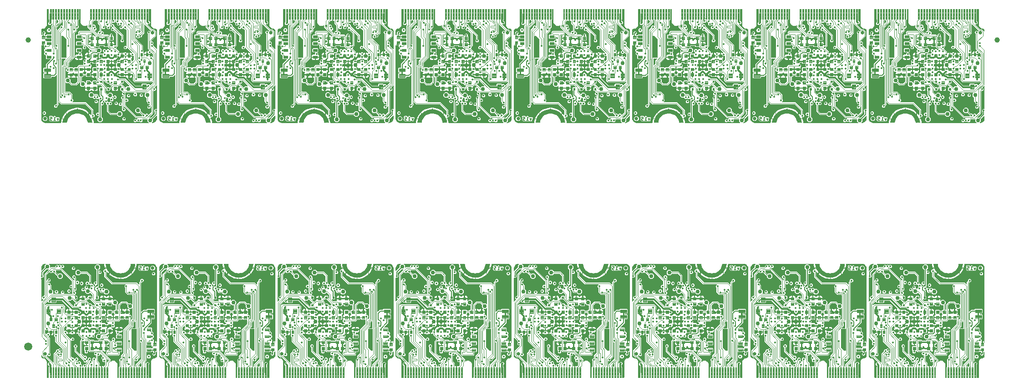
<source format=gbl>
G04 EAGLE Gerber RS-274X export*
G75*
%MOMM*%
%FSLAX34Y34*%
%LPD*%
%INBottom Copper*%
%IPPOS*%
%AMOC8*
5,1,8,0,0,1.08239X$1,22.5*%
G01*
%ADD10C,0.152400*%
%ADD11C,0.762000*%
%ADD12C,0.102000*%
%ADD13C,0.100000*%
%ADD14C,0.099059*%
%ADD15C,0.635000*%
%ADD16C,0.104000*%
%ADD17C,0.101200*%
%ADD18C,0.101500*%
%ADD19C,0.352400*%
%ADD20C,0.101600*%
%ADD21C,1.000000*%
%ADD22C,1.500000*%
%ADD23C,0.304800*%
%ADD24C,0.203200*%
%ADD25C,0.300000*%
%ADD26C,0.254000*%
%ADD27C,0.114300*%

G36*
X434002Y68103D02*
X434002Y68103D01*
X434008Y68103D01*
X434101Y68123D01*
X434194Y68142D01*
X434198Y68145D01*
X434203Y68146D01*
X434281Y68201D01*
X434360Y68255D01*
X434362Y68259D01*
X434367Y68262D01*
X434417Y68344D01*
X434469Y68423D01*
X434470Y68428D01*
X434473Y68432D01*
X434505Y68610D01*
X434505Y73642D01*
X436381Y73642D01*
X437157Y73434D01*
X437196Y73412D01*
X437231Y73400D01*
X437262Y73380D01*
X437325Y73368D01*
X437386Y73348D01*
X437423Y73351D01*
X437460Y73344D01*
X437522Y73358D01*
X437586Y73363D01*
X437619Y73380D01*
X437655Y73388D01*
X437707Y73425D01*
X437764Y73454D01*
X437788Y73482D01*
X437819Y73504D01*
X437853Y73558D01*
X437894Y73607D01*
X437905Y73642D01*
X437925Y73674D01*
X437938Y73747D01*
X437954Y73798D01*
X437952Y73823D01*
X437957Y73851D01*
X437957Y209001D01*
X437956Y209003D01*
X437957Y209004D01*
X437948Y209048D01*
X437957Y209414D01*
X437956Y209418D01*
X437956Y209419D01*
X437956Y209421D01*
X437957Y209427D01*
X437957Y209945D01*
X437950Y209979D01*
X437951Y210021D01*
X437658Y211945D01*
X437656Y211951D01*
X437656Y211957D01*
X437593Y212126D01*
X435631Y215463D01*
X435605Y215491D01*
X435587Y215525D01*
X435532Y215573D01*
X435497Y215612D01*
X435473Y215623D01*
X435451Y215643D01*
X432114Y217606D01*
X432108Y217608D01*
X432103Y217612D01*
X431933Y217670D01*
X430009Y217963D01*
X429974Y217961D01*
X429932Y217969D01*
X400789Y217969D01*
X400710Y217953D01*
X400629Y217943D01*
X400612Y217933D01*
X400593Y217929D01*
X400526Y217883D01*
X400455Y217843D01*
X400443Y217828D01*
X400427Y217817D01*
X400383Y217748D01*
X400333Y217684D01*
X400328Y217664D01*
X400318Y217649D01*
X400312Y217618D01*
X400307Y217592D01*
X400285Y217510D01*
X400282Y217489D01*
X400285Y217466D01*
X400280Y217440D01*
X400280Y217234D01*
X400255Y217142D01*
X400253Y217104D01*
X400240Y217060D01*
X400111Y215734D01*
X399465Y212594D01*
X398834Y210609D01*
X396076Y210609D01*
X397033Y213513D01*
X397033Y213523D01*
X397042Y213548D01*
X397735Y217559D01*
X397731Y217597D01*
X397736Y217635D01*
X397723Y217665D01*
X397719Y217698D01*
X397695Y217728D01*
X397680Y217763D01*
X397652Y217781D01*
X397631Y217807D01*
X397595Y217819D01*
X397563Y217840D01*
X397505Y217848D01*
X397499Y217851D01*
X397496Y217850D01*
X397489Y217851D01*
X389489Y217851D01*
X389425Y217832D01*
X389355Y217812D01*
X389355Y217811D01*
X389309Y217759D01*
X389263Y217706D01*
X389242Y217635D01*
X388861Y214772D01*
X388042Y212024D01*
X386803Y209437D01*
X385174Y207076D01*
X383197Y204999D01*
X380919Y203257D01*
X378396Y201893D01*
X375691Y200940D01*
X372870Y200422D01*
X369989Y200351D01*
X367109Y200422D01*
X364288Y200940D01*
X361583Y201893D01*
X359060Y203257D01*
X356782Y204999D01*
X354804Y207076D01*
X353176Y209437D01*
X351937Y212024D01*
X351118Y214772D01*
X351079Y215067D01*
X351079Y215068D01*
X351045Y215317D01*
X351046Y215317D01*
X351045Y215317D01*
X350979Y215815D01*
X350946Y216064D01*
X350946Y216065D01*
X350879Y216563D01*
X350846Y216812D01*
X350780Y217311D01*
X350736Y217635D01*
X350705Y217705D01*
X350680Y217762D01*
X350680Y217763D01*
X350619Y217803D01*
X350563Y217840D01*
X350489Y217851D01*
X349305Y217851D01*
X349256Y217882D01*
X349176Y217933D01*
X349171Y217934D01*
X349167Y217937D01*
X348990Y217969D01*
X348989Y217969D01*
X348984Y217968D01*
X348979Y217969D01*
X348886Y217948D01*
X348793Y217929D01*
X348788Y217926D01*
X348783Y217925D01*
X348705Y217870D01*
X348677Y217851D01*
X342489Y217851D01*
X342452Y217840D01*
X342413Y217839D01*
X342386Y217821D01*
X342355Y217812D01*
X342329Y217782D01*
X342297Y217760D01*
X342284Y217731D01*
X342263Y217706D01*
X342257Y217668D01*
X342242Y217632D01*
X342244Y217576D01*
X342242Y217568D01*
X342244Y217565D01*
X342244Y217557D01*
X342964Y213559D01*
X342968Y213551D01*
X342973Y213524D01*
X343951Y210609D01*
X341193Y210609D01*
X340638Y212233D01*
X340606Y212378D01*
X339895Y215596D01*
X339741Y217051D01*
X339730Y217085D01*
X339727Y217129D01*
X339699Y217234D01*
X339699Y217428D01*
X339694Y217452D01*
X339696Y217481D01*
X339692Y217515D01*
X339669Y217590D01*
X339651Y217668D01*
X339639Y217685D01*
X339632Y217706D01*
X339581Y217766D01*
X339535Y217831D01*
X339517Y217843D01*
X339503Y217859D01*
X339433Y217895D01*
X339365Y217937D01*
X339342Y217941D01*
X339324Y217950D01*
X339269Y217954D01*
X339188Y217969D01*
X237732Y217969D01*
X237729Y217968D01*
X237727Y217969D01*
X237632Y217949D01*
X237535Y217929D01*
X237533Y217928D01*
X237531Y217927D01*
X237450Y217871D01*
X237370Y217817D01*
X237368Y217814D01*
X237366Y217813D01*
X237313Y217729D01*
X237260Y217649D01*
X237260Y217646D01*
X237259Y217644D01*
X237242Y217547D01*
X237225Y217451D01*
X237225Y217449D01*
X237225Y217446D01*
X237247Y217352D01*
X237268Y217256D01*
X237270Y217253D01*
X237271Y217251D01*
X237373Y217103D01*
X239470Y215006D01*
X239470Y211252D01*
X239471Y211250D01*
X239470Y211247D01*
X239490Y211152D01*
X239510Y211056D01*
X239511Y211054D01*
X239512Y211051D01*
X239568Y210970D01*
X239622Y210890D01*
X239625Y210889D01*
X239626Y210887D01*
X239710Y210833D01*
X239790Y210781D01*
X239793Y210780D01*
X239795Y210779D01*
X239891Y210763D01*
X239988Y210745D01*
X239990Y210746D01*
X239993Y210745D01*
X240087Y210767D01*
X240183Y210789D01*
X240186Y210790D01*
X240188Y210791D01*
X240336Y210894D01*
X241143Y211700D01*
X247693Y211700D01*
X247700Y211702D01*
X247708Y211701D01*
X247798Y211722D01*
X247889Y211740D01*
X247896Y211744D01*
X247903Y211746D01*
X248051Y211849D01*
X248808Y212606D01*
X248812Y212612D01*
X248819Y212617D01*
X248868Y212696D01*
X248919Y212773D01*
X248921Y212780D01*
X248925Y212787D01*
X248957Y212964D01*
X248957Y214528D01*
X250733Y216304D01*
X253246Y216304D01*
X254216Y215334D01*
X254220Y215331D01*
X254223Y215327D01*
X254303Y215276D01*
X254383Y215223D01*
X254388Y215222D01*
X254392Y215219D01*
X254486Y215204D01*
X254580Y215186D01*
X254585Y215187D01*
X254590Y215186D01*
X254682Y215207D01*
X254776Y215227D01*
X254780Y215230D01*
X254785Y215231D01*
X254933Y215334D01*
X255733Y216134D01*
X258246Y216134D01*
X259120Y215260D01*
X259124Y215257D01*
X259127Y215253D01*
X259207Y215202D01*
X259287Y215149D01*
X259292Y215148D01*
X259296Y215146D01*
X259390Y215130D01*
X259483Y215112D01*
X259489Y215113D01*
X259494Y215112D01*
X259586Y215134D01*
X259680Y215153D01*
X259684Y215156D01*
X259689Y215158D01*
X259837Y215260D01*
X260922Y216345D01*
X263434Y216345D01*
X265211Y214569D01*
X265211Y212057D01*
X263434Y210280D01*
X260922Y210280D01*
X260048Y211154D01*
X260044Y211157D01*
X260041Y211161D01*
X259961Y211212D01*
X259881Y211265D01*
X259876Y211266D01*
X259872Y211269D01*
X259779Y211285D01*
X259684Y211303D01*
X259679Y211301D01*
X259674Y211302D01*
X259581Y211281D01*
X259488Y211261D01*
X259484Y211258D01*
X259479Y211257D01*
X259331Y211154D01*
X258173Y209996D01*
X258172Y209994D01*
X258169Y209993D01*
X258117Y209913D01*
X258062Y209829D01*
X258062Y209827D01*
X258060Y209825D01*
X258043Y209729D01*
X258024Y209632D01*
X258025Y209630D01*
X258025Y209627D01*
X258046Y209531D01*
X258066Y209436D01*
X258068Y209434D01*
X258068Y209432D01*
X258125Y209351D01*
X258180Y209272D01*
X258183Y209270D01*
X258184Y209268D01*
X258268Y209216D01*
X258350Y209164D01*
X258352Y209164D01*
X258354Y209162D01*
X258532Y209130D01*
X261376Y209130D01*
X282292Y188215D01*
X282845Y187662D01*
X282847Y187660D01*
X282848Y187658D01*
X282930Y187605D01*
X283012Y187551D01*
X283014Y187550D01*
X283016Y187549D01*
X283112Y187532D01*
X283209Y187513D01*
X283211Y187514D01*
X283214Y187513D01*
X283310Y187535D01*
X283405Y187555D01*
X283407Y187556D01*
X283409Y187557D01*
X283490Y187614D01*
X283569Y187669D01*
X283571Y187671D01*
X283573Y187673D01*
X283625Y187756D01*
X283677Y187838D01*
X283677Y187841D01*
X283679Y187843D01*
X283711Y188020D01*
X283711Y189732D01*
X283710Y189737D01*
X283711Y189742D01*
X283690Y189835D01*
X283671Y189928D01*
X283668Y189932D01*
X283667Y189938D01*
X283612Y190015D01*
X283558Y190094D01*
X283554Y190097D01*
X283551Y190101D01*
X283470Y190152D01*
X283390Y190203D01*
X283385Y190204D01*
X283381Y190207D01*
X283203Y190239D01*
X282463Y190239D01*
X280687Y192015D01*
X280687Y194528D01*
X282463Y196304D01*
X284976Y196304D01*
X286752Y194528D01*
X286752Y192964D01*
X286754Y192957D01*
X286752Y192949D01*
X286773Y192859D01*
X286792Y192768D01*
X286796Y192761D01*
X286798Y192754D01*
X286901Y192606D01*
X287268Y192238D01*
X287268Y185985D01*
X287269Y185982D01*
X287268Y185980D01*
X287288Y185884D01*
X287308Y185788D01*
X287309Y185786D01*
X287310Y185784D01*
X287366Y185703D01*
X287420Y185623D01*
X287423Y185621D01*
X287424Y185619D01*
X287508Y185566D01*
X287588Y185513D01*
X287591Y185513D01*
X287593Y185511D01*
X287689Y185495D01*
X287786Y185478D01*
X287788Y185478D01*
X287791Y185478D01*
X287885Y185500D01*
X287981Y185521D01*
X287984Y185523D01*
X287986Y185523D01*
X288134Y185626D01*
X288638Y186130D01*
X291150Y186130D01*
X292927Y184353D01*
X292927Y181841D01*
X291150Y180064D01*
X288638Y180064D01*
X288134Y180568D01*
X288132Y180569D01*
X288130Y180572D01*
X288049Y180624D01*
X287967Y180679D01*
X287964Y180679D01*
X287962Y180681D01*
X287867Y180698D01*
X287770Y180717D01*
X287768Y180716D01*
X287765Y180716D01*
X287669Y180695D01*
X287574Y180675D01*
X287572Y180673D01*
X287569Y180673D01*
X287490Y180616D01*
X287409Y180561D01*
X287408Y180558D01*
X287406Y180557D01*
X287354Y180474D01*
X287302Y180391D01*
X287302Y180389D01*
X287300Y180387D01*
X287268Y180209D01*
X287268Y173722D01*
X287270Y173714D01*
X287268Y173706D01*
X287289Y173617D01*
X287308Y173525D01*
X287312Y173519D01*
X287314Y173511D01*
X287417Y173363D01*
X288522Y172258D01*
X288522Y169745D01*
X286746Y167969D01*
X284165Y167969D01*
X284080Y167984D01*
X283984Y168003D01*
X283982Y168002D01*
X283979Y168002D01*
X283883Y167981D01*
X283788Y167961D01*
X283786Y167959D01*
X283783Y167959D01*
X283704Y167902D01*
X283624Y167847D01*
X283622Y167844D01*
X283620Y167843D01*
X283568Y167760D01*
X283516Y167678D01*
X283516Y167675D01*
X283514Y167673D01*
X283482Y167495D01*
X283482Y167142D01*
X283483Y167136D01*
X283482Y167131D01*
X283503Y167038D01*
X283522Y166945D01*
X283525Y166941D01*
X283526Y166936D01*
X283581Y166858D01*
X283634Y166779D01*
X283639Y166776D01*
X283642Y166772D01*
X283723Y166722D01*
X283802Y166670D01*
X283808Y166669D01*
X283812Y166666D01*
X283989Y166634D01*
X285246Y166634D01*
X287022Y164858D01*
X287022Y162345D01*
X285703Y161026D01*
X285700Y161022D01*
X285696Y161019D01*
X285645Y160938D01*
X285592Y160859D01*
X285591Y160854D01*
X285588Y160850D01*
X285572Y160756D01*
X285554Y160662D01*
X285555Y160657D01*
X285555Y160652D01*
X285576Y160560D01*
X285596Y160466D01*
X285599Y160462D01*
X285600Y160457D01*
X285703Y160309D01*
X287591Y158421D01*
X287597Y158417D01*
X287602Y158410D01*
X287681Y158361D01*
X287758Y158310D01*
X287766Y158308D01*
X287772Y158304D01*
X287950Y158272D01*
X289223Y158272D01*
X290260Y157235D01*
X290260Y152768D01*
X289223Y151731D01*
X287100Y151731D01*
X287098Y151730D01*
X287095Y151731D01*
X287000Y151711D01*
X286904Y151691D01*
X286902Y151690D01*
X286899Y151689D01*
X286818Y151633D01*
X286738Y151579D01*
X286737Y151576D01*
X286734Y151575D01*
X286681Y151491D01*
X286629Y151411D01*
X286628Y151408D01*
X286627Y151406D01*
X286610Y151309D01*
X286593Y151213D01*
X286594Y151211D01*
X286593Y151208D01*
X286615Y151114D01*
X286637Y151018D01*
X286638Y151015D01*
X286639Y151013D01*
X286742Y150865D01*
X290181Y147426D01*
X290185Y147423D01*
X290188Y147419D01*
X290268Y147367D01*
X290348Y147315D01*
X290353Y147314D01*
X290357Y147311D01*
X290451Y147295D01*
X290545Y147277D01*
X290550Y147278D01*
X290555Y147277D01*
X290648Y147299D01*
X290741Y147319D01*
X290745Y147322D01*
X290750Y147323D01*
X290898Y147426D01*
X292162Y148690D01*
X293353Y149880D01*
X293941Y149880D01*
X293947Y149881D01*
X293952Y149880D01*
X294045Y149901D01*
X294138Y149920D01*
X294142Y149923D01*
X294147Y149924D01*
X294225Y149979D01*
X294304Y150033D01*
X294307Y150037D01*
X294311Y150040D01*
X294361Y150121D01*
X294413Y150201D01*
X294414Y150206D01*
X294417Y150210D01*
X294449Y150388D01*
X294449Y151986D01*
X299481Y151986D01*
X299486Y151987D01*
X299492Y151986D01*
X299585Y152007D01*
X299678Y152026D01*
X299682Y152029D01*
X299687Y152030D01*
X299765Y152085D01*
X299844Y152139D01*
X299846Y152143D01*
X299851Y152146D01*
X299901Y152227D01*
X299953Y152307D01*
X299954Y152312D01*
X299957Y152316D01*
X299989Y152494D01*
X299989Y153002D01*
X300497Y153002D01*
X300502Y153003D01*
X300508Y153003D01*
X300601Y153023D01*
X300694Y153042D01*
X300698Y153045D01*
X300703Y153046D01*
X300781Y153101D01*
X300860Y153155D01*
X300862Y153159D01*
X300867Y153162D01*
X300917Y153244D01*
X300969Y153323D01*
X300970Y153328D01*
X300973Y153332D01*
X301005Y153510D01*
X301005Y158542D01*
X302881Y158542D01*
X303657Y158334D01*
X304353Y157933D01*
X304921Y157365D01*
X305322Y156669D01*
X305530Y155893D01*
X305530Y153822D01*
X305531Y153820D01*
X305530Y153817D01*
X305550Y153722D01*
X305570Y153626D01*
X305571Y153624D01*
X305572Y153621D01*
X305628Y153541D01*
X305682Y153460D01*
X305685Y153459D01*
X305686Y153457D01*
X305770Y153403D01*
X305850Y153351D01*
X305853Y153350D01*
X305855Y153349D01*
X305952Y153333D01*
X306048Y153315D01*
X306050Y153316D01*
X306053Y153315D01*
X306147Y153337D01*
X306243Y153359D01*
X306246Y153360D01*
X306248Y153361D01*
X306396Y153464D01*
X309570Y156638D01*
X309574Y156644D01*
X309581Y156649D01*
X309630Y156728D01*
X309681Y156805D01*
X309683Y156812D01*
X309687Y156819D01*
X309719Y156996D01*
X309719Y157235D01*
X310756Y158272D01*
X315223Y158272D01*
X316260Y157235D01*
X316260Y154456D01*
X316262Y154449D01*
X316260Y154441D01*
X316281Y154351D01*
X316300Y154260D01*
X316304Y154253D01*
X316306Y154246D01*
X316409Y154098D01*
X316845Y153662D01*
X316847Y153660D01*
X316848Y153658D01*
X316930Y153605D01*
X317012Y153551D01*
X317014Y153550D01*
X317016Y153549D01*
X317112Y153532D01*
X317209Y153513D01*
X317211Y153514D01*
X317214Y153513D01*
X317310Y153535D01*
X317405Y153555D01*
X317407Y153556D01*
X317409Y153557D01*
X317490Y153614D01*
X317569Y153669D01*
X317571Y153671D01*
X317573Y153673D01*
X317625Y153756D01*
X317677Y153838D01*
X317677Y153841D01*
X317679Y153843D01*
X317711Y154020D01*
X317711Y160155D01*
X317709Y160162D01*
X317710Y160170D01*
X317689Y160260D01*
X317671Y160351D01*
X317667Y160358D01*
X317665Y160365D01*
X317562Y160513D01*
X313983Y164093D01*
X313979Y164095D01*
X313976Y164100D01*
X313895Y164151D01*
X313816Y164203D01*
X313811Y164204D01*
X313806Y164207D01*
X313713Y164223D01*
X313619Y164241D01*
X313614Y164240D01*
X313609Y164241D01*
X313516Y164219D01*
X313423Y164199D01*
X313419Y164196D01*
X313414Y164195D01*
X313266Y164093D01*
X311094Y161921D01*
X306885Y161921D01*
X303909Y164897D01*
X303909Y167907D01*
X303908Y167910D01*
X303909Y167912D01*
X303889Y168006D01*
X303869Y168104D01*
X303868Y168106D01*
X303867Y168109D01*
X303811Y168189D01*
X303756Y168270D01*
X303754Y168271D01*
X303753Y168273D01*
X303669Y168326D01*
X303588Y168379D01*
X303586Y168379D01*
X303584Y168381D01*
X303487Y168397D01*
X303391Y168414D01*
X303388Y168414D01*
X303386Y168414D01*
X303292Y168392D01*
X303195Y168371D01*
X303193Y168369D01*
X303191Y168369D01*
X303043Y168266D01*
X301746Y166969D01*
X299233Y166969D01*
X297457Y168745D01*
X297457Y171258D01*
X299233Y173034D01*
X301746Y173034D01*
X303522Y171258D01*
X303522Y169944D01*
X303523Y169942D01*
X303522Y169939D01*
X303542Y169843D01*
X303562Y169748D01*
X303563Y169745D01*
X303564Y169743D01*
X303620Y169662D01*
X303674Y169582D01*
X303677Y169580D01*
X303678Y169578D01*
X303762Y169525D01*
X303842Y169473D01*
X303845Y169472D01*
X303847Y169471D01*
X303943Y169454D01*
X304040Y169437D01*
X304042Y169438D01*
X304045Y169437D01*
X304139Y169459D01*
X304235Y169481D01*
X304238Y169482D01*
X304240Y169483D01*
X304388Y169585D01*
X305255Y170452D01*
X305258Y170456D01*
X305262Y170459D01*
X305313Y170540D01*
X305366Y170619D01*
X305367Y170624D01*
X305369Y170629D01*
X305385Y170722D01*
X305403Y170816D01*
X305402Y170821D01*
X305403Y170826D01*
X305381Y170919D01*
X305362Y171012D01*
X305359Y171016D01*
X305357Y171021D01*
X305255Y171169D01*
X303370Y173054D01*
X303370Y175567D01*
X305146Y177343D01*
X307659Y177343D01*
X309435Y175567D01*
X309435Y173054D01*
X309329Y172948D01*
X309328Y172946D01*
X309325Y172945D01*
X309272Y172862D01*
X309218Y172781D01*
X309218Y172779D01*
X309216Y172777D01*
X309198Y172679D01*
X309180Y172584D01*
X309181Y172582D01*
X309181Y172579D01*
X309202Y172482D01*
X309222Y172388D01*
X309224Y172386D01*
X309224Y172384D01*
X309281Y172304D01*
X309336Y172224D01*
X309339Y172222D01*
X309340Y172220D01*
X309424Y172168D01*
X309506Y172116D01*
X309508Y172116D01*
X309510Y172114D01*
X309688Y172082D01*
X311094Y172082D01*
X312091Y171085D01*
X312093Y171084D01*
X312094Y171082D01*
X312174Y171030D01*
X312258Y170975D01*
X312260Y170974D01*
X312262Y170973D01*
X312358Y170955D01*
X312455Y170937D01*
X312457Y170937D01*
X312460Y170937D01*
X312556Y170958D01*
X312651Y170979D01*
X312653Y170980D01*
X312655Y170981D01*
X312735Y171037D01*
X312815Y171093D01*
X312817Y171095D01*
X312819Y171097D01*
X312871Y171181D01*
X312923Y171262D01*
X312923Y171265D01*
X312925Y171267D01*
X312957Y171444D01*
X312957Y173258D01*
X314669Y174970D01*
X314672Y174975D01*
X314676Y174978D01*
X314727Y175058D01*
X314780Y175137D01*
X314781Y175142D01*
X314784Y175147D01*
X314800Y175240D01*
X314818Y175334D01*
X314816Y175339D01*
X314817Y175344D01*
X314796Y175437D01*
X314776Y175530D01*
X314773Y175534D01*
X314772Y175540D01*
X314669Y175688D01*
X314111Y176245D01*
X314111Y178271D01*
X314110Y178276D01*
X314111Y178281D01*
X314091Y178373D01*
X314072Y178468D01*
X314069Y178472D01*
X314067Y178477D01*
X314012Y178555D01*
X313959Y178633D01*
X313955Y178636D01*
X313951Y178641D01*
X313870Y178691D01*
X313791Y178743D01*
X313786Y178744D01*
X313781Y178746D01*
X313604Y178778D01*
X312233Y178778D01*
X311503Y179509D01*
X311498Y179512D01*
X311495Y179516D01*
X311415Y179567D01*
X311336Y179620D01*
X311331Y179621D01*
X311326Y179623D01*
X311233Y179639D01*
X311139Y179657D01*
X311134Y179656D01*
X311129Y179657D01*
X311036Y179635D01*
X310943Y179616D01*
X310939Y179613D01*
X310933Y179611D01*
X310785Y179509D01*
X309746Y178469D01*
X307233Y178469D01*
X305457Y180245D01*
X305457Y182758D01*
X307233Y184534D01*
X309746Y184534D01*
X310476Y183804D01*
X310480Y183801D01*
X310483Y183797D01*
X310564Y183746D01*
X310643Y183693D01*
X310648Y183692D01*
X310653Y183689D01*
X310746Y183673D01*
X310840Y183655D01*
X310845Y183657D01*
X310850Y183656D01*
X310943Y183677D01*
X311036Y183697D01*
X311040Y183700D01*
X311045Y183701D01*
X311193Y183804D01*
X311562Y184173D01*
X311566Y184179D01*
X311573Y184184D01*
X311622Y184262D01*
X311673Y184340D01*
X311675Y184347D01*
X311679Y184354D01*
X311711Y184531D01*
X311711Y194864D01*
X311709Y194872D01*
X311710Y194880D01*
X311689Y194970D01*
X311671Y195061D01*
X311667Y195067D01*
X311665Y195075D01*
X311562Y195223D01*
X307391Y199394D01*
X307384Y199399D01*
X307380Y199405D01*
X307301Y199454D01*
X307224Y199505D01*
X307216Y199507D01*
X307209Y199511D01*
X307032Y199543D01*
X296947Y199543D01*
X296942Y199542D01*
X296937Y199543D01*
X296844Y199522D01*
X296751Y199503D01*
X296747Y199500D01*
X296741Y199499D01*
X296664Y199444D01*
X296585Y199391D01*
X296582Y199386D01*
X296578Y199383D01*
X296531Y199308D01*
X293464Y196241D01*
X289255Y196241D01*
X286279Y199217D01*
X286279Y203426D01*
X289255Y206402D01*
X293464Y206402D01*
X296531Y203336D01*
X296539Y203324D01*
X296592Y203245D01*
X296597Y203242D01*
X296600Y203238D01*
X296681Y203188D01*
X296760Y203136D01*
X296766Y203135D01*
X296770Y203132D01*
X296947Y203100D01*
X308716Y203100D01*
X315268Y196548D01*
X315268Y184531D01*
X315270Y184524D01*
X315268Y184516D01*
X315289Y184426D01*
X315308Y184335D01*
X315312Y184328D01*
X315314Y184321D01*
X315417Y184173D01*
X316522Y183067D01*
X316522Y181042D01*
X316523Y181036D01*
X316522Y181031D01*
X316543Y180938D01*
X316562Y180845D01*
X316565Y180841D01*
X316566Y180836D01*
X316621Y180758D01*
X316674Y180679D01*
X316679Y180676D01*
X316682Y180672D01*
X316763Y180622D01*
X316842Y180570D01*
X316848Y180569D01*
X316852Y180566D01*
X317029Y180534D01*
X318400Y180534D01*
X320177Y178758D01*
X320177Y176295D01*
X320177Y176292D01*
X320177Y176290D01*
X320197Y176195D01*
X320216Y176098D01*
X320218Y176096D01*
X320218Y176094D01*
X320274Y176013D01*
X320329Y175933D01*
X320331Y175931D01*
X320333Y175929D01*
X320416Y175876D01*
X320497Y175823D01*
X320499Y175823D01*
X320502Y175821D01*
X320598Y175805D01*
X320694Y175788D01*
X320697Y175788D01*
X320699Y175788D01*
X320793Y175810D01*
X320890Y175831D01*
X320892Y175833D01*
X320895Y175833D01*
X321043Y175936D01*
X323020Y177914D01*
X323022Y177916D01*
X323024Y177918D01*
X323077Y177998D01*
X323131Y178081D01*
X323132Y178084D01*
X323133Y178086D01*
X323151Y178182D01*
X323169Y178278D01*
X323168Y178280D01*
X323169Y178283D01*
X323147Y178379D01*
X323127Y178474D01*
X323126Y178476D01*
X323125Y178479D01*
X323069Y178558D01*
X323013Y178639D01*
X323011Y178640D01*
X323009Y178642D01*
X322927Y178694D01*
X322844Y178746D01*
X322841Y178747D01*
X322839Y178748D01*
X322662Y178780D01*
X322544Y178780D01*
X320768Y180557D01*
X320768Y183069D01*
X322544Y184845D01*
X324801Y184845D01*
X324806Y184846D01*
X324811Y184846D01*
X324904Y184866D01*
X324997Y184885D01*
X325001Y184888D01*
X325007Y184889D01*
X325084Y184944D01*
X325163Y184998D01*
X325166Y185002D01*
X325170Y185005D01*
X325221Y185087D01*
X325272Y185166D01*
X325273Y185171D01*
X325276Y185175D01*
X325308Y185353D01*
X325308Y206298D01*
X325306Y206306D01*
X325308Y206313D01*
X325287Y206403D01*
X325268Y206494D01*
X325264Y206501D01*
X325262Y206509D01*
X325159Y206657D01*
X322469Y209347D01*
X322469Y213556D01*
X325445Y216532D01*
X329654Y216532D01*
X332630Y213556D01*
X332630Y209347D01*
X330030Y206747D01*
X330025Y206740D01*
X330019Y206736D01*
X329970Y206657D01*
X329919Y206580D01*
X329917Y206572D01*
X329913Y206565D01*
X329881Y206388D01*
X329881Y205507D01*
X329882Y205504D01*
X329881Y205502D01*
X329901Y205407D01*
X329921Y205310D01*
X329922Y205308D01*
X329923Y205306D01*
X329978Y205226D01*
X330034Y205145D01*
X330036Y205143D01*
X330037Y205141D01*
X330120Y205088D01*
X330202Y205035D01*
X330204Y205035D01*
X330206Y205034D01*
X330302Y205017D01*
X330399Y205000D01*
X330401Y205000D01*
X330404Y205000D01*
X330497Y205022D01*
X330594Y205043D01*
X330597Y205045D01*
X330599Y205046D01*
X330727Y205134D01*
X333246Y205134D01*
X335022Y203358D01*
X335022Y200845D01*
X333246Y199069D01*
X330728Y199069D01*
X330662Y199112D01*
X330580Y199166D01*
X330578Y199166D01*
X330575Y199168D01*
X330479Y199185D01*
X330383Y199203D01*
X330381Y199203D01*
X330378Y199203D01*
X330282Y199182D01*
X330187Y199162D01*
X330185Y199160D01*
X330183Y199160D01*
X330103Y199103D01*
X330023Y199048D01*
X330021Y199045D01*
X330019Y199044D01*
X329968Y198961D01*
X329915Y198878D01*
X329915Y198876D01*
X329913Y198874D01*
X329881Y198696D01*
X329881Y176794D01*
X329524Y176437D01*
X329520Y176430D01*
X329513Y176426D01*
X329465Y176347D01*
X329413Y176270D01*
X329412Y176262D01*
X329408Y176256D01*
X329376Y176078D01*
X329376Y175476D01*
X329044Y175145D01*
X329041Y175140D01*
X329037Y175137D01*
X328985Y175057D01*
X328933Y174978D01*
X328932Y174972D01*
X328929Y174968D01*
X328913Y174874D01*
X328895Y174781D01*
X328896Y174775D01*
X328895Y174770D01*
X328917Y174678D01*
X328937Y174585D01*
X328940Y174580D01*
X328941Y174575D01*
X329044Y174427D01*
X330022Y173449D01*
X330022Y172852D01*
X330023Y172850D01*
X330022Y172847D01*
X330042Y172752D01*
X330062Y172656D01*
X330063Y172654D01*
X330064Y172651D01*
X330120Y172570D01*
X330174Y172490D01*
X330177Y172489D01*
X330178Y172486D01*
X330262Y172433D01*
X330342Y172381D01*
X330345Y172380D01*
X330347Y172379D01*
X330443Y172363D01*
X330540Y172345D01*
X330542Y172346D01*
X330545Y172345D01*
X330639Y172367D01*
X330735Y172389D01*
X330738Y172390D01*
X330740Y172391D01*
X330888Y172494D01*
X331529Y173134D01*
X334041Y173134D01*
X335178Y171997D01*
X335183Y171994D01*
X335186Y171990D01*
X335266Y171939D01*
X335345Y171886D01*
X335351Y171885D01*
X335355Y171882D01*
X335449Y171866D01*
X335542Y171848D01*
X335547Y171850D01*
X335553Y171849D01*
X335645Y171870D01*
X335738Y171890D01*
X335743Y171893D01*
X335748Y171894D01*
X335896Y171997D01*
X336933Y173034D01*
X339446Y173034D01*
X341233Y171247D01*
X341237Y171244D01*
X341240Y171240D01*
X341320Y171189D01*
X341400Y171136D01*
X341405Y171135D01*
X341409Y171133D01*
X341503Y171117D01*
X341596Y171099D01*
X341602Y171100D01*
X341607Y171099D01*
X341699Y171121D01*
X341793Y171140D01*
X341797Y171143D01*
X341802Y171145D01*
X341856Y171182D01*
X346094Y171182D01*
X349070Y168206D01*
X349070Y163997D01*
X346094Y161021D01*
X341885Y161021D01*
X339231Y163674D01*
X339225Y163679D01*
X339220Y163685D01*
X339142Y163734D01*
X339065Y163785D01*
X339057Y163787D01*
X339050Y163791D01*
X338873Y163823D01*
X333253Y163823D01*
X331006Y166069D01*
X331006Y167381D01*
X331005Y167389D01*
X331006Y167397D01*
X330985Y167487D01*
X330967Y167578D01*
X330962Y167584D01*
X330960Y167592D01*
X330858Y167740D01*
X329752Y168845D01*
X329752Y169442D01*
X329752Y169444D01*
X329752Y169447D01*
X329732Y169542D01*
X329713Y169638D01*
X329711Y169641D01*
X329711Y169643D01*
X329655Y169724D01*
X329600Y169804D01*
X329598Y169806D01*
X329596Y169808D01*
X329512Y169861D01*
X329432Y169913D01*
X329429Y169914D01*
X329427Y169915D01*
X329331Y169932D01*
X329235Y169949D01*
X329232Y169948D01*
X329229Y169949D01*
X329135Y169927D01*
X329039Y169905D01*
X329037Y169904D01*
X329034Y169903D01*
X328886Y169801D01*
X328246Y169160D01*
X327294Y169160D01*
X327291Y169159D01*
X327288Y169160D01*
X327193Y169140D01*
X327097Y169120D01*
X327095Y169119D01*
X327092Y169118D01*
X327012Y169062D01*
X326931Y169008D01*
X326930Y169005D01*
X326928Y169004D01*
X326874Y168920D01*
X326822Y168840D01*
X326822Y168837D01*
X326820Y168835D01*
X326804Y168739D01*
X326786Y168642D01*
X326787Y168640D01*
X326787Y168637D01*
X326809Y168543D01*
X326830Y168447D01*
X326832Y168444D01*
X326832Y168442D01*
X326935Y168294D01*
X328276Y166953D01*
X328276Y158429D01*
X328278Y158421D01*
X328276Y158414D01*
X328297Y158323D01*
X328316Y158233D01*
X328320Y158226D01*
X328322Y158218D01*
X328425Y158070D01*
X329260Y157235D01*
X329260Y152768D01*
X328223Y151731D01*
X323600Y151731D01*
X323598Y151730D01*
X323595Y151731D01*
X323500Y151711D01*
X323404Y151691D01*
X323402Y151690D01*
X323399Y151689D01*
X323318Y151633D01*
X323238Y151579D01*
X323237Y151576D01*
X323234Y151575D01*
X323181Y151491D01*
X323129Y151411D01*
X323128Y151408D01*
X323127Y151406D01*
X323110Y151310D01*
X323093Y151213D01*
X323094Y151211D01*
X323093Y151208D01*
X323115Y151114D01*
X323137Y151018D01*
X323138Y151015D01*
X323139Y151013D01*
X323242Y150865D01*
X325578Y148529D01*
X325584Y148525D01*
X325589Y148518D01*
X325667Y148469D01*
X325745Y148418D01*
X325752Y148416D01*
X325759Y148412D01*
X325936Y148380D01*
X332329Y148380D01*
X332365Y148388D01*
X332403Y148386D01*
X332463Y148407D01*
X332525Y148420D01*
X332556Y148441D01*
X332591Y148454D01*
X332638Y148497D01*
X332691Y148533D01*
X332711Y148564D01*
X332739Y148589D01*
X332765Y148647D01*
X332800Y148701D01*
X332807Y148737D01*
X332822Y148771D01*
X332824Y148835D01*
X332836Y148898D01*
X332828Y148934D01*
X332829Y148972D01*
X332804Y149041D01*
X332792Y149094D01*
X332778Y149114D01*
X332768Y149141D01*
X332657Y149334D01*
X332449Y150110D01*
X332449Y151986D01*
X337481Y151986D01*
X337486Y151987D01*
X337492Y151986D01*
X337585Y152007D01*
X337678Y152026D01*
X337682Y152029D01*
X337687Y152030D01*
X337765Y152085D01*
X337844Y152139D01*
X337846Y152143D01*
X337851Y152146D01*
X337901Y152227D01*
X337953Y152307D01*
X337954Y152312D01*
X337957Y152316D01*
X337989Y152494D01*
X337989Y153002D01*
X337990Y153002D01*
X337990Y152494D01*
X337991Y152489D01*
X337990Y152483D01*
X338011Y152390D01*
X338030Y152297D01*
X338033Y152293D01*
X338034Y152288D01*
X338089Y152210D01*
X338143Y152131D01*
X338147Y152128D01*
X338150Y152124D01*
X338231Y152074D01*
X338311Y152022D01*
X338316Y152021D01*
X338320Y152018D01*
X338498Y151986D01*
X349481Y151986D01*
X349486Y151987D01*
X349492Y151986D01*
X349585Y152007D01*
X349678Y152026D01*
X349682Y152029D01*
X349687Y152030D01*
X349765Y152085D01*
X349844Y152139D01*
X349846Y152143D01*
X349851Y152146D01*
X349901Y152227D01*
X349953Y152307D01*
X349954Y152312D01*
X349957Y152316D01*
X349989Y152494D01*
X349989Y153002D01*
X349990Y153002D01*
X349990Y152494D01*
X349991Y152489D01*
X349990Y152483D01*
X350011Y152390D01*
X350030Y152297D01*
X350033Y152293D01*
X350034Y152288D01*
X350089Y152210D01*
X350143Y152131D01*
X350147Y152128D01*
X350150Y152124D01*
X350231Y152074D01*
X350311Y152022D01*
X350316Y152021D01*
X350320Y152018D01*
X350498Y151986D01*
X355530Y151986D01*
X355530Y150110D01*
X355331Y149367D01*
X355327Y149298D01*
X355314Y149231D01*
X355321Y149199D01*
X355318Y149167D01*
X355341Y149102D01*
X355355Y149035D01*
X355374Y149008D01*
X355384Y148978D01*
X355430Y148927D01*
X355470Y148870D01*
X355497Y148853D01*
X355518Y148829D01*
X355581Y148799D01*
X355639Y148762D01*
X355671Y148757D01*
X355700Y148743D01*
X355769Y148740D01*
X355837Y148729D01*
X355868Y148736D01*
X355900Y148735D01*
X355965Y148759D01*
X356032Y148774D01*
X356060Y148794D01*
X356088Y148804D01*
X356125Y148839D01*
X356180Y148877D01*
X357885Y150582D01*
X362094Y150582D01*
X365070Y147606D01*
X365070Y143397D01*
X364917Y143244D01*
X364912Y143237D01*
X364906Y143233D01*
X364857Y143154D01*
X364806Y143077D01*
X364804Y143069D01*
X364800Y143062D01*
X364768Y142885D01*
X364768Y132780D01*
X364769Y132774D01*
X364768Y132769D01*
X364789Y132676D01*
X364808Y132583D01*
X364811Y132579D01*
X364812Y132574D01*
X364867Y132496D01*
X364920Y132417D01*
X364925Y132414D01*
X364928Y132410D01*
X365009Y132360D01*
X365088Y132308D01*
X365094Y132307D01*
X365098Y132304D01*
X365275Y132272D01*
X365679Y132272D01*
X365685Y132273D01*
X365690Y132272D01*
X365783Y132293D01*
X365876Y132312D01*
X365880Y132315D01*
X365885Y132316D01*
X365963Y132371D01*
X366042Y132425D01*
X366045Y132429D01*
X366049Y132432D01*
X366099Y132513D01*
X366151Y132593D01*
X366152Y132598D01*
X366155Y132602D01*
X366187Y132780D01*
X366187Y142215D01*
X371852Y147880D01*
X381626Y147880D01*
X385296Y144211D01*
X385300Y144208D01*
X385304Y144203D01*
X385384Y144152D01*
X385463Y144100D01*
X385468Y144099D01*
X385473Y144096D01*
X385566Y144080D01*
X385660Y144062D01*
X385665Y144063D01*
X385670Y144062D01*
X385756Y144082D01*
X390094Y144082D01*
X391416Y142760D01*
X391418Y142759D01*
X391419Y142757D01*
X391499Y142705D01*
X391583Y142650D01*
X391585Y142649D01*
X391587Y142648D01*
X391683Y142630D01*
X391780Y142612D01*
X391782Y142612D01*
X391785Y142612D01*
X391881Y142633D01*
X391976Y142654D01*
X391978Y142655D01*
X391980Y142656D01*
X392060Y142712D01*
X392140Y142768D01*
X392142Y142770D01*
X392144Y142772D01*
X392195Y142854D01*
X392248Y142937D01*
X392248Y142940D01*
X392250Y142942D01*
X392282Y143119D01*
X392282Y158890D01*
X392280Y158898D01*
X392281Y158906D01*
X392260Y158996D01*
X392242Y159087D01*
X392238Y159093D01*
X392236Y159101D01*
X392133Y159249D01*
X391776Y159606D01*
X391770Y159610D01*
X391765Y159617D01*
X391686Y159665D01*
X391609Y159717D01*
X391602Y159718D01*
X391595Y159722D01*
X391418Y159754D01*
X383987Y159754D01*
X379022Y164720D01*
X379022Y173470D01*
X379020Y173478D01*
X379022Y173486D01*
X379001Y173576D01*
X378982Y173667D01*
X378978Y173673D01*
X378976Y173681D01*
X378873Y173829D01*
X377768Y174934D01*
X377768Y177447D01*
X379208Y178887D01*
X379210Y178889D01*
X379212Y178891D01*
X379264Y178971D01*
X379319Y179054D01*
X379320Y179057D01*
X379321Y179059D01*
X379338Y179154D01*
X379357Y179251D01*
X379356Y179253D01*
X379357Y179256D01*
X379335Y179351D01*
X379315Y179447D01*
X379314Y179449D01*
X379313Y179452D01*
X379256Y179531D01*
X379201Y179612D01*
X379198Y179613D01*
X379197Y179615D01*
X379113Y179667D01*
X379032Y179719D01*
X379029Y179719D01*
X379027Y179721D01*
X378849Y179753D01*
X354053Y179753D01*
X340211Y193595D01*
X340211Y201131D01*
X340209Y201139D01*
X340210Y201147D01*
X340189Y201237D01*
X340171Y201328D01*
X340167Y201334D01*
X340165Y201342D01*
X340062Y201490D01*
X338207Y203345D01*
X338207Y205858D01*
X339983Y207634D01*
X341584Y207634D01*
X341600Y207638D01*
X341616Y207635D01*
X341697Y207657D01*
X341780Y207674D01*
X341794Y207683D01*
X341810Y207687D01*
X341876Y207739D01*
X341946Y207787D01*
X341955Y207800D01*
X341968Y207810D01*
X342009Y207884D01*
X342055Y207955D01*
X342058Y207971D01*
X342066Y207985D01*
X342076Y208069D01*
X342091Y208152D01*
X342087Y208168D01*
X342089Y208184D01*
X342057Y208303D01*
X342047Y208348D01*
X342044Y208352D01*
X342042Y208358D01*
X341751Y208974D01*
X341540Y209594D01*
X344302Y209594D01*
X346116Y206016D01*
X346122Y206009D01*
X346134Y205985D01*
X348477Y202667D01*
X348482Y202663D01*
X348482Y198873D01*
X347156Y200221D01*
X345031Y202931D01*
X344920Y203111D01*
X344876Y203157D01*
X344840Y203210D01*
X344808Y203230D01*
X344783Y203257D01*
X344725Y203283D01*
X344670Y203318D01*
X344634Y203324D01*
X344600Y203339D01*
X344536Y203340D01*
X344473Y203351D01*
X344437Y203343D01*
X344400Y203344D01*
X344340Y203320D01*
X344278Y203306D01*
X344244Y203283D01*
X344213Y203270D01*
X344179Y203237D01*
X344130Y203203D01*
X343917Y202990D01*
X343912Y202983D01*
X343906Y202979D01*
X343857Y202900D01*
X343806Y202823D01*
X343804Y202815D01*
X343800Y202809D01*
X343768Y202631D01*
X343768Y195278D01*
X343770Y195271D01*
X343768Y195263D01*
X343789Y195173D01*
X343808Y195082D01*
X343812Y195075D01*
X343814Y195068D01*
X343917Y194920D01*
X355378Y183459D01*
X355384Y183455D01*
X355389Y183448D01*
X355467Y183399D01*
X355545Y183348D01*
X355552Y183346D01*
X355559Y183342D01*
X355736Y183310D01*
X400176Y183310D01*
X401367Y182120D01*
X403829Y179658D01*
X403831Y179656D01*
X403832Y179654D01*
X403913Y179602D01*
X403996Y179547D01*
X403998Y179546D01*
X404000Y179545D01*
X404097Y179528D01*
X404193Y179509D01*
X404195Y179510D01*
X404198Y179509D01*
X404294Y179531D01*
X404389Y179551D01*
X404391Y179552D01*
X404393Y179553D01*
X404473Y179609D01*
X404553Y179665D01*
X404555Y179667D01*
X404557Y179669D01*
X404608Y179752D01*
X404661Y179834D01*
X404661Y179837D01*
X404663Y179839D01*
X404695Y180016D01*
X404695Y183622D01*
X406908Y185836D01*
X406912Y185842D01*
X406919Y185847D01*
X406968Y185926D01*
X407019Y186003D01*
X407021Y186010D01*
X407025Y186017D01*
X407057Y186194D01*
X407057Y187758D01*
X408833Y189534D01*
X411346Y189534D01*
X413122Y187758D01*
X413122Y185245D01*
X411346Y183469D01*
X409782Y183469D01*
X409775Y183467D01*
X409767Y183469D01*
X409677Y183448D01*
X409586Y183429D01*
X409579Y183425D01*
X409572Y183423D01*
X409424Y183320D01*
X408401Y182297D01*
X408396Y182291D01*
X408390Y182286D01*
X408341Y182208D01*
X408290Y182130D01*
X408288Y182123D01*
X408284Y182116D01*
X408252Y181939D01*
X408252Y129100D01*
X408253Y129097D01*
X408252Y129095D01*
X408272Y129000D01*
X408292Y128903D01*
X408293Y128901D01*
X408294Y128899D01*
X408350Y128818D01*
X408404Y128738D01*
X408407Y128736D01*
X408408Y128734D01*
X408492Y128681D01*
X408572Y128628D01*
X408575Y128628D01*
X408577Y128627D01*
X408674Y128610D01*
X408770Y128593D01*
X408772Y128593D01*
X408775Y128593D01*
X408869Y128615D01*
X408965Y128636D01*
X408968Y128638D01*
X408970Y128639D01*
X409118Y128741D01*
X412412Y132035D01*
X417861Y132035D01*
X417867Y132036D01*
X417872Y132035D01*
X417965Y132056D01*
X418058Y132075D01*
X418062Y132078D01*
X418067Y132079D01*
X418145Y132134D01*
X418224Y132188D01*
X418227Y132192D01*
X418231Y132195D01*
X418281Y132276D01*
X418333Y132356D01*
X418334Y132361D01*
X418337Y132365D01*
X418369Y132543D01*
X418369Y133287D01*
X419403Y134321D01*
X432576Y134321D01*
X433610Y133287D01*
X433610Y126210D01*
X432576Y125176D01*
X429101Y125176D01*
X429096Y125175D01*
X429091Y125176D01*
X428997Y125155D01*
X428904Y125136D01*
X428900Y125133D01*
X428895Y125132D01*
X428817Y125077D01*
X428739Y125024D01*
X428736Y125019D01*
X428731Y125016D01*
X428681Y124935D01*
X428629Y124856D01*
X428628Y124850D01*
X428626Y124846D01*
X428594Y124669D01*
X428594Y124415D01*
X428595Y124409D01*
X428594Y124404D01*
X428614Y124311D01*
X428633Y124218D01*
X428636Y124214D01*
X428637Y124209D01*
X428693Y124131D01*
X428746Y124052D01*
X428750Y124049D01*
X428753Y124045D01*
X428835Y123995D01*
X428914Y123943D01*
X428919Y123942D01*
X428924Y123939D01*
X429101Y123907D01*
X432576Y123907D01*
X433610Y122873D01*
X433610Y115796D01*
X432576Y114762D01*
X428783Y114762D01*
X428778Y114761D01*
X428773Y114762D01*
X428680Y114741D01*
X428587Y114722D01*
X428583Y114719D01*
X428577Y114718D01*
X428500Y114663D01*
X428421Y114610D01*
X428418Y114605D01*
X428414Y114602D01*
X428363Y114521D01*
X428312Y114442D01*
X428311Y114436D01*
X428308Y114432D01*
X428276Y114255D01*
X428276Y107872D01*
X420392Y99988D01*
X420391Y99986D01*
X420388Y99985D01*
X420336Y99903D01*
X420281Y99821D01*
X420281Y99819D01*
X420279Y99817D01*
X420262Y99720D01*
X420243Y99624D01*
X420244Y99622D01*
X420244Y99619D01*
X420265Y99523D01*
X420285Y99428D01*
X420287Y99426D01*
X420287Y99424D01*
X420344Y99343D01*
X420399Y99264D01*
X420402Y99262D01*
X420403Y99260D01*
X420487Y99208D01*
X420569Y99156D01*
X420571Y99156D01*
X420573Y99154D01*
X420751Y99122D01*
X427323Y99122D01*
X428360Y98085D01*
X428360Y92556D01*
X428362Y92549D01*
X428360Y92541D01*
X428381Y92451D01*
X428400Y92360D01*
X428404Y92353D01*
X428406Y92346D01*
X428509Y92198D01*
X429122Y91585D01*
X429128Y91581D01*
X429133Y91574D01*
X429211Y91525D01*
X429289Y91474D01*
X429296Y91472D01*
X429303Y91468D01*
X429480Y91436D01*
X429794Y91436D01*
X431570Y89660D01*
X431570Y87147D01*
X430643Y86220D01*
X430640Y86216D01*
X430636Y86213D01*
X430585Y86133D01*
X430532Y86054D01*
X430531Y86048D01*
X430528Y86044D01*
X430513Y85950D01*
X430495Y85857D01*
X430496Y85851D01*
X430495Y85846D01*
X430517Y85754D01*
X430536Y85661D01*
X430539Y85656D01*
X430540Y85651D01*
X430643Y85503D01*
X432078Y84068D01*
X432078Y81135D01*
X429943Y79000D01*
X429942Y78998D01*
X429940Y78997D01*
X429887Y78916D01*
X429832Y78833D01*
X429832Y78831D01*
X429831Y78829D01*
X429813Y78730D01*
X429795Y78636D01*
X429795Y78634D01*
X429795Y78631D01*
X429816Y78535D01*
X429836Y78440D01*
X429838Y78438D01*
X429839Y78436D01*
X429895Y78356D01*
X429951Y78276D01*
X429953Y78274D01*
X429955Y78272D01*
X430037Y78221D01*
X430120Y78168D01*
X430123Y78168D01*
X430125Y78166D01*
X430233Y78147D01*
X432022Y76358D01*
X432022Y74150D01*
X432023Y74144D01*
X432022Y74139D01*
X432043Y74046D01*
X432062Y73953D01*
X432065Y73949D01*
X432066Y73944D01*
X432121Y73866D01*
X432174Y73787D01*
X432179Y73784D01*
X432182Y73780D01*
X432263Y73730D01*
X432342Y73678D01*
X432348Y73677D01*
X432352Y73674D01*
X432474Y73652D01*
X432474Y68610D01*
X432475Y68605D01*
X432474Y68599D01*
X432495Y68506D01*
X432514Y68413D01*
X432517Y68409D01*
X432518Y68404D01*
X432573Y68326D01*
X432626Y68247D01*
X432631Y68245D01*
X432634Y68240D01*
X432715Y68190D01*
X432795Y68138D01*
X432800Y68137D01*
X432804Y68134D01*
X432981Y68102D01*
X433997Y68102D01*
X434002Y68103D01*
G37*
G36*
X874007Y68103D02*
X874007Y68103D01*
X874012Y68103D01*
X874105Y68123D01*
X874198Y68142D01*
X874202Y68145D01*
X874207Y68146D01*
X874285Y68201D01*
X874364Y68255D01*
X874367Y68259D01*
X874371Y68262D01*
X874422Y68344D01*
X874473Y68423D01*
X874474Y68428D01*
X874477Y68432D01*
X874509Y68610D01*
X874509Y73642D01*
X876385Y73642D01*
X877161Y73434D01*
X877200Y73412D01*
X877235Y73400D01*
X877267Y73380D01*
X877329Y73368D01*
X877390Y73348D01*
X877427Y73351D01*
X877464Y73344D01*
X877526Y73358D01*
X877590Y73363D01*
X877623Y73380D01*
X877660Y73388D01*
X877712Y73425D01*
X877768Y73454D01*
X877793Y73482D01*
X877823Y73504D01*
X877857Y73558D01*
X877898Y73607D01*
X877909Y73642D01*
X877929Y73674D01*
X877942Y73747D01*
X877958Y73798D01*
X877956Y73823D01*
X877961Y73851D01*
X877961Y209001D01*
X877961Y209003D01*
X877961Y209004D01*
X877952Y209048D01*
X877961Y209413D01*
X877960Y209417D01*
X877960Y209419D01*
X877960Y209421D01*
X877961Y209426D01*
X877961Y209945D01*
X877954Y209979D01*
X877955Y210021D01*
X877662Y211945D01*
X877660Y211951D01*
X877660Y211957D01*
X877598Y212126D01*
X875635Y215463D01*
X875609Y215491D01*
X875591Y215525D01*
X875536Y215573D01*
X875501Y215612D01*
X875478Y215623D01*
X875455Y215643D01*
X872118Y217606D01*
X872112Y217608D01*
X872108Y217612D01*
X871937Y217670D01*
X870013Y217963D01*
X869978Y217961D01*
X869937Y217969D01*
X840794Y217969D01*
X840714Y217953D01*
X840633Y217943D01*
X840616Y217933D01*
X840597Y217929D01*
X840530Y217883D01*
X840459Y217843D01*
X840448Y217828D01*
X840431Y217817D01*
X840387Y217748D01*
X840338Y217684D01*
X840332Y217664D01*
X840322Y217649D01*
X840317Y217618D01*
X840316Y217618D01*
X840312Y217592D01*
X840289Y217510D01*
X840287Y217489D01*
X840289Y217466D01*
X840284Y217440D01*
X840284Y217234D01*
X840260Y217142D01*
X840257Y217104D01*
X840245Y217060D01*
X840115Y215734D01*
X839469Y212594D01*
X838839Y210609D01*
X836081Y210609D01*
X837037Y213513D01*
X837037Y213523D01*
X837046Y213548D01*
X837739Y217559D01*
X837735Y217597D01*
X837741Y217635D01*
X837727Y217665D01*
X837723Y217698D01*
X837699Y217728D01*
X837684Y217763D01*
X837656Y217781D01*
X837635Y217807D01*
X837599Y217819D01*
X837567Y217840D01*
X837509Y217848D01*
X837503Y217851D01*
X837500Y217850D01*
X837494Y217851D01*
X829494Y217851D01*
X829493Y217851D01*
X829430Y217832D01*
X829359Y217812D01*
X829359Y217811D01*
X829314Y217759D01*
X829267Y217706D01*
X829247Y217635D01*
X828865Y214772D01*
X828046Y212024D01*
X826807Y209437D01*
X825179Y207076D01*
X823201Y204999D01*
X820923Y203257D01*
X818400Y201893D01*
X815695Y200940D01*
X812874Y200422D01*
X809994Y200351D01*
X807113Y200422D01*
X804292Y200940D01*
X801587Y201893D01*
X799064Y203257D01*
X796786Y204999D01*
X794809Y207076D01*
X793180Y209437D01*
X791941Y212024D01*
X791122Y214772D01*
X791083Y215067D01*
X791083Y215068D01*
X791050Y215317D01*
X790983Y215815D01*
X790950Y216064D01*
X790950Y216065D01*
X790884Y216563D01*
X790850Y216812D01*
X790784Y217311D01*
X790741Y217635D01*
X790710Y217705D01*
X790684Y217762D01*
X790684Y217763D01*
X790623Y217803D01*
X790568Y217840D01*
X790567Y217840D01*
X790494Y217851D01*
X789309Y217851D01*
X789260Y217882D01*
X789181Y217933D01*
X789176Y217934D01*
X789171Y217937D01*
X788994Y217969D01*
X788993Y217969D01*
X788988Y217968D01*
X788983Y217969D01*
X788890Y217948D01*
X788797Y217929D01*
X788793Y217926D01*
X788787Y217925D01*
X788710Y217870D01*
X788682Y217851D01*
X782494Y217851D01*
X782456Y217840D01*
X782417Y217839D01*
X782390Y217821D01*
X782359Y217812D01*
X782334Y217782D01*
X782301Y217760D01*
X782289Y217731D01*
X782267Y217706D01*
X782262Y217668D01*
X782246Y217632D01*
X782248Y217576D01*
X782247Y217568D01*
X782248Y217565D01*
X782248Y217557D01*
X782968Y213559D01*
X782973Y213551D01*
X782977Y213524D01*
X783955Y210609D01*
X781197Y210609D01*
X780642Y212233D01*
X780625Y212310D01*
X779899Y215596D01*
X779746Y217051D01*
X779735Y217085D01*
X779731Y217129D01*
X779703Y217234D01*
X779703Y217428D01*
X779698Y217452D01*
X779700Y217481D01*
X779696Y217515D01*
X779673Y217590D01*
X779656Y217668D01*
X779643Y217685D01*
X779637Y217706D01*
X779585Y217766D01*
X779540Y217831D01*
X779521Y217843D01*
X779507Y217859D01*
X779437Y217895D01*
X779369Y217937D01*
X779347Y217941D01*
X779329Y217950D01*
X779273Y217954D01*
X779192Y217969D01*
X677736Y217969D01*
X677734Y217968D01*
X677731Y217969D01*
X677636Y217949D01*
X677540Y217929D01*
X677537Y217928D01*
X677535Y217927D01*
X677454Y217871D01*
X677374Y217817D01*
X677372Y217814D01*
X677370Y217813D01*
X677317Y217729D01*
X677265Y217649D01*
X677264Y217646D01*
X677263Y217644D01*
X677246Y217547D01*
X677229Y217451D01*
X677230Y217449D01*
X677229Y217446D01*
X677251Y217352D01*
X677273Y217256D01*
X677274Y217253D01*
X677275Y217251D01*
X677377Y217103D01*
X679474Y215006D01*
X679474Y211252D01*
X679475Y211250D01*
X679474Y211247D01*
X679494Y211152D01*
X679514Y211056D01*
X679515Y211054D01*
X679516Y211051D01*
X679572Y210970D01*
X679627Y210890D01*
X679629Y210889D01*
X679630Y210887D01*
X679714Y210833D01*
X679795Y210781D01*
X679797Y210780D01*
X679799Y210779D01*
X679896Y210763D01*
X679992Y210745D01*
X679995Y210746D01*
X679997Y210745D01*
X680091Y210767D01*
X680188Y210789D01*
X680190Y210790D01*
X680192Y210791D01*
X680340Y210894D01*
X681147Y211700D01*
X687697Y211700D01*
X687704Y211702D01*
X687712Y211701D01*
X687802Y211722D01*
X687893Y211740D01*
X687900Y211744D01*
X687907Y211746D01*
X688055Y211849D01*
X688812Y212606D01*
X688817Y212612D01*
X688823Y212617D01*
X688872Y212696D01*
X688923Y212773D01*
X688925Y212780D01*
X688929Y212787D01*
X688961Y212964D01*
X688961Y214528D01*
X690737Y216304D01*
X693250Y216304D01*
X694220Y215334D01*
X694224Y215331D01*
X694227Y215327D01*
X694307Y215276D01*
X694387Y215223D01*
X694392Y215222D01*
X694396Y215219D01*
X694490Y215204D01*
X694584Y215186D01*
X694589Y215187D01*
X694594Y215186D01*
X694687Y215207D01*
X694780Y215227D01*
X694784Y215230D01*
X694789Y215231D01*
X694937Y215334D01*
X695737Y216134D01*
X698250Y216134D01*
X699124Y215260D01*
X699128Y215257D01*
X699131Y215253D01*
X699212Y215202D01*
X699291Y215149D01*
X699296Y215148D01*
X699300Y215146D01*
X699394Y215130D01*
X699488Y215112D01*
X699493Y215113D01*
X699498Y215112D01*
X699591Y215134D01*
X699684Y215153D01*
X699688Y215156D01*
X699693Y215158D01*
X699841Y215260D01*
X700926Y216345D01*
X703439Y216345D01*
X705215Y214569D01*
X705215Y212057D01*
X703439Y210280D01*
X700926Y210280D01*
X700052Y211154D01*
X700048Y211157D01*
X700045Y211161D01*
X699965Y211212D01*
X699885Y211265D01*
X699880Y211266D01*
X699876Y211269D01*
X699783Y211285D01*
X699688Y211303D01*
X699683Y211301D01*
X699678Y211302D01*
X699586Y211281D01*
X699492Y211261D01*
X699488Y211258D01*
X699483Y211257D01*
X699335Y211154D01*
X698177Y209996D01*
X698176Y209994D01*
X698174Y209993D01*
X698122Y209913D01*
X698066Y209829D01*
X698066Y209827D01*
X698064Y209825D01*
X698047Y209729D01*
X698029Y209632D01*
X698029Y209630D01*
X698029Y209627D01*
X698050Y209531D01*
X698070Y209436D01*
X698072Y209434D01*
X698072Y209432D01*
X698129Y209351D01*
X698185Y209272D01*
X698187Y209270D01*
X698188Y209268D01*
X698272Y209216D01*
X698354Y209164D01*
X698356Y209164D01*
X698359Y209162D01*
X698536Y209130D01*
X701380Y209130D01*
X722296Y188215D01*
X722849Y187662D01*
X722851Y187660D01*
X722853Y187658D01*
X722934Y187605D01*
X723016Y187551D01*
X723019Y187550D01*
X723021Y187549D01*
X723116Y187532D01*
X723213Y187513D01*
X723215Y187514D01*
X723218Y187513D01*
X723315Y187535D01*
X723409Y187555D01*
X723411Y187556D01*
X723414Y187557D01*
X723494Y187614D01*
X723574Y187669D01*
X723575Y187671D01*
X723577Y187673D01*
X723629Y187756D01*
X723681Y187838D01*
X723681Y187841D01*
X723683Y187843D01*
X723715Y188020D01*
X723715Y189732D01*
X723714Y189737D01*
X723715Y189742D01*
X723694Y189835D01*
X723675Y189928D01*
X723672Y189932D01*
X723671Y189938D01*
X723616Y190015D01*
X723563Y190094D01*
X723558Y190097D01*
X723555Y190101D01*
X723474Y190152D01*
X723395Y190203D01*
X723389Y190204D01*
X723385Y190207D01*
X723208Y190239D01*
X722467Y190239D01*
X720691Y192015D01*
X720691Y194528D01*
X722467Y196304D01*
X724980Y196304D01*
X726756Y194528D01*
X726756Y192964D01*
X726758Y192957D01*
X726757Y192949D01*
X726778Y192859D01*
X726796Y192768D01*
X726800Y192761D01*
X726802Y192754D01*
X726905Y192606D01*
X727272Y192238D01*
X727272Y185985D01*
X727273Y185982D01*
X727272Y185980D01*
X727293Y185884D01*
X727312Y185788D01*
X727313Y185786D01*
X727314Y185784D01*
X727370Y185703D01*
X727425Y185623D01*
X727427Y185621D01*
X727428Y185619D01*
X727512Y185566D01*
X727593Y185513D01*
X727595Y185513D01*
X727597Y185511D01*
X727694Y185495D01*
X727790Y185478D01*
X727793Y185478D01*
X727795Y185478D01*
X727889Y185500D01*
X727986Y185521D01*
X727988Y185523D01*
X727990Y185523D01*
X728138Y185626D01*
X728642Y186130D01*
X731154Y186130D01*
X732931Y184353D01*
X732931Y181841D01*
X731154Y180064D01*
X728642Y180064D01*
X728138Y180568D01*
X728136Y180569D01*
X728135Y180572D01*
X728053Y180624D01*
X727971Y180679D01*
X727969Y180679D01*
X727967Y180681D01*
X727871Y180698D01*
X727774Y180717D01*
X727772Y180716D01*
X727769Y180716D01*
X727673Y180695D01*
X727578Y180675D01*
X727576Y180673D01*
X727574Y180673D01*
X727494Y180616D01*
X727414Y180561D01*
X727412Y180558D01*
X727410Y180557D01*
X727358Y180474D01*
X727306Y180391D01*
X727306Y180389D01*
X727304Y180387D01*
X727272Y180209D01*
X727272Y173722D01*
X727274Y173714D01*
X727273Y173706D01*
X727294Y173617D01*
X727312Y173525D01*
X727316Y173519D01*
X727318Y173511D01*
X727421Y173363D01*
X728526Y172258D01*
X728526Y169745D01*
X726750Y167969D01*
X724169Y167969D01*
X724084Y167984D01*
X723989Y168003D01*
X723986Y168002D01*
X723983Y168002D01*
X723887Y167981D01*
X723793Y167961D01*
X723790Y167959D01*
X723788Y167959D01*
X723708Y167902D01*
X723628Y167847D01*
X723626Y167844D01*
X723624Y167843D01*
X723572Y167760D01*
X723520Y167678D01*
X723520Y167675D01*
X723518Y167673D01*
X723486Y167495D01*
X723486Y167142D01*
X723487Y167136D01*
X723486Y167131D01*
X723507Y167038D01*
X723526Y166945D01*
X723529Y166941D01*
X723530Y166936D01*
X723585Y166858D01*
X723639Y166779D01*
X723643Y166776D01*
X723646Y166772D01*
X723727Y166722D01*
X723807Y166670D01*
X723812Y166669D01*
X723816Y166666D01*
X723994Y166634D01*
X725250Y166634D01*
X727026Y164858D01*
X727026Y162345D01*
X725707Y161026D01*
X725704Y161022D01*
X725700Y161019D01*
X725649Y160938D01*
X725596Y160859D01*
X725595Y160854D01*
X725592Y160850D01*
X725576Y160756D01*
X725559Y160662D01*
X725560Y160657D01*
X725559Y160652D01*
X725580Y160560D01*
X725600Y160466D01*
X725603Y160462D01*
X725604Y160457D01*
X725707Y160309D01*
X727582Y158434D01*
X727595Y158421D01*
X727602Y158417D01*
X727606Y158410D01*
X727685Y158361D01*
X727762Y158310D01*
X727770Y158308D01*
X727776Y158304D01*
X727954Y158272D01*
X729227Y158272D01*
X730264Y157235D01*
X730264Y152768D01*
X729227Y151731D01*
X727104Y151731D01*
X727102Y151730D01*
X727099Y151731D01*
X727004Y151711D01*
X726908Y151691D01*
X726906Y151690D01*
X726903Y151689D01*
X726823Y151633D01*
X726742Y151579D01*
X726741Y151576D01*
X726739Y151575D01*
X726685Y151491D01*
X726633Y151411D01*
X726632Y151408D01*
X726631Y151406D01*
X726615Y151309D01*
X726597Y151213D01*
X726598Y151211D01*
X726597Y151208D01*
X726619Y151114D01*
X726641Y151018D01*
X726642Y151015D01*
X726643Y151013D01*
X726746Y150865D01*
X730185Y147426D01*
X730189Y147423D01*
X730192Y147419D01*
X730273Y147367D01*
X730352Y147315D01*
X730357Y147314D01*
X730361Y147311D01*
X730455Y147295D01*
X730549Y147277D01*
X730554Y147278D01*
X730559Y147277D01*
X730652Y147299D01*
X730745Y147319D01*
X730749Y147322D01*
X730754Y147323D01*
X730902Y147426D01*
X732166Y148690D01*
X733357Y149880D01*
X733946Y149880D01*
X733951Y149881D01*
X733956Y149880D01*
X734049Y149901D01*
X734142Y149920D01*
X734146Y149923D01*
X734152Y149924D01*
X734229Y149979D01*
X734308Y150033D01*
X734311Y150037D01*
X734315Y150040D01*
X734366Y150121D01*
X734417Y150201D01*
X734418Y150206D01*
X734421Y150210D01*
X734453Y150388D01*
X734453Y151986D01*
X739485Y151986D01*
X739491Y151987D01*
X739496Y151986D01*
X739589Y152007D01*
X739682Y152026D01*
X739686Y152029D01*
X739691Y152030D01*
X739769Y152085D01*
X739848Y152139D01*
X739851Y152143D01*
X739855Y152146D01*
X739905Y152227D01*
X739957Y152307D01*
X739958Y152312D01*
X739961Y152316D01*
X739993Y152494D01*
X739993Y153002D01*
X740502Y153002D01*
X740507Y153003D01*
X740512Y153003D01*
X740605Y153023D01*
X740698Y153042D01*
X740702Y153045D01*
X740707Y153046D01*
X740785Y153101D01*
X740864Y153155D01*
X740867Y153159D01*
X740871Y153162D01*
X740922Y153244D01*
X740973Y153323D01*
X740974Y153328D01*
X740977Y153332D01*
X741009Y153510D01*
X741009Y158542D01*
X742885Y158542D01*
X743661Y158334D01*
X744357Y157933D01*
X744925Y157365D01*
X745326Y156669D01*
X745534Y155893D01*
X745534Y153822D01*
X745535Y153820D01*
X745534Y153817D01*
X745554Y153722D01*
X745574Y153626D01*
X745575Y153624D01*
X745576Y153621D01*
X745632Y153541D01*
X745687Y153460D01*
X745689Y153459D01*
X745690Y153457D01*
X745774Y153403D01*
X745855Y153351D01*
X745857Y153350D01*
X745859Y153349D01*
X745956Y153333D01*
X746052Y153315D01*
X746055Y153316D01*
X746057Y153315D01*
X746151Y153337D01*
X746248Y153359D01*
X746250Y153360D01*
X746252Y153361D01*
X746400Y153464D01*
X749574Y156638D01*
X749579Y156644D01*
X749585Y156649D01*
X749634Y156728D01*
X749685Y156805D01*
X749687Y156812D01*
X749691Y156819D01*
X749723Y156996D01*
X749723Y157235D01*
X750760Y158272D01*
X755227Y158272D01*
X756264Y157235D01*
X756264Y154456D01*
X756266Y154449D01*
X756265Y154441D01*
X756286Y154351D01*
X756304Y154260D01*
X756308Y154253D01*
X756310Y154246D01*
X756413Y154098D01*
X756849Y153662D01*
X756851Y153660D01*
X756853Y153658D01*
X756933Y153606D01*
X757016Y153551D01*
X757019Y153550D01*
X757021Y153549D01*
X757117Y153532D01*
X757213Y153513D01*
X757215Y153514D01*
X757218Y153513D01*
X757314Y153535D01*
X757409Y153555D01*
X757411Y153556D01*
X757414Y153557D01*
X757493Y153613D01*
X757574Y153669D01*
X757575Y153671D01*
X757577Y153673D01*
X757629Y153756D01*
X757681Y153838D01*
X757681Y153841D01*
X757683Y153843D01*
X757715Y154020D01*
X757715Y160155D01*
X757713Y160162D01*
X757715Y160170D01*
X757694Y160260D01*
X757675Y160351D01*
X757671Y160358D01*
X757669Y160365D01*
X757566Y160513D01*
X753987Y164093D01*
X753983Y164095D01*
X753980Y164100D01*
X753900Y164151D01*
X753820Y164203D01*
X753815Y164204D01*
X753811Y164207D01*
X753717Y164223D01*
X753623Y164241D01*
X753618Y164240D01*
X753613Y164241D01*
X753521Y164219D01*
X753427Y164199D01*
X753423Y164196D01*
X753418Y164195D01*
X753270Y164093D01*
X751098Y161921D01*
X746889Y161921D01*
X743913Y164897D01*
X743913Y167907D01*
X743912Y167910D01*
X743913Y167912D01*
X743893Y168006D01*
X743873Y168104D01*
X743872Y168106D01*
X743871Y168109D01*
X743815Y168189D01*
X743761Y168270D01*
X743758Y168271D01*
X743757Y168273D01*
X743673Y168326D01*
X743593Y168379D01*
X743590Y168379D01*
X743588Y168381D01*
X743492Y168397D01*
X743395Y168414D01*
X743393Y168414D01*
X743390Y168414D01*
X743296Y168392D01*
X743200Y168371D01*
X743197Y168369D01*
X743195Y168369D01*
X743047Y168266D01*
X741750Y166969D01*
X739237Y166969D01*
X737461Y168745D01*
X737461Y171258D01*
X739237Y173034D01*
X741750Y173034D01*
X743526Y171258D01*
X743526Y169944D01*
X743527Y169942D01*
X743526Y169939D01*
X743547Y169843D01*
X743566Y169748D01*
X743567Y169745D01*
X743568Y169743D01*
X743624Y169662D01*
X743679Y169582D01*
X743681Y169580D01*
X743682Y169578D01*
X743766Y169525D01*
X743847Y169473D01*
X743849Y169472D01*
X743851Y169471D01*
X743948Y169454D01*
X744044Y169437D01*
X744047Y169438D01*
X744049Y169437D01*
X744143Y169459D01*
X744240Y169481D01*
X744242Y169482D01*
X744244Y169483D01*
X744392Y169585D01*
X745259Y170452D01*
X745262Y170456D01*
X745266Y170459D01*
X745317Y170540D01*
X745370Y170619D01*
X745371Y170624D01*
X745374Y170629D01*
X745390Y170722D01*
X745407Y170816D01*
X745406Y170821D01*
X745407Y170826D01*
X745386Y170919D01*
X745366Y171012D01*
X745363Y171016D01*
X745362Y171021D01*
X745259Y171169D01*
X743374Y173054D01*
X743374Y175567D01*
X745150Y177343D01*
X747663Y177343D01*
X749439Y175567D01*
X749439Y173054D01*
X749333Y172948D01*
X749332Y172946D01*
X749330Y172945D01*
X749276Y172862D01*
X749222Y172781D01*
X749222Y172779D01*
X749220Y172777D01*
X749203Y172679D01*
X749185Y172584D01*
X749185Y172582D01*
X749185Y172579D01*
X749206Y172482D01*
X749226Y172388D01*
X749228Y172386D01*
X749228Y172384D01*
X749285Y172304D01*
X749341Y172224D01*
X749343Y172222D01*
X749344Y172220D01*
X749428Y172168D01*
X749510Y172116D01*
X749512Y172116D01*
X749515Y172114D01*
X749692Y172082D01*
X751098Y172082D01*
X752095Y171085D01*
X752097Y171084D01*
X752099Y171082D01*
X752179Y171030D01*
X752262Y170975D01*
X752265Y170974D01*
X752267Y170973D01*
X752362Y170955D01*
X752459Y170937D01*
X752461Y170937D01*
X752464Y170937D01*
X752560Y170958D01*
X752655Y170979D01*
X752657Y170980D01*
X752660Y170981D01*
X752739Y171037D01*
X752820Y171093D01*
X752821Y171095D01*
X752823Y171097D01*
X752875Y171181D01*
X752927Y171262D01*
X752927Y171265D01*
X752929Y171267D01*
X752961Y171444D01*
X752961Y173258D01*
X754673Y174970D01*
X754676Y174975D01*
X754680Y174978D01*
X754732Y175058D01*
X754784Y175137D01*
X754785Y175142D01*
X754788Y175147D01*
X754804Y175240D01*
X754822Y175334D01*
X754821Y175339D01*
X754822Y175344D01*
X754800Y175437D01*
X754780Y175530D01*
X754777Y175534D01*
X754776Y175540D01*
X754673Y175688D01*
X754115Y176245D01*
X754115Y178271D01*
X754114Y178276D01*
X754115Y178281D01*
X754095Y178373D01*
X754076Y178468D01*
X754073Y178472D01*
X754072Y178477D01*
X754016Y178555D01*
X753963Y178633D01*
X753959Y178636D01*
X753956Y178641D01*
X753874Y178691D01*
X753795Y178743D01*
X753790Y178744D01*
X753785Y178746D01*
X753608Y178778D01*
X752237Y178778D01*
X751507Y179509D01*
X751503Y179512D01*
X751500Y179516D01*
X751420Y179567D01*
X751340Y179620D01*
X751335Y179621D01*
X751330Y179623D01*
X751237Y179639D01*
X751143Y179657D01*
X751138Y179656D01*
X751133Y179657D01*
X751040Y179635D01*
X750947Y179616D01*
X750943Y179613D01*
X750938Y179611D01*
X750790Y179509D01*
X749750Y178469D01*
X747237Y178469D01*
X745461Y180245D01*
X745461Y182758D01*
X747237Y184534D01*
X749750Y184534D01*
X750480Y183804D01*
X750485Y183801D01*
X750488Y183797D01*
X750568Y183746D01*
X750647Y183693D01*
X750652Y183692D01*
X750657Y183689D01*
X750750Y183673D01*
X750844Y183655D01*
X750849Y183657D01*
X750854Y183656D01*
X750946Y183677D01*
X751040Y183697D01*
X751044Y183700D01*
X751050Y183701D01*
X751198Y183804D01*
X751566Y184173D01*
X751571Y184179D01*
X751577Y184184D01*
X751626Y184263D01*
X751677Y184340D01*
X751679Y184347D01*
X751683Y184354D01*
X751715Y184531D01*
X751715Y194864D01*
X751713Y194872D01*
X751715Y194880D01*
X751694Y194970D01*
X751675Y195061D01*
X751671Y195067D01*
X751669Y195075D01*
X751566Y195223D01*
X747395Y199394D01*
X747388Y199399D01*
X747384Y199405D01*
X747305Y199454D01*
X747228Y199505D01*
X747220Y199507D01*
X747214Y199511D01*
X747036Y199543D01*
X736952Y199543D01*
X736946Y199542D01*
X736941Y199543D01*
X736848Y199522D01*
X736755Y199503D01*
X736751Y199500D01*
X736746Y199499D01*
X736668Y199444D01*
X736589Y199391D01*
X736586Y199386D01*
X736582Y199383D01*
X736536Y199308D01*
X733468Y196241D01*
X729259Y196241D01*
X726283Y199217D01*
X726283Y203426D01*
X729259Y206402D01*
X733468Y206402D01*
X736535Y203336D01*
X736543Y203324D01*
X736597Y203245D01*
X736601Y203242D01*
X736604Y203238D01*
X736685Y203188D01*
X736765Y203136D01*
X736770Y203135D01*
X736774Y203132D01*
X736952Y203100D01*
X748720Y203100D01*
X755272Y196548D01*
X755272Y184531D01*
X755274Y184524D01*
X755273Y184516D01*
X755294Y184426D01*
X755312Y184335D01*
X755316Y184328D01*
X755318Y184321D01*
X755421Y184173D01*
X756526Y183067D01*
X756526Y181042D01*
X756527Y181036D01*
X756526Y181031D01*
X756547Y180938D01*
X756566Y180845D01*
X756569Y180841D01*
X756570Y180836D01*
X756625Y180758D01*
X756679Y180679D01*
X756683Y180676D01*
X756686Y180672D01*
X756767Y180622D01*
X756847Y180570D01*
X756852Y180569D01*
X756856Y180566D01*
X757034Y180534D01*
X758404Y180534D01*
X760181Y178758D01*
X760181Y176295D01*
X760181Y176292D01*
X760181Y176290D01*
X760201Y176195D01*
X760220Y176098D01*
X760222Y176096D01*
X760222Y176094D01*
X760278Y176013D01*
X760333Y175933D01*
X760335Y175931D01*
X760337Y175929D01*
X760421Y175876D01*
X760501Y175823D01*
X760504Y175823D01*
X760506Y175821D01*
X760602Y175805D01*
X760698Y175788D01*
X760701Y175788D01*
X760704Y175788D01*
X760797Y175810D01*
X760894Y175831D01*
X760896Y175833D01*
X760899Y175833D01*
X761047Y175936D01*
X763025Y177914D01*
X763026Y177916D01*
X763028Y177918D01*
X763081Y177998D01*
X763136Y178081D01*
X763136Y178084D01*
X763137Y178086D01*
X763155Y178182D01*
X763173Y178278D01*
X763173Y178280D01*
X763173Y178283D01*
X763152Y178379D01*
X763132Y178474D01*
X763130Y178476D01*
X763130Y178479D01*
X763073Y178558D01*
X763017Y178639D01*
X763015Y178640D01*
X763014Y178642D01*
X762931Y178694D01*
X762848Y178746D01*
X762845Y178747D01*
X762843Y178748D01*
X762666Y178780D01*
X762549Y178780D01*
X760772Y180557D01*
X760772Y183069D01*
X762549Y184845D01*
X764805Y184845D01*
X764810Y184846D01*
X764815Y184846D01*
X764908Y184866D01*
X765001Y184885D01*
X765006Y184888D01*
X765011Y184889D01*
X765089Y184944D01*
X765167Y184998D01*
X765170Y185002D01*
X765174Y185005D01*
X765225Y185087D01*
X765276Y185166D01*
X765277Y185171D01*
X765280Y185175D01*
X765312Y185353D01*
X765312Y206298D01*
X765310Y206306D01*
X765312Y206313D01*
X765291Y206403D01*
X765272Y206494D01*
X765268Y206501D01*
X765266Y206509D01*
X765163Y206657D01*
X762473Y209347D01*
X762473Y213556D01*
X765449Y216532D01*
X769658Y216532D01*
X772634Y213556D01*
X772634Y209347D01*
X770034Y206747D01*
X770030Y206740D01*
X770023Y206736D01*
X769974Y206657D01*
X769923Y206580D01*
X769922Y206572D01*
X769917Y206565D01*
X769885Y206388D01*
X769885Y205507D01*
X769886Y205504D01*
X769885Y205502D01*
X769906Y205407D01*
X769925Y205310D01*
X769927Y205308D01*
X769927Y205306D01*
X769982Y205226D01*
X770038Y205145D01*
X770040Y205143D01*
X770041Y205141D01*
X770124Y205088D01*
X770206Y205035D01*
X770208Y205035D01*
X770211Y205034D01*
X770306Y205017D01*
X770403Y205000D01*
X770406Y205000D01*
X770408Y205000D01*
X770502Y205022D01*
X770599Y205043D01*
X770601Y205045D01*
X770603Y205046D01*
X770731Y205134D01*
X773250Y205134D01*
X775026Y203358D01*
X775026Y200845D01*
X773250Y199069D01*
X770732Y199069D01*
X770666Y199112D01*
X770584Y199166D01*
X770582Y199166D01*
X770580Y199168D01*
X770483Y199185D01*
X770388Y199203D01*
X770385Y199203D01*
X770382Y199203D01*
X770286Y199182D01*
X770192Y199162D01*
X770189Y199160D01*
X770187Y199160D01*
X770107Y199103D01*
X770027Y199048D01*
X770025Y199045D01*
X770023Y199044D01*
X769972Y198961D01*
X769919Y198878D01*
X769919Y198876D01*
X769917Y198874D01*
X769885Y198696D01*
X769885Y176794D01*
X769528Y176437D01*
X769524Y176430D01*
X769518Y176426D01*
X769469Y176347D01*
X769417Y176270D01*
X769416Y176262D01*
X769412Y176256D01*
X769380Y176078D01*
X769380Y175476D01*
X769048Y175145D01*
X769045Y175140D01*
X769041Y175137D01*
X768990Y175057D01*
X768937Y174978D01*
X768936Y174972D01*
X768933Y174968D01*
X768917Y174874D01*
X768899Y174781D01*
X768901Y174775D01*
X768900Y174770D01*
X768921Y174678D01*
X768941Y174585D01*
X768944Y174580D01*
X768945Y174575D01*
X769048Y174427D01*
X770026Y173449D01*
X770026Y172852D01*
X770027Y172850D01*
X770026Y172847D01*
X770046Y172752D01*
X770066Y172656D01*
X770067Y172654D01*
X770068Y172651D01*
X770124Y172570D01*
X770179Y172490D01*
X770181Y172489D01*
X770182Y172486D01*
X770266Y172433D01*
X770347Y172381D01*
X770349Y172380D01*
X770351Y172379D01*
X770448Y172363D01*
X770544Y172345D01*
X770547Y172346D01*
X770549Y172345D01*
X770643Y172367D01*
X770740Y172389D01*
X770742Y172390D01*
X770744Y172391D01*
X770892Y172494D01*
X771533Y173134D01*
X774045Y173134D01*
X775183Y171997D01*
X775187Y171994D01*
X775190Y171990D01*
X775270Y171939D01*
X775350Y171886D01*
X775355Y171885D01*
X775359Y171882D01*
X775453Y171866D01*
X775547Y171848D01*
X775552Y171850D01*
X775557Y171849D01*
X775650Y171870D01*
X775743Y171890D01*
X775747Y171893D01*
X775752Y171894D01*
X775900Y171997D01*
X776937Y173034D01*
X779450Y173034D01*
X781237Y171247D01*
X781241Y171244D01*
X781244Y171240D01*
X781324Y171189D01*
X781404Y171136D01*
X781409Y171135D01*
X781413Y171133D01*
X781507Y171117D01*
X781601Y171099D01*
X781606Y171100D01*
X781611Y171099D01*
X781703Y171121D01*
X781797Y171140D01*
X781801Y171143D01*
X781806Y171145D01*
X781860Y171182D01*
X786098Y171182D01*
X789074Y168206D01*
X789074Y163997D01*
X786098Y161021D01*
X781889Y161021D01*
X779236Y163674D01*
X779229Y163679D01*
X779225Y163685D01*
X779146Y163734D01*
X779069Y163785D01*
X779061Y163787D01*
X779054Y163791D01*
X778877Y163823D01*
X773257Y163823D01*
X771010Y166069D01*
X771010Y167381D01*
X771009Y167389D01*
X771010Y167397D01*
X770989Y167487D01*
X770971Y167578D01*
X770966Y167584D01*
X770965Y167592D01*
X770862Y167740D01*
X769756Y168845D01*
X769756Y169442D01*
X769756Y169444D01*
X769756Y169447D01*
X769736Y169542D01*
X769717Y169638D01*
X769715Y169641D01*
X769715Y169643D01*
X769659Y169724D01*
X769604Y169804D01*
X769602Y169806D01*
X769600Y169808D01*
X769517Y169861D01*
X769436Y169913D01*
X769434Y169914D01*
X769431Y169915D01*
X769335Y169932D01*
X769239Y169949D01*
X769236Y169948D01*
X769234Y169949D01*
X769140Y169927D01*
X769043Y169905D01*
X769041Y169904D01*
X769038Y169903D01*
X768890Y169801D01*
X768250Y169160D01*
X767298Y169160D01*
X767295Y169159D01*
X767293Y169160D01*
X767198Y169140D01*
X767101Y169120D01*
X767099Y169119D01*
X767096Y169118D01*
X767016Y169062D01*
X766935Y169008D01*
X766934Y169005D01*
X766932Y169004D01*
X766879Y168920D01*
X766826Y168840D01*
X766826Y168837D01*
X766824Y168835D01*
X766808Y168739D01*
X766791Y168642D01*
X766791Y168640D01*
X766791Y168637D01*
X766813Y168543D01*
X766834Y168447D01*
X766836Y168444D01*
X766836Y168442D01*
X766939Y168294D01*
X768280Y166953D01*
X768280Y158429D01*
X768282Y158421D01*
X768281Y158414D01*
X768302Y158324D01*
X768320Y158233D01*
X768324Y158226D01*
X768326Y158218D01*
X768429Y158070D01*
X769264Y157235D01*
X769264Y152768D01*
X768227Y151731D01*
X763604Y151731D01*
X763602Y151730D01*
X763599Y151731D01*
X763504Y151711D01*
X763408Y151691D01*
X763406Y151690D01*
X763403Y151689D01*
X763323Y151633D01*
X763242Y151579D01*
X763241Y151576D01*
X763239Y151575D01*
X763185Y151491D01*
X763133Y151411D01*
X763132Y151408D01*
X763131Y151406D01*
X763115Y151309D01*
X763097Y151213D01*
X763098Y151211D01*
X763097Y151208D01*
X763119Y151114D01*
X763141Y151018D01*
X763142Y151015D01*
X763143Y151013D01*
X763246Y150865D01*
X765582Y148529D01*
X765588Y148525D01*
X765593Y148518D01*
X765672Y148469D01*
X765749Y148418D01*
X765756Y148416D01*
X765763Y148412D01*
X765940Y148380D01*
X772333Y148380D01*
X772369Y148388D01*
X772407Y148386D01*
X772467Y148407D01*
X772529Y148420D01*
X772560Y148441D01*
X772595Y148454D01*
X772642Y148497D01*
X772695Y148533D01*
X772715Y148564D01*
X772743Y148589D01*
X772770Y148647D01*
X772804Y148701D01*
X772811Y148737D01*
X772827Y148771D01*
X772829Y148835D01*
X772840Y148898D01*
X772832Y148934D01*
X772833Y148972D01*
X772808Y149041D01*
X772796Y149094D01*
X772782Y149114D01*
X772772Y149141D01*
X772661Y149334D01*
X772453Y150110D01*
X772453Y151986D01*
X777485Y151986D01*
X777491Y151987D01*
X777496Y151986D01*
X777589Y152007D01*
X777682Y152026D01*
X777686Y152029D01*
X777691Y152030D01*
X777769Y152085D01*
X777848Y152139D01*
X777851Y152143D01*
X777855Y152146D01*
X777905Y152227D01*
X777957Y152307D01*
X777958Y152312D01*
X777961Y152316D01*
X777993Y152494D01*
X777993Y153002D01*
X777994Y153002D01*
X777994Y152494D01*
X777995Y152489D01*
X777995Y152483D01*
X778015Y152390D01*
X778034Y152297D01*
X778037Y152293D01*
X778038Y152288D01*
X778093Y152210D01*
X778147Y152131D01*
X778151Y152128D01*
X778154Y152124D01*
X778236Y152074D01*
X778315Y152022D01*
X778320Y152021D01*
X778324Y152018D01*
X778502Y151986D01*
X789485Y151986D01*
X789491Y151987D01*
X789496Y151986D01*
X789589Y152007D01*
X789682Y152026D01*
X789686Y152029D01*
X789691Y152030D01*
X789769Y152085D01*
X789848Y152139D01*
X789851Y152143D01*
X789855Y152146D01*
X789905Y152227D01*
X789957Y152307D01*
X789958Y152312D01*
X789961Y152316D01*
X789993Y152494D01*
X789993Y153002D01*
X789994Y153002D01*
X789994Y152494D01*
X789995Y152489D01*
X789995Y152483D01*
X790015Y152390D01*
X790034Y152297D01*
X790037Y152293D01*
X790038Y152288D01*
X790093Y152210D01*
X790147Y152131D01*
X790151Y152128D01*
X790154Y152124D01*
X790236Y152074D01*
X790315Y152022D01*
X790320Y152021D01*
X790324Y152018D01*
X790502Y151986D01*
X795534Y151986D01*
X795534Y150110D01*
X795335Y149367D01*
X795331Y149298D01*
X795318Y149231D01*
X795325Y149199D01*
X795323Y149167D01*
X795345Y149102D01*
X795360Y149035D01*
X795378Y149008D01*
X795389Y148978D01*
X795435Y148927D01*
X795474Y148870D01*
X795501Y148853D01*
X795523Y148829D01*
X795585Y148799D01*
X795643Y148762D01*
X795675Y148757D01*
X795704Y148743D01*
X795773Y148740D01*
X795841Y148729D01*
X795872Y148736D01*
X795904Y148735D01*
X795969Y148759D01*
X796036Y148774D01*
X796064Y148794D01*
X796092Y148804D01*
X796129Y148839D01*
X796184Y148877D01*
X797889Y150582D01*
X802098Y150582D01*
X805074Y147606D01*
X805074Y143397D01*
X804921Y143244D01*
X804917Y143237D01*
X804910Y143233D01*
X804861Y143154D01*
X804810Y143077D01*
X804808Y143069D01*
X804804Y143062D01*
X804772Y142885D01*
X804772Y132780D01*
X804773Y132774D01*
X804772Y132769D01*
X804793Y132676D01*
X804812Y132583D01*
X804815Y132579D01*
X804816Y132574D01*
X804871Y132496D01*
X804925Y132417D01*
X804929Y132414D01*
X804932Y132410D01*
X805013Y132360D01*
X805093Y132308D01*
X805098Y132307D01*
X805102Y132304D01*
X805280Y132272D01*
X805684Y132272D01*
X805689Y132273D01*
X805694Y132272D01*
X805787Y132293D01*
X805880Y132312D01*
X805884Y132315D01*
X805890Y132316D01*
X805967Y132371D01*
X806046Y132425D01*
X806049Y132429D01*
X806053Y132432D01*
X806103Y132513D01*
X806155Y132593D01*
X806156Y132598D01*
X806159Y132602D01*
X806191Y132780D01*
X806191Y142215D01*
X811856Y147880D01*
X821630Y147880D01*
X825300Y144211D01*
X825305Y144208D01*
X825308Y144203D01*
X825388Y144152D01*
X825467Y144100D01*
X825472Y144099D01*
X825477Y144096D01*
X825571Y144080D01*
X825664Y144062D01*
X825669Y144063D01*
X825675Y144062D01*
X825760Y144082D01*
X830098Y144082D01*
X831420Y142760D01*
X831422Y142759D01*
X831424Y142757D01*
X831504Y142705D01*
X831587Y142650D01*
X831590Y142649D01*
X831592Y142648D01*
X831687Y142630D01*
X831784Y142612D01*
X831786Y142612D01*
X831789Y142612D01*
X831885Y142633D01*
X831980Y142654D01*
X831982Y142655D01*
X831985Y142656D01*
X832064Y142712D01*
X832145Y142768D01*
X832146Y142770D01*
X832148Y142772D01*
X832199Y142854D01*
X832252Y142937D01*
X832252Y142940D01*
X832254Y142942D01*
X832286Y143119D01*
X832286Y158890D01*
X832284Y158898D01*
X832286Y158906D01*
X832265Y158996D01*
X832246Y159087D01*
X832242Y159093D01*
X832240Y159101D01*
X832137Y159249D01*
X831780Y159606D01*
X831774Y159610D01*
X831769Y159617D01*
X831691Y159665D01*
X831613Y159717D01*
X831606Y159718D01*
X831599Y159722D01*
X831422Y159754D01*
X823991Y159754D01*
X819026Y164720D01*
X819026Y173470D01*
X819024Y173478D01*
X819026Y173486D01*
X819005Y173576D01*
X818986Y173667D01*
X818982Y173673D01*
X818980Y173681D01*
X818877Y173829D01*
X817772Y174934D01*
X817772Y177447D01*
X819212Y178887D01*
X819214Y178889D01*
X819216Y178891D01*
X819268Y178971D01*
X819323Y179054D01*
X819324Y179057D01*
X819325Y179059D01*
X819342Y179154D01*
X819361Y179251D01*
X819360Y179253D01*
X819361Y179256D01*
X819340Y179351D01*
X819319Y179447D01*
X819318Y179449D01*
X819317Y179452D01*
X819261Y179531D01*
X819205Y179612D01*
X819203Y179613D01*
X819201Y179615D01*
X819117Y179667D01*
X819036Y179719D01*
X819033Y179719D01*
X819031Y179721D01*
X818854Y179753D01*
X794057Y179753D01*
X780215Y193595D01*
X780215Y201131D01*
X780213Y201139D01*
X780215Y201147D01*
X780194Y201237D01*
X780175Y201328D01*
X780171Y201334D01*
X780169Y201342D01*
X780066Y201490D01*
X778211Y203345D01*
X778211Y205858D01*
X779987Y207634D01*
X781588Y207634D01*
X781604Y207638D01*
X781620Y207635D01*
X781702Y207657D01*
X781784Y207674D01*
X781798Y207683D01*
X781814Y207687D01*
X781880Y207739D01*
X781950Y207787D01*
X781959Y207800D01*
X781972Y207810D01*
X782014Y207884D01*
X782059Y207955D01*
X782062Y207971D01*
X782070Y207985D01*
X782080Y208069D01*
X782095Y208152D01*
X782091Y208168D01*
X782093Y208184D01*
X782061Y208303D01*
X782051Y208348D01*
X782048Y208352D01*
X782047Y208358D01*
X781756Y208974D01*
X781544Y209594D01*
X784306Y209594D01*
X786120Y206016D01*
X786127Y206009D01*
X786139Y205985D01*
X788481Y202667D01*
X788486Y202663D01*
X788486Y198873D01*
X787160Y200221D01*
X785035Y202931D01*
X784924Y203111D01*
X784880Y203157D01*
X784844Y203210D01*
X784812Y203230D01*
X784787Y203257D01*
X784729Y203283D01*
X784675Y203318D01*
X784638Y203324D01*
X784604Y203339D01*
X784540Y203340D01*
X784477Y203351D01*
X784441Y203343D01*
X784404Y203344D01*
X784344Y203320D01*
X784282Y203306D01*
X784249Y203283D01*
X784217Y203270D01*
X784183Y203237D01*
X784134Y203203D01*
X783921Y202990D01*
X783917Y202983D01*
X783910Y202979D01*
X783861Y202900D01*
X783810Y202823D01*
X783808Y202815D01*
X783804Y202809D01*
X783772Y202631D01*
X783772Y195278D01*
X783774Y195271D01*
X783773Y195263D01*
X783794Y195173D01*
X783812Y195082D01*
X783816Y195075D01*
X783818Y195068D01*
X783921Y194920D01*
X795382Y183459D01*
X795388Y183455D01*
X795393Y183448D01*
X795472Y183399D01*
X795549Y183348D01*
X795556Y183346D01*
X795563Y183342D01*
X795740Y183310D01*
X840180Y183310D01*
X841371Y182120D01*
X843833Y179658D01*
X843835Y179656D01*
X843837Y179654D01*
X843917Y179602D01*
X844000Y179547D01*
X844003Y179546D01*
X844005Y179545D01*
X844101Y179528D01*
X844197Y179509D01*
X844199Y179510D01*
X844202Y179509D01*
X844298Y179531D01*
X844393Y179551D01*
X844395Y179552D01*
X844398Y179553D01*
X844477Y179609D01*
X844558Y179665D01*
X844559Y179667D01*
X844561Y179669D01*
X844613Y179752D01*
X844665Y179834D01*
X844665Y179837D01*
X844667Y179839D01*
X844699Y180016D01*
X844699Y183622D01*
X846912Y185836D01*
X846917Y185842D01*
X846923Y185847D01*
X846972Y185926D01*
X847023Y186003D01*
X847025Y186010D01*
X847029Y186017D01*
X847061Y186194D01*
X847061Y187758D01*
X848837Y189534D01*
X851350Y189534D01*
X853126Y187758D01*
X853126Y185245D01*
X851350Y183469D01*
X849786Y183469D01*
X849779Y183467D01*
X849771Y183469D01*
X849681Y183448D01*
X849590Y183429D01*
X849583Y183425D01*
X849576Y183423D01*
X849428Y183320D01*
X848405Y182297D01*
X848401Y182291D01*
X848394Y182286D01*
X848345Y182208D01*
X848294Y182130D01*
X848292Y182123D01*
X848288Y182116D01*
X848256Y181939D01*
X848256Y129100D01*
X848257Y129097D01*
X848256Y129095D01*
X848276Y129000D01*
X848296Y128903D01*
X848297Y128901D01*
X848298Y128899D01*
X848354Y128818D01*
X848409Y128738D01*
X848411Y128736D01*
X848412Y128734D01*
X848496Y128681D01*
X848577Y128628D01*
X848579Y128628D01*
X848581Y128627D01*
X848678Y128610D01*
X848774Y128593D01*
X848777Y128593D01*
X848779Y128593D01*
X848873Y128615D01*
X848970Y128636D01*
X848972Y128638D01*
X848974Y128639D01*
X849122Y128741D01*
X852416Y132035D01*
X857866Y132035D01*
X857871Y132036D01*
X857876Y132035D01*
X857969Y132056D01*
X858062Y132075D01*
X858066Y132078D01*
X858072Y132079D01*
X858149Y132134D01*
X858228Y132188D01*
X858231Y132192D01*
X858235Y132195D01*
X858286Y132276D01*
X858337Y132356D01*
X858338Y132361D01*
X858341Y132365D01*
X858373Y132543D01*
X858373Y133287D01*
X859407Y134321D01*
X872580Y134321D01*
X873614Y133287D01*
X873614Y126210D01*
X872580Y125176D01*
X869105Y125176D01*
X869100Y125175D01*
X869095Y125176D01*
X869002Y125155D01*
X868909Y125136D01*
X868904Y125133D01*
X868899Y125132D01*
X868821Y125077D01*
X868743Y125024D01*
X868740Y125019D01*
X868736Y125016D01*
X868685Y124935D01*
X868634Y124856D01*
X868633Y124850D01*
X868630Y124846D01*
X868598Y124669D01*
X868598Y124415D01*
X868599Y124409D01*
X868598Y124404D01*
X868619Y124311D01*
X868637Y124218D01*
X868640Y124214D01*
X868642Y124209D01*
X868697Y124131D01*
X868750Y124052D01*
X868754Y124049D01*
X868758Y124045D01*
X868839Y123995D01*
X868918Y123943D01*
X868923Y123942D01*
X868928Y123939D01*
X869105Y123907D01*
X872580Y123907D01*
X873614Y122873D01*
X873614Y115796D01*
X872580Y114762D01*
X868788Y114762D01*
X868782Y114761D01*
X868777Y114762D01*
X868684Y114741D01*
X868591Y114722D01*
X868587Y114719D01*
X868582Y114718D01*
X868504Y114663D01*
X868425Y114610D01*
X868422Y114605D01*
X868418Y114602D01*
X868368Y114521D01*
X868316Y114442D01*
X868315Y114436D01*
X868312Y114432D01*
X868280Y114255D01*
X868280Y107872D01*
X860396Y99988D01*
X860395Y99986D01*
X860393Y99985D01*
X860340Y99903D01*
X860285Y99821D01*
X860285Y99819D01*
X860283Y99817D01*
X860266Y99720D01*
X860248Y99624D01*
X860248Y99622D01*
X860248Y99619D01*
X860269Y99523D01*
X860289Y99428D01*
X860291Y99426D01*
X860291Y99424D01*
X860349Y99343D01*
X860404Y99264D01*
X860406Y99262D01*
X860407Y99260D01*
X860491Y99208D01*
X860573Y99156D01*
X860575Y99156D01*
X860578Y99154D01*
X860755Y99122D01*
X867327Y99122D01*
X868364Y98085D01*
X868364Y92556D01*
X868366Y92549D01*
X868365Y92541D01*
X868386Y92451D01*
X868404Y92360D01*
X868408Y92353D01*
X868410Y92346D01*
X868513Y92198D01*
X869126Y91585D01*
X869132Y91581D01*
X869137Y91574D01*
X869216Y91525D01*
X869293Y91474D01*
X869300Y91472D01*
X869307Y91468D01*
X869484Y91436D01*
X869798Y91436D01*
X871574Y89660D01*
X871574Y87147D01*
X870647Y86220D01*
X870644Y86216D01*
X870640Y86213D01*
X870589Y86133D01*
X870536Y86054D01*
X870535Y86048D01*
X870533Y86044D01*
X870517Y85950D01*
X870499Y85857D01*
X870500Y85851D01*
X870499Y85846D01*
X870521Y85754D01*
X870540Y85661D01*
X870543Y85656D01*
X870545Y85651D01*
X870647Y85503D01*
X872082Y84068D01*
X872082Y81135D01*
X869948Y79000D01*
X869946Y78998D01*
X869944Y78997D01*
X869891Y78916D01*
X869837Y78833D01*
X869836Y78831D01*
X869835Y78829D01*
X869817Y78730D01*
X869799Y78636D01*
X869800Y78634D01*
X869799Y78631D01*
X869821Y78535D01*
X869841Y78440D01*
X869842Y78438D01*
X869843Y78436D01*
X869899Y78356D01*
X869955Y78276D01*
X869957Y78274D01*
X869959Y78272D01*
X870041Y78221D01*
X870124Y78168D01*
X870127Y78168D01*
X870129Y78166D01*
X870237Y78147D01*
X872026Y76358D01*
X872026Y74150D01*
X872027Y74144D01*
X872026Y74139D01*
X872047Y74046D01*
X872066Y73953D01*
X872069Y73949D01*
X872070Y73944D01*
X872125Y73866D01*
X872179Y73787D01*
X872183Y73784D01*
X872186Y73780D01*
X872267Y73730D01*
X872347Y73678D01*
X872352Y73677D01*
X872356Y73674D01*
X872478Y73652D01*
X872478Y68610D01*
X872479Y68605D01*
X872478Y68599D01*
X872499Y68506D01*
X872518Y68413D01*
X872521Y68409D01*
X872522Y68404D01*
X872577Y68326D01*
X872631Y68247D01*
X872635Y68245D01*
X872638Y68240D01*
X872719Y68190D01*
X872799Y68138D01*
X872804Y68137D01*
X872808Y68134D01*
X872986Y68102D01*
X874002Y68102D01*
X874007Y68103D01*
G37*
G36*
X1314011Y68103D02*
X1314011Y68103D01*
X1314016Y68103D01*
X1314109Y68123D01*
X1314202Y68142D01*
X1314207Y68145D01*
X1314212Y68146D01*
X1314290Y68201D01*
X1314368Y68255D01*
X1314371Y68259D01*
X1314375Y68262D01*
X1314426Y68344D01*
X1314477Y68423D01*
X1314478Y68428D01*
X1314481Y68432D01*
X1314513Y68610D01*
X1314513Y73642D01*
X1316389Y73642D01*
X1317165Y73434D01*
X1317204Y73412D01*
X1317240Y73400D01*
X1317271Y73380D01*
X1317334Y73368D01*
X1317394Y73348D01*
X1317431Y73351D01*
X1317468Y73344D01*
X1317531Y73358D01*
X1317594Y73363D01*
X1317627Y73380D01*
X1317664Y73388D01*
X1317716Y73425D01*
X1317773Y73454D01*
X1317797Y73482D01*
X1317827Y73504D01*
X1317861Y73558D01*
X1317902Y73607D01*
X1317913Y73642D01*
X1317933Y73674D01*
X1317946Y73747D01*
X1317962Y73798D01*
X1317960Y73823D01*
X1317965Y73851D01*
X1317965Y209001D01*
X1317965Y209003D01*
X1317965Y209004D01*
X1317956Y209048D01*
X1317965Y209414D01*
X1317964Y209418D01*
X1317965Y209419D01*
X1317964Y209421D01*
X1317965Y209427D01*
X1317965Y209945D01*
X1317958Y209979D01*
X1317959Y210021D01*
X1317666Y211945D01*
X1317664Y211951D01*
X1317664Y211957D01*
X1317602Y212126D01*
X1315639Y215463D01*
X1315613Y215491D01*
X1315596Y215525D01*
X1315540Y215573D01*
X1315505Y215612D01*
X1315482Y215623D01*
X1315459Y215643D01*
X1312122Y217606D01*
X1312116Y217608D01*
X1312112Y217612D01*
X1311941Y217670D01*
X1310017Y217963D01*
X1309982Y217961D01*
X1309941Y217969D01*
X1280798Y217969D01*
X1280718Y217953D01*
X1280637Y217943D01*
X1280621Y217933D01*
X1280601Y217929D01*
X1280534Y217883D01*
X1280464Y217843D01*
X1280452Y217828D01*
X1280436Y217817D01*
X1280391Y217748D01*
X1280342Y217684D01*
X1280336Y217664D01*
X1280326Y217649D01*
X1280321Y217618D01*
X1280316Y217592D01*
X1280293Y217510D01*
X1280291Y217489D01*
X1280293Y217466D01*
X1280289Y217440D01*
X1280289Y217234D01*
X1280264Y217142D01*
X1280261Y217104D01*
X1280249Y217060D01*
X1280119Y215734D01*
X1279638Y213394D01*
X1279474Y212593D01*
X1278843Y210609D01*
X1276085Y210609D01*
X1277041Y213513D01*
X1277042Y213523D01*
X1277050Y213548D01*
X1277743Y217559D01*
X1277739Y217597D01*
X1277745Y217635D01*
X1277731Y217665D01*
X1277728Y217698D01*
X1277704Y217728D01*
X1277688Y217763D01*
X1277660Y217781D01*
X1277640Y217807D01*
X1277603Y217819D01*
X1277571Y217840D01*
X1277514Y217848D01*
X1277507Y217851D01*
X1277504Y217850D01*
X1277498Y217851D01*
X1269498Y217851D01*
X1269497Y217851D01*
X1269434Y217832D01*
X1269364Y217812D01*
X1269363Y217811D01*
X1269318Y217759D01*
X1269272Y217706D01*
X1269271Y217706D01*
X1269251Y217635D01*
X1268869Y214772D01*
X1268050Y212024D01*
X1266811Y209437D01*
X1265183Y207076D01*
X1263205Y204999D01*
X1260927Y203257D01*
X1258404Y201893D01*
X1255699Y200940D01*
X1252878Y200422D01*
X1249998Y200351D01*
X1247117Y200422D01*
X1244296Y200940D01*
X1241591Y201893D01*
X1239069Y203257D01*
X1236790Y204999D01*
X1234813Y207076D01*
X1233185Y209437D01*
X1231946Y212024D01*
X1231126Y214772D01*
X1231087Y215067D01*
X1231087Y215068D01*
X1231054Y215317D01*
X1230987Y215815D01*
X1230954Y216064D01*
X1230954Y216065D01*
X1230888Y216563D01*
X1230855Y216812D01*
X1230854Y216812D01*
X1230788Y217311D01*
X1230745Y217635D01*
X1230714Y217705D01*
X1230688Y217762D01*
X1230688Y217763D01*
X1230628Y217803D01*
X1230572Y217840D01*
X1230571Y217840D01*
X1230498Y217851D01*
X1229314Y217851D01*
X1229264Y217882D01*
X1229185Y217933D01*
X1229180Y217934D01*
X1229175Y217937D01*
X1228998Y217969D01*
X1228993Y217968D01*
X1228988Y217969D01*
X1228987Y217969D01*
X1228894Y217948D01*
X1228801Y217929D01*
X1228797Y217926D01*
X1228792Y217925D01*
X1228714Y217870D01*
X1228686Y217851D01*
X1222498Y217851D01*
X1222460Y217840D01*
X1222421Y217839D01*
X1222395Y217821D01*
X1222364Y217812D01*
X1222338Y217782D01*
X1222306Y217760D01*
X1222293Y217731D01*
X1222272Y217706D01*
X1222266Y217668D01*
X1222250Y217632D01*
X1222252Y217576D01*
X1222251Y217568D01*
X1222252Y217565D01*
X1222253Y217557D01*
X1222972Y213559D01*
X1222977Y213551D01*
X1222981Y213524D01*
X1223959Y210609D01*
X1221201Y210609D01*
X1220646Y212233D01*
X1220645Y212239D01*
X1219904Y215596D01*
X1219750Y217051D01*
X1219739Y217085D01*
X1219735Y217129D01*
X1219707Y217234D01*
X1219707Y217428D01*
X1219702Y217452D01*
X1219704Y217481D01*
X1219701Y217515D01*
X1219677Y217590D01*
X1219660Y217668D01*
X1219647Y217685D01*
X1219641Y217706D01*
X1219590Y217766D01*
X1219544Y217831D01*
X1219525Y217843D01*
X1219511Y217859D01*
X1219441Y217895D01*
X1219374Y217937D01*
X1219351Y217941D01*
X1219333Y217950D01*
X1219277Y217954D01*
X1219196Y217969D01*
X1117740Y217969D01*
X1117738Y217968D01*
X1117735Y217969D01*
X1117640Y217949D01*
X1117544Y217929D01*
X1117542Y217928D01*
X1117539Y217927D01*
X1117458Y217871D01*
X1117378Y217817D01*
X1117377Y217814D01*
X1117374Y217813D01*
X1117321Y217729D01*
X1117269Y217649D01*
X1117268Y217646D01*
X1117267Y217644D01*
X1117250Y217547D01*
X1117233Y217451D01*
X1117234Y217449D01*
X1117233Y217446D01*
X1117255Y217352D01*
X1117277Y217256D01*
X1117278Y217253D01*
X1117279Y217251D01*
X1117382Y217103D01*
X1119479Y215006D01*
X1119479Y211252D01*
X1119479Y211250D01*
X1119479Y211247D01*
X1119499Y211152D01*
X1119518Y211056D01*
X1119520Y211054D01*
X1119520Y211051D01*
X1119577Y210970D01*
X1119631Y210890D01*
X1119633Y210889D01*
X1119634Y210887D01*
X1119718Y210833D01*
X1119799Y210781D01*
X1119801Y210780D01*
X1119804Y210779D01*
X1119900Y210763D01*
X1119996Y210745D01*
X1119999Y210746D01*
X1120001Y210745D01*
X1120095Y210767D01*
X1120192Y210789D01*
X1120194Y210790D01*
X1120196Y210791D01*
X1120344Y210894D01*
X1121151Y211700D01*
X1127701Y211700D01*
X1127709Y211702D01*
X1127716Y211701D01*
X1127806Y211722D01*
X1127897Y211740D01*
X1127904Y211744D01*
X1127912Y211746D01*
X1128060Y211849D01*
X1128817Y212606D01*
X1128821Y212612D01*
X1128827Y212617D01*
X1128876Y212696D01*
X1128927Y212773D01*
X1128929Y212780D01*
X1128933Y212787D01*
X1128965Y212964D01*
X1128965Y214528D01*
X1130742Y216304D01*
X1133254Y216304D01*
X1134224Y215334D01*
X1134229Y215331D01*
X1134232Y215327D01*
X1134312Y215276D01*
X1134391Y215223D01*
X1134396Y215222D01*
X1134401Y215219D01*
X1134494Y215204D01*
X1134588Y215186D01*
X1134593Y215187D01*
X1134598Y215186D01*
X1134691Y215208D01*
X1134784Y215227D01*
X1134788Y215230D01*
X1134794Y215231D01*
X1134942Y215334D01*
X1135742Y216134D01*
X1138254Y216134D01*
X1139128Y215260D01*
X1139132Y215257D01*
X1139135Y215253D01*
X1139215Y215202D01*
X1139295Y215149D01*
X1139300Y215148D01*
X1139305Y215146D01*
X1139398Y215130D01*
X1139492Y215112D01*
X1139497Y215113D01*
X1139502Y215112D01*
X1139595Y215134D01*
X1139688Y215153D01*
X1139692Y215156D01*
X1139697Y215158D01*
X1139845Y215260D01*
X1140930Y216345D01*
X1143443Y216345D01*
X1145219Y214569D01*
X1145219Y212057D01*
X1143443Y210280D01*
X1140930Y210280D01*
X1140056Y211154D01*
X1140052Y211157D01*
X1140049Y211161D01*
X1139969Y211212D01*
X1139890Y211265D01*
X1139884Y211266D01*
X1139880Y211269D01*
X1139786Y211285D01*
X1139693Y211303D01*
X1139687Y211301D01*
X1139682Y211302D01*
X1139590Y211281D01*
X1139497Y211261D01*
X1139492Y211258D01*
X1139487Y211257D01*
X1139339Y211154D01*
X1138181Y209996D01*
X1138180Y209994D01*
X1138178Y209993D01*
X1138125Y209912D01*
X1138070Y209829D01*
X1138070Y209827D01*
X1138069Y209825D01*
X1138051Y209728D01*
X1138033Y209632D01*
X1138033Y209630D01*
X1138033Y209627D01*
X1138054Y209531D01*
X1138074Y209436D01*
X1138076Y209434D01*
X1138077Y209432D01*
X1138133Y209352D01*
X1138189Y209272D01*
X1138191Y209270D01*
X1138193Y209268D01*
X1138275Y209217D01*
X1138358Y209164D01*
X1138361Y209164D01*
X1138363Y209162D01*
X1138540Y209130D01*
X1141385Y209130D01*
X1162300Y188215D01*
X1162853Y187662D01*
X1162855Y187660D01*
X1162857Y187658D01*
X1162938Y187605D01*
X1163020Y187551D01*
X1163023Y187550D01*
X1163025Y187549D01*
X1163121Y187532D01*
X1163217Y187513D01*
X1163220Y187514D01*
X1163222Y187513D01*
X1163319Y187535D01*
X1163413Y187555D01*
X1163415Y187556D01*
X1163418Y187557D01*
X1163498Y187614D01*
X1163578Y187669D01*
X1163579Y187671D01*
X1163581Y187673D01*
X1163633Y187756D01*
X1163685Y187838D01*
X1163686Y187841D01*
X1163687Y187843D01*
X1163719Y188020D01*
X1163719Y189732D01*
X1163718Y189737D01*
X1163719Y189742D01*
X1163698Y189835D01*
X1163679Y189928D01*
X1163677Y189932D01*
X1163675Y189938D01*
X1163620Y190015D01*
X1163567Y190094D01*
X1163562Y190097D01*
X1163559Y190101D01*
X1163478Y190152D01*
X1163399Y190203D01*
X1163394Y190204D01*
X1163389Y190207D01*
X1163212Y190239D01*
X1162472Y190239D01*
X1160695Y192015D01*
X1160695Y194528D01*
X1162472Y196304D01*
X1164984Y196304D01*
X1166761Y194528D01*
X1166761Y192964D01*
X1166762Y192957D01*
X1166761Y192949D01*
X1166782Y192859D01*
X1166800Y192768D01*
X1166805Y192761D01*
X1166806Y192754D01*
X1166909Y192606D01*
X1167277Y192238D01*
X1167277Y185985D01*
X1167277Y185982D01*
X1167277Y185980D01*
X1167297Y185884D01*
X1167316Y185788D01*
X1167318Y185786D01*
X1167318Y185784D01*
X1167374Y185703D01*
X1167429Y185623D01*
X1167431Y185621D01*
X1167432Y185619D01*
X1167516Y185566D01*
X1167597Y185513D01*
X1167599Y185513D01*
X1167602Y185511D01*
X1167698Y185495D01*
X1167794Y185478D01*
X1167797Y185478D01*
X1167799Y185478D01*
X1167893Y185500D01*
X1167990Y185521D01*
X1167992Y185523D01*
X1167994Y185523D01*
X1168142Y185626D01*
X1168646Y186130D01*
X1171159Y186130D01*
X1172935Y184353D01*
X1172935Y181841D01*
X1171159Y180064D01*
X1168646Y180064D01*
X1168142Y180568D01*
X1168140Y180569D01*
X1168139Y180572D01*
X1168058Y180624D01*
X1167976Y180679D01*
X1167973Y180679D01*
X1167971Y180681D01*
X1167875Y180698D01*
X1167779Y180717D01*
X1167776Y180716D01*
X1167773Y180716D01*
X1167677Y180695D01*
X1167583Y180675D01*
X1167580Y180673D01*
X1167578Y180673D01*
X1167498Y180616D01*
X1167418Y180561D01*
X1167416Y180558D01*
X1167414Y180557D01*
X1167363Y180474D01*
X1167310Y180391D01*
X1167310Y180389D01*
X1167309Y180387D01*
X1167277Y180209D01*
X1167277Y173722D01*
X1167278Y173714D01*
X1167277Y173706D01*
X1167298Y173617D01*
X1167316Y173525D01*
X1167321Y173519D01*
X1167322Y173511D01*
X1167425Y173363D01*
X1168531Y172258D01*
X1168531Y169745D01*
X1166754Y167969D01*
X1164174Y167969D01*
X1164088Y167984D01*
X1163993Y168003D01*
X1163990Y168002D01*
X1163987Y168002D01*
X1163891Y167981D01*
X1163797Y167961D01*
X1163795Y167959D01*
X1163792Y167959D01*
X1163712Y167902D01*
X1163632Y167847D01*
X1163631Y167844D01*
X1163628Y167843D01*
X1163577Y167760D01*
X1163524Y167678D01*
X1163524Y167675D01*
X1163523Y167673D01*
X1163491Y167495D01*
X1163491Y167142D01*
X1163492Y167136D01*
X1163491Y167131D01*
X1163511Y167038D01*
X1163530Y166945D01*
X1163533Y166941D01*
X1163534Y166936D01*
X1163589Y166858D01*
X1163643Y166779D01*
X1163647Y166776D01*
X1163650Y166772D01*
X1163732Y166722D01*
X1163811Y166670D01*
X1163816Y166669D01*
X1163820Y166666D01*
X1163998Y166634D01*
X1165254Y166634D01*
X1167031Y164858D01*
X1167031Y162345D01*
X1165711Y161026D01*
X1165708Y161022D01*
X1165704Y161019D01*
X1165653Y160938D01*
X1165600Y160859D01*
X1165599Y160854D01*
X1165597Y160850D01*
X1165581Y160756D01*
X1165563Y160662D01*
X1165564Y160657D01*
X1165563Y160652D01*
X1165585Y160560D01*
X1165604Y160466D01*
X1165607Y160462D01*
X1165609Y160457D01*
X1165711Y160309D01*
X1167599Y158421D01*
X1167606Y158417D01*
X1167610Y158410D01*
X1167689Y158361D01*
X1167766Y158310D01*
X1167774Y158308D01*
X1167781Y158304D01*
X1167958Y158272D01*
X1169231Y158272D01*
X1170269Y157235D01*
X1170269Y152768D01*
X1169231Y151731D01*
X1167109Y151731D01*
X1167106Y151730D01*
X1167103Y151731D01*
X1167009Y151711D01*
X1166912Y151691D01*
X1166910Y151690D01*
X1166907Y151689D01*
X1166827Y151633D01*
X1166746Y151579D01*
X1166745Y151576D01*
X1166743Y151575D01*
X1166689Y151491D01*
X1166637Y151411D01*
X1166637Y151408D01*
X1166635Y151406D01*
X1166619Y151309D01*
X1166601Y151213D01*
X1166602Y151211D01*
X1166602Y151208D01*
X1166624Y151114D01*
X1166645Y151018D01*
X1166647Y151015D01*
X1166647Y151013D01*
X1166750Y150865D01*
X1170189Y147426D01*
X1170193Y147423D01*
X1170196Y147419D01*
X1170277Y147367D01*
X1170356Y147315D01*
X1170361Y147314D01*
X1170366Y147311D01*
X1170460Y147295D01*
X1170553Y147277D01*
X1170558Y147278D01*
X1170563Y147277D01*
X1170656Y147299D01*
X1170749Y147319D01*
X1170753Y147322D01*
X1170758Y147323D01*
X1170906Y147426D01*
X1173361Y149880D01*
X1173950Y149880D01*
X1173955Y149881D01*
X1173960Y149880D01*
X1174053Y149901D01*
X1174146Y149920D01*
X1174151Y149923D01*
X1174156Y149924D01*
X1174234Y149979D01*
X1174312Y150033D01*
X1174315Y150037D01*
X1174319Y150040D01*
X1174370Y150121D01*
X1174421Y150201D01*
X1174422Y150206D01*
X1174425Y150210D01*
X1174457Y150388D01*
X1174457Y151986D01*
X1179490Y151986D01*
X1179495Y151987D01*
X1179500Y151986D01*
X1179593Y152007D01*
X1179686Y152026D01*
X1179691Y152029D01*
X1179696Y152030D01*
X1179773Y152085D01*
X1179852Y152139D01*
X1179855Y152143D01*
X1179859Y152146D01*
X1179910Y152227D01*
X1179961Y152307D01*
X1179962Y152312D01*
X1179965Y152316D01*
X1179997Y152494D01*
X1179997Y153002D01*
X1180506Y153002D01*
X1180511Y153003D01*
X1180516Y153003D01*
X1180609Y153023D01*
X1180702Y153042D01*
X1180707Y153045D01*
X1180712Y153046D01*
X1180790Y153101D01*
X1180868Y153155D01*
X1180871Y153159D01*
X1180875Y153162D01*
X1180926Y153244D01*
X1180977Y153323D01*
X1180978Y153328D01*
X1180981Y153332D01*
X1181013Y153510D01*
X1181013Y158542D01*
X1182889Y158542D01*
X1183665Y158334D01*
X1184361Y157933D01*
X1184929Y157365D01*
X1185331Y156669D01*
X1185539Y155893D01*
X1185539Y153822D01*
X1185539Y153820D01*
X1185539Y153817D01*
X1185559Y153722D01*
X1185578Y153626D01*
X1185580Y153624D01*
X1185580Y153621D01*
X1185636Y153541D01*
X1185691Y153460D01*
X1185693Y153459D01*
X1185694Y153457D01*
X1185778Y153403D01*
X1185859Y153351D01*
X1185861Y153350D01*
X1185864Y153349D01*
X1185960Y153333D01*
X1186056Y153315D01*
X1186059Y153316D01*
X1186061Y153315D01*
X1186155Y153337D01*
X1186252Y153359D01*
X1186254Y153360D01*
X1186256Y153361D01*
X1186404Y153464D01*
X1189579Y156638D01*
X1189583Y156644D01*
X1189589Y156649D01*
X1189638Y156728D01*
X1189689Y156805D01*
X1189691Y156812D01*
X1189695Y156819D01*
X1189727Y156996D01*
X1189727Y157235D01*
X1190764Y158272D01*
X1195231Y158272D01*
X1196269Y157235D01*
X1196269Y154456D01*
X1196270Y154449D01*
X1196269Y154441D01*
X1196290Y154351D01*
X1196308Y154260D01*
X1196313Y154253D01*
X1196314Y154246D01*
X1196417Y154098D01*
X1196853Y153662D01*
X1196855Y153660D01*
X1196857Y153658D01*
X1196938Y153605D01*
X1197020Y153551D01*
X1197023Y153550D01*
X1197025Y153549D01*
X1197121Y153532D01*
X1197217Y153513D01*
X1197220Y153514D01*
X1197222Y153513D01*
X1197319Y153535D01*
X1197413Y153555D01*
X1197415Y153556D01*
X1197418Y153557D01*
X1197498Y153614D01*
X1197578Y153669D01*
X1197579Y153671D01*
X1197581Y153673D01*
X1197633Y153756D01*
X1197685Y153838D01*
X1197686Y153841D01*
X1197687Y153843D01*
X1197719Y154020D01*
X1197719Y160155D01*
X1197718Y160162D01*
X1197719Y160170D01*
X1197698Y160260D01*
X1197679Y160351D01*
X1197675Y160358D01*
X1197673Y160365D01*
X1197571Y160513D01*
X1193991Y164093D01*
X1193987Y164095D01*
X1193984Y164100D01*
X1193904Y164151D01*
X1193824Y164203D01*
X1193819Y164204D01*
X1193815Y164207D01*
X1193721Y164223D01*
X1193628Y164241D01*
X1193622Y164240D01*
X1193617Y164241D01*
X1193525Y164219D01*
X1193431Y164199D01*
X1193427Y164196D01*
X1193422Y164195D01*
X1193274Y164093D01*
X1191102Y161921D01*
X1186893Y161921D01*
X1183917Y164897D01*
X1183917Y167907D01*
X1183917Y167910D01*
X1183917Y167912D01*
X1183897Y168006D01*
X1183877Y168104D01*
X1183876Y168106D01*
X1183875Y168109D01*
X1183819Y168189D01*
X1183765Y168270D01*
X1183763Y168271D01*
X1183761Y168273D01*
X1183677Y168326D01*
X1183597Y168379D01*
X1183594Y168379D01*
X1183592Y168381D01*
X1183496Y168397D01*
X1183400Y168414D01*
X1183397Y168414D01*
X1183394Y168414D01*
X1183300Y168392D01*
X1183204Y168371D01*
X1183202Y168369D01*
X1183199Y168369D01*
X1183051Y168266D01*
X1181754Y166969D01*
X1179242Y166969D01*
X1177465Y168745D01*
X1177465Y171258D01*
X1179242Y173034D01*
X1181754Y173034D01*
X1183531Y171258D01*
X1183531Y169944D01*
X1183531Y169942D01*
X1183531Y169939D01*
X1183551Y169843D01*
X1183570Y169748D01*
X1183572Y169745D01*
X1183572Y169743D01*
X1183628Y169662D01*
X1183683Y169582D01*
X1183685Y169580D01*
X1183686Y169578D01*
X1183770Y169525D01*
X1183851Y169473D01*
X1183853Y169472D01*
X1183856Y169471D01*
X1183952Y169454D01*
X1184048Y169437D01*
X1184051Y169438D01*
X1184053Y169437D01*
X1184147Y169459D01*
X1184244Y169481D01*
X1184246Y169482D01*
X1184248Y169483D01*
X1184396Y169585D01*
X1185263Y170452D01*
X1185266Y170456D01*
X1185270Y170459D01*
X1185321Y170540D01*
X1185374Y170619D01*
X1185375Y170624D01*
X1185378Y170629D01*
X1185394Y170722D01*
X1185412Y170816D01*
X1185410Y170821D01*
X1185411Y170826D01*
X1185390Y170919D01*
X1185370Y171012D01*
X1185367Y171016D01*
X1185366Y171021D01*
X1185263Y171169D01*
X1183378Y173054D01*
X1183378Y175567D01*
X1185155Y177343D01*
X1187667Y177343D01*
X1189444Y175567D01*
X1189444Y173054D01*
X1189337Y172948D01*
X1189336Y172946D01*
X1189334Y172945D01*
X1189280Y172862D01*
X1189226Y172781D01*
X1189226Y172779D01*
X1189225Y172777D01*
X1189207Y172679D01*
X1189189Y172584D01*
X1189189Y172582D01*
X1189189Y172579D01*
X1189211Y172482D01*
X1189230Y172388D01*
X1189232Y172386D01*
X1189233Y172384D01*
X1189289Y172304D01*
X1189345Y172224D01*
X1189347Y172222D01*
X1189349Y172220D01*
X1189432Y172168D01*
X1189514Y172116D01*
X1189517Y172116D01*
X1189519Y172114D01*
X1189696Y172082D01*
X1191102Y172082D01*
X1192099Y171085D01*
X1192101Y171084D01*
X1192103Y171082D01*
X1192183Y171030D01*
X1192266Y170975D01*
X1192269Y170974D01*
X1192271Y170973D01*
X1192367Y170955D01*
X1192463Y170937D01*
X1192466Y170937D01*
X1192468Y170937D01*
X1192565Y170958D01*
X1192659Y170979D01*
X1192661Y170980D01*
X1192664Y170981D01*
X1192743Y171037D01*
X1192824Y171093D01*
X1192825Y171095D01*
X1192827Y171097D01*
X1192879Y171181D01*
X1192931Y171262D01*
X1192932Y171265D01*
X1192933Y171267D01*
X1192965Y171444D01*
X1192965Y173258D01*
X1194677Y174970D01*
X1194680Y174975D01*
X1194685Y174978D01*
X1194736Y175058D01*
X1194788Y175137D01*
X1194789Y175142D01*
X1194792Y175147D01*
X1194808Y175240D01*
X1194826Y175334D01*
X1194825Y175339D01*
X1194826Y175344D01*
X1194804Y175437D01*
X1194784Y175530D01*
X1194781Y175534D01*
X1194780Y175540D01*
X1194677Y175688D01*
X1194120Y176245D01*
X1194120Y178271D01*
X1194119Y178276D01*
X1194119Y178281D01*
X1194099Y178373D01*
X1194080Y178468D01*
X1194077Y178472D01*
X1194076Y178477D01*
X1194021Y178555D01*
X1193967Y178633D01*
X1193963Y178636D01*
X1193960Y178641D01*
X1193879Y178691D01*
X1193799Y178743D01*
X1193794Y178744D01*
X1193790Y178746D01*
X1193612Y178778D01*
X1192242Y178778D01*
X1191511Y179509D01*
X1191507Y179512D01*
X1191504Y179516D01*
X1191424Y179567D01*
X1191344Y179620D01*
X1191339Y179621D01*
X1191335Y179623D01*
X1191241Y179639D01*
X1191147Y179657D01*
X1191142Y179656D01*
X1191137Y179657D01*
X1191045Y179635D01*
X1190951Y179616D01*
X1190947Y179613D01*
X1190942Y179611D01*
X1190794Y179509D01*
X1189754Y178469D01*
X1187242Y178469D01*
X1185465Y180245D01*
X1185465Y182758D01*
X1187242Y184534D01*
X1189754Y184534D01*
X1190484Y183804D01*
X1190489Y183801D01*
X1190492Y183797D01*
X1190572Y183746D01*
X1190651Y183693D01*
X1190656Y183692D01*
X1190661Y183689D01*
X1190755Y183673D01*
X1190848Y183655D01*
X1190853Y183657D01*
X1190859Y183656D01*
X1190951Y183677D01*
X1191044Y183697D01*
X1191049Y183700D01*
X1191054Y183701D01*
X1191202Y183804D01*
X1191571Y184173D01*
X1191575Y184179D01*
X1191581Y184184D01*
X1191630Y184263D01*
X1191681Y184340D01*
X1191683Y184347D01*
X1191687Y184354D01*
X1191719Y184531D01*
X1191719Y194864D01*
X1191718Y194872D01*
X1191719Y194880D01*
X1191698Y194970D01*
X1191679Y195061D01*
X1191675Y195067D01*
X1191673Y195075D01*
X1191571Y195223D01*
X1187399Y199394D01*
X1187393Y199399D01*
X1187388Y199405D01*
X1187309Y199454D01*
X1187232Y199505D01*
X1187224Y199507D01*
X1187218Y199511D01*
X1187040Y199543D01*
X1176956Y199543D01*
X1176951Y199542D01*
X1176945Y199543D01*
X1176852Y199522D01*
X1176759Y199503D01*
X1176755Y199500D01*
X1176750Y199499D01*
X1176672Y199444D01*
X1176593Y199391D01*
X1176591Y199386D01*
X1176586Y199383D01*
X1176540Y199308D01*
X1173472Y196241D01*
X1169263Y196241D01*
X1166287Y199217D01*
X1166287Y203426D01*
X1169263Y206402D01*
X1173472Y206402D01*
X1176539Y203336D01*
X1176548Y203324D01*
X1176601Y203245D01*
X1176605Y203242D01*
X1176608Y203238D01*
X1176690Y203188D01*
X1176769Y203136D01*
X1176774Y203135D01*
X1176778Y203132D01*
X1176956Y203100D01*
X1188724Y203100D01*
X1195277Y196548D01*
X1195277Y184531D01*
X1195278Y184524D01*
X1195277Y184516D01*
X1195298Y184426D01*
X1195316Y184335D01*
X1195321Y184328D01*
X1195322Y184321D01*
X1195425Y184173D01*
X1196531Y183067D01*
X1196531Y181042D01*
X1196532Y181036D01*
X1196531Y181031D01*
X1196551Y180938D01*
X1196570Y180845D01*
X1196573Y180841D01*
X1196574Y180836D01*
X1196629Y180758D01*
X1196683Y180679D01*
X1196687Y180676D01*
X1196690Y180672D01*
X1196772Y180622D01*
X1196851Y180570D01*
X1196856Y180569D01*
X1196860Y180566D01*
X1197038Y180534D01*
X1198409Y180534D01*
X1200185Y178758D01*
X1200185Y176295D01*
X1200186Y176292D01*
X1200185Y176290D01*
X1200205Y176195D01*
X1200225Y176098D01*
X1200226Y176096D01*
X1200227Y176094D01*
X1200283Y176013D01*
X1200337Y175933D01*
X1200339Y175931D01*
X1200341Y175929D01*
X1200425Y175876D01*
X1200505Y175823D01*
X1200508Y175823D01*
X1200510Y175821D01*
X1200607Y175805D01*
X1200703Y175788D01*
X1200705Y175788D01*
X1200708Y175788D01*
X1200802Y175810D01*
X1200898Y175831D01*
X1200900Y175833D01*
X1200903Y175833D01*
X1201051Y175936D01*
X1203029Y177914D01*
X1203030Y177916D01*
X1203032Y177918D01*
X1203085Y177998D01*
X1203140Y178081D01*
X1203140Y178084D01*
X1203142Y178086D01*
X1203159Y178182D01*
X1203177Y178278D01*
X1203177Y178280D01*
X1203177Y178283D01*
X1203156Y178379D01*
X1203136Y178474D01*
X1203134Y178476D01*
X1203134Y178479D01*
X1203077Y178558D01*
X1203021Y178639D01*
X1203019Y178640D01*
X1203018Y178642D01*
X1202935Y178694D01*
X1202852Y178746D01*
X1202850Y178747D01*
X1202847Y178748D01*
X1202670Y178780D01*
X1202553Y178780D01*
X1200776Y180557D01*
X1200776Y183069D01*
X1202553Y184845D01*
X1204809Y184845D01*
X1204814Y184846D01*
X1204819Y184846D01*
X1204912Y184866D01*
X1205005Y184885D01*
X1205010Y184888D01*
X1205015Y184889D01*
X1205093Y184944D01*
X1205171Y184998D01*
X1205174Y185002D01*
X1205178Y185005D01*
X1205229Y185087D01*
X1205280Y185166D01*
X1205281Y185171D01*
X1205284Y185175D01*
X1205316Y185353D01*
X1205316Y206298D01*
X1205315Y206306D01*
X1205316Y206313D01*
X1205295Y206403D01*
X1205277Y206494D01*
X1205272Y206501D01*
X1205270Y206509D01*
X1205168Y206657D01*
X1202477Y209347D01*
X1202477Y213556D01*
X1205453Y216532D01*
X1209662Y216532D01*
X1212639Y213556D01*
X1212639Y209347D01*
X1210038Y206747D01*
X1210034Y206740D01*
X1210027Y206736D01*
X1209979Y206657D01*
X1209927Y206580D01*
X1209926Y206572D01*
X1209922Y206565D01*
X1209890Y206388D01*
X1209890Y205507D01*
X1209890Y205504D01*
X1209890Y205502D01*
X1209910Y205407D01*
X1209929Y205310D01*
X1209931Y205308D01*
X1209931Y205306D01*
X1209987Y205226D01*
X1210042Y205145D01*
X1210044Y205143D01*
X1210046Y205141D01*
X1210128Y205088D01*
X1210210Y205035D01*
X1210213Y205035D01*
X1210215Y205034D01*
X1210311Y205017D01*
X1210407Y205000D01*
X1210410Y205000D01*
X1210412Y205000D01*
X1210506Y205022D01*
X1210603Y205043D01*
X1210605Y205045D01*
X1210608Y205046D01*
X1210735Y205134D01*
X1213254Y205134D01*
X1215031Y203358D01*
X1215031Y200845D01*
X1213254Y199069D01*
X1210736Y199069D01*
X1210670Y199112D01*
X1210589Y199166D01*
X1210586Y199166D01*
X1210584Y199168D01*
X1210488Y199185D01*
X1210392Y199203D01*
X1210389Y199203D01*
X1210387Y199203D01*
X1210290Y199182D01*
X1210196Y199162D01*
X1210194Y199160D01*
X1210191Y199160D01*
X1210111Y199103D01*
X1210031Y199048D01*
X1210030Y199045D01*
X1210027Y199044D01*
X1209976Y198961D01*
X1209924Y198878D01*
X1209923Y198876D01*
X1209922Y198874D01*
X1209890Y198696D01*
X1209890Y176794D01*
X1209533Y176437D01*
X1209528Y176430D01*
X1209522Y176426D01*
X1209473Y176347D01*
X1209422Y176270D01*
X1209420Y176262D01*
X1209416Y176256D01*
X1209384Y176078D01*
X1209384Y175476D01*
X1209052Y175145D01*
X1209049Y175140D01*
X1209045Y175137D01*
X1208994Y175057D01*
X1208941Y174978D01*
X1208940Y174972D01*
X1208937Y174968D01*
X1208921Y174874D01*
X1208904Y174781D01*
X1208905Y174775D01*
X1208904Y174770D01*
X1208925Y174678D01*
X1208945Y174585D01*
X1208948Y174580D01*
X1208949Y174575D01*
X1209052Y174427D01*
X1210031Y173449D01*
X1210031Y172852D01*
X1210031Y172850D01*
X1210031Y172847D01*
X1210051Y172752D01*
X1210070Y172656D01*
X1210072Y172654D01*
X1210072Y172651D01*
X1210128Y172570D01*
X1210183Y172490D01*
X1210185Y172489D01*
X1210186Y172486D01*
X1210270Y172433D01*
X1210351Y172381D01*
X1210353Y172380D01*
X1210356Y172379D01*
X1210452Y172363D01*
X1210548Y172345D01*
X1210551Y172346D01*
X1210553Y172345D01*
X1210647Y172367D01*
X1210744Y172389D01*
X1210746Y172390D01*
X1210748Y172391D01*
X1210896Y172494D01*
X1211537Y173134D01*
X1214050Y173134D01*
X1215187Y171997D01*
X1215191Y171994D01*
X1215194Y171990D01*
X1215275Y171939D01*
X1215354Y171886D01*
X1215359Y171885D01*
X1215363Y171882D01*
X1215457Y171866D01*
X1215551Y171848D01*
X1215556Y171850D01*
X1215561Y171849D01*
X1215654Y171870D01*
X1215747Y171890D01*
X1215751Y171893D01*
X1215756Y171894D01*
X1215904Y171997D01*
X1216942Y173034D01*
X1219454Y173034D01*
X1221241Y171247D01*
X1221245Y171244D01*
X1221248Y171240D01*
X1221329Y171189D01*
X1221408Y171136D01*
X1221413Y171135D01*
X1221418Y171133D01*
X1221511Y171117D01*
X1221605Y171099D01*
X1221610Y171100D01*
X1221615Y171099D01*
X1221708Y171121D01*
X1221801Y171140D01*
X1221805Y171143D01*
X1221810Y171145D01*
X1221865Y171182D01*
X1226102Y171182D01*
X1229079Y168206D01*
X1229079Y163997D01*
X1226102Y161021D01*
X1221893Y161021D01*
X1219240Y163674D01*
X1219233Y163679D01*
X1219229Y163685D01*
X1219150Y163734D01*
X1219073Y163785D01*
X1219065Y163787D01*
X1219059Y163791D01*
X1218881Y163823D01*
X1213261Y163823D01*
X1211015Y166069D01*
X1211015Y167381D01*
X1211013Y167389D01*
X1211014Y167397D01*
X1210993Y167487D01*
X1210975Y167578D01*
X1210971Y167584D01*
X1210969Y167592D01*
X1210866Y167740D01*
X1209761Y168845D01*
X1209761Y169442D01*
X1209760Y169444D01*
X1209761Y169447D01*
X1209740Y169542D01*
X1209721Y169638D01*
X1209719Y169641D01*
X1209719Y169643D01*
X1209663Y169724D01*
X1209608Y169804D01*
X1209606Y169806D01*
X1209605Y169808D01*
X1209521Y169861D01*
X1209440Y169913D01*
X1209438Y169914D01*
X1209435Y169915D01*
X1209339Y169932D01*
X1209243Y169949D01*
X1209240Y169948D01*
X1209238Y169949D01*
X1209144Y169927D01*
X1209047Y169905D01*
X1209045Y169904D01*
X1209043Y169903D01*
X1208895Y169801D01*
X1208254Y169160D01*
X1207302Y169160D01*
X1207299Y169159D01*
X1207297Y169160D01*
X1207202Y169140D01*
X1207105Y169120D01*
X1207103Y169119D01*
X1207101Y169118D01*
X1207020Y169062D01*
X1206940Y169008D01*
X1206938Y169005D01*
X1206936Y169004D01*
X1206883Y168920D01*
X1206830Y168840D01*
X1206830Y168837D01*
X1206829Y168835D01*
X1206812Y168739D01*
X1206795Y168642D01*
X1206795Y168640D01*
X1206795Y168637D01*
X1206817Y168543D01*
X1206838Y168447D01*
X1206840Y168444D01*
X1206841Y168442D01*
X1206943Y168294D01*
X1208285Y166953D01*
X1208285Y158429D01*
X1208286Y158421D01*
X1208285Y158414D01*
X1208306Y158323D01*
X1208324Y158233D01*
X1208329Y158226D01*
X1208330Y158218D01*
X1208433Y158070D01*
X1209269Y157235D01*
X1209269Y152768D01*
X1208231Y151731D01*
X1203609Y151731D01*
X1203606Y151730D01*
X1203603Y151731D01*
X1203509Y151711D01*
X1203412Y151691D01*
X1203410Y151690D01*
X1203407Y151689D01*
X1203327Y151633D01*
X1203246Y151579D01*
X1203245Y151576D01*
X1203243Y151575D01*
X1203189Y151491D01*
X1203137Y151411D01*
X1203137Y151408D01*
X1203135Y151406D01*
X1203119Y151310D01*
X1203101Y151213D01*
X1203102Y151211D01*
X1203102Y151208D01*
X1203124Y151114D01*
X1203145Y151018D01*
X1203147Y151015D01*
X1203147Y151013D01*
X1203250Y150865D01*
X1205586Y148529D01*
X1205593Y148525D01*
X1205597Y148518D01*
X1205676Y148469D01*
X1205753Y148418D01*
X1205761Y148416D01*
X1205767Y148412D01*
X1205945Y148380D01*
X1212337Y148380D01*
X1212374Y148388D01*
X1212411Y148386D01*
X1212471Y148407D01*
X1212534Y148420D01*
X1212564Y148441D01*
X1212600Y148454D01*
X1212647Y148497D01*
X1212699Y148533D01*
X1212720Y148564D01*
X1212747Y148589D01*
X1212774Y148647D01*
X1212809Y148701D01*
X1212815Y148737D01*
X1212831Y148771D01*
X1212833Y148835D01*
X1212844Y148898D01*
X1212836Y148934D01*
X1212837Y148972D01*
X1212812Y149041D01*
X1212801Y149094D01*
X1212786Y149114D01*
X1212776Y149141D01*
X1212665Y149334D01*
X1212457Y150110D01*
X1212457Y151986D01*
X1217490Y151986D01*
X1217495Y151987D01*
X1217500Y151986D01*
X1217593Y152007D01*
X1217686Y152026D01*
X1217691Y152029D01*
X1217696Y152030D01*
X1217773Y152085D01*
X1217852Y152139D01*
X1217855Y152143D01*
X1217859Y152146D01*
X1217910Y152227D01*
X1217961Y152307D01*
X1217962Y152312D01*
X1217965Y152316D01*
X1217997Y152494D01*
X1217997Y153002D01*
X1217999Y153002D01*
X1217999Y152494D01*
X1218000Y152489D01*
X1217999Y152483D01*
X1218020Y152390D01*
X1218038Y152297D01*
X1218041Y152293D01*
X1218042Y152288D01*
X1218098Y152210D01*
X1218151Y152131D01*
X1218155Y152128D01*
X1218158Y152124D01*
X1218240Y152074D01*
X1218319Y152022D01*
X1218324Y152021D01*
X1218329Y152018D01*
X1218506Y151986D01*
X1229490Y151986D01*
X1229495Y151987D01*
X1229500Y151986D01*
X1229593Y152007D01*
X1229686Y152026D01*
X1229691Y152029D01*
X1229696Y152030D01*
X1229773Y152085D01*
X1229852Y152139D01*
X1229855Y152143D01*
X1229859Y152146D01*
X1229910Y152227D01*
X1229961Y152307D01*
X1229962Y152312D01*
X1229965Y152316D01*
X1229997Y152494D01*
X1229997Y153002D01*
X1229999Y153002D01*
X1229999Y152494D01*
X1230000Y152489D01*
X1229999Y152483D01*
X1230020Y152390D01*
X1230038Y152297D01*
X1230041Y152293D01*
X1230042Y152288D01*
X1230098Y152210D01*
X1230151Y152131D01*
X1230155Y152128D01*
X1230158Y152124D01*
X1230240Y152074D01*
X1230319Y152022D01*
X1230324Y152021D01*
X1230329Y152018D01*
X1230506Y151986D01*
X1235539Y151986D01*
X1235539Y150110D01*
X1235339Y149367D01*
X1235335Y149298D01*
X1235322Y149231D01*
X1235329Y149199D01*
X1235327Y149167D01*
X1235350Y149102D01*
X1235364Y149035D01*
X1235382Y149008D01*
X1235393Y148978D01*
X1235439Y148927D01*
X1235478Y148870D01*
X1235505Y148853D01*
X1235527Y148829D01*
X1235589Y148799D01*
X1235647Y148762D01*
X1235679Y148757D01*
X1235708Y148743D01*
X1235777Y148740D01*
X1235845Y148729D01*
X1235876Y148736D01*
X1235908Y148735D01*
X1235973Y148759D01*
X1236040Y148774D01*
X1236069Y148794D01*
X1236096Y148804D01*
X1236133Y148839D01*
X1236188Y148877D01*
X1237893Y150582D01*
X1242102Y150582D01*
X1245079Y147606D01*
X1245079Y143397D01*
X1244925Y143244D01*
X1244921Y143237D01*
X1244914Y143233D01*
X1244865Y143154D01*
X1244814Y143077D01*
X1244813Y143069D01*
X1244809Y143062D01*
X1244777Y142885D01*
X1244777Y132780D01*
X1244778Y132774D01*
X1244777Y132769D01*
X1244797Y132676D01*
X1244816Y132583D01*
X1244819Y132579D01*
X1244820Y132574D01*
X1244875Y132496D01*
X1244929Y132417D01*
X1244933Y132414D01*
X1244936Y132410D01*
X1245018Y132360D01*
X1245097Y132308D01*
X1245102Y132307D01*
X1245106Y132304D01*
X1245284Y132272D01*
X1245688Y132272D01*
X1245693Y132273D01*
X1245698Y132272D01*
X1245791Y132293D01*
X1245884Y132312D01*
X1245889Y132315D01*
X1245894Y132316D01*
X1245972Y132371D01*
X1246050Y132425D01*
X1246053Y132429D01*
X1246057Y132432D01*
X1246108Y132513D01*
X1246159Y132593D01*
X1246160Y132598D01*
X1246163Y132602D01*
X1246195Y132780D01*
X1246195Y142215D01*
X1251860Y147880D01*
X1261635Y147880D01*
X1265304Y144211D01*
X1265309Y144208D01*
X1265312Y144203D01*
X1265392Y144152D01*
X1265471Y144100D01*
X1265477Y144099D01*
X1265481Y144096D01*
X1265575Y144080D01*
X1265668Y144062D01*
X1265673Y144063D01*
X1265679Y144062D01*
X1265764Y144082D01*
X1270102Y144082D01*
X1271424Y142760D01*
X1271426Y142759D01*
X1271428Y142757D01*
X1271508Y142705D01*
X1271591Y142650D01*
X1271594Y142649D01*
X1271596Y142648D01*
X1271692Y142630D01*
X1271788Y142612D01*
X1271791Y142612D01*
X1271793Y142612D01*
X1271890Y142633D01*
X1271984Y142654D01*
X1271986Y142655D01*
X1271989Y142656D01*
X1272068Y142712D01*
X1272149Y142768D01*
X1272150Y142770D01*
X1272152Y142772D01*
X1272203Y142854D01*
X1272256Y142937D01*
X1272257Y142940D01*
X1272258Y142942D01*
X1272290Y143119D01*
X1272290Y158890D01*
X1272289Y158898D01*
X1272290Y158906D01*
X1272269Y158996D01*
X1272250Y159087D01*
X1272246Y159093D01*
X1272244Y159101D01*
X1272142Y159249D01*
X1271785Y159606D01*
X1271778Y159610D01*
X1271774Y159617D01*
X1271695Y159665D01*
X1271618Y159717D01*
X1271610Y159718D01*
X1271603Y159722D01*
X1271426Y159754D01*
X1263995Y159754D01*
X1259030Y164720D01*
X1259030Y173470D01*
X1259029Y173478D01*
X1259030Y173486D01*
X1259009Y173575D01*
X1258991Y173667D01*
X1258986Y173673D01*
X1258984Y173681D01*
X1258882Y173829D01*
X1257776Y174934D01*
X1257776Y177447D01*
X1259216Y178887D01*
X1259218Y178889D01*
X1259220Y178891D01*
X1259273Y178971D01*
X1259327Y179054D01*
X1259328Y179057D01*
X1259329Y179059D01*
X1259347Y179154D01*
X1259365Y179251D01*
X1259364Y179253D01*
X1259365Y179256D01*
X1259344Y179351D01*
X1259323Y179447D01*
X1259322Y179449D01*
X1259321Y179452D01*
X1259265Y179531D01*
X1259209Y179612D01*
X1259207Y179613D01*
X1259205Y179615D01*
X1259121Y179667D01*
X1259040Y179719D01*
X1259037Y179719D01*
X1259035Y179721D01*
X1258858Y179753D01*
X1234061Y179753D01*
X1220219Y193595D01*
X1220219Y201131D01*
X1220218Y201139D01*
X1220219Y201147D01*
X1220198Y201237D01*
X1220179Y201328D01*
X1220175Y201334D01*
X1220173Y201342D01*
X1220071Y201490D01*
X1218215Y203345D01*
X1218215Y205858D01*
X1219992Y207634D01*
X1221592Y207634D01*
X1221608Y207638D01*
X1221624Y207635D01*
X1221706Y207657D01*
X1221789Y207674D01*
X1221802Y207683D01*
X1221818Y207687D01*
X1221885Y207739D01*
X1221954Y207787D01*
X1221963Y207800D01*
X1221976Y207810D01*
X1222018Y207884D01*
X1222064Y207955D01*
X1222067Y207971D01*
X1222075Y207985D01*
X1222084Y208069D01*
X1222099Y208152D01*
X1222096Y208168D01*
X1222098Y208184D01*
X1222065Y208303D01*
X1222056Y208348D01*
X1222052Y208352D01*
X1222051Y208358D01*
X1221760Y208974D01*
X1221548Y209594D01*
X1224310Y209594D01*
X1226124Y206016D01*
X1226131Y206009D01*
X1226143Y205985D01*
X1228486Y202667D01*
X1228490Y202663D01*
X1228490Y198873D01*
X1227164Y200221D01*
X1225039Y202931D01*
X1224928Y203111D01*
X1224885Y203157D01*
X1224848Y203210D01*
X1224817Y203230D01*
X1224791Y203257D01*
X1224733Y203283D01*
X1224679Y203318D01*
X1224642Y203324D01*
X1224608Y203339D01*
X1224544Y203340D01*
X1224481Y203351D01*
X1224445Y203343D01*
X1224408Y203344D01*
X1224348Y203320D01*
X1224286Y203306D01*
X1224253Y203283D01*
X1224221Y203270D01*
X1224188Y203237D01*
X1224138Y203203D01*
X1223925Y202990D01*
X1223921Y202983D01*
X1223914Y202979D01*
X1223865Y202900D01*
X1223814Y202823D01*
X1223813Y202815D01*
X1223809Y202809D01*
X1223777Y202631D01*
X1223777Y195278D01*
X1223778Y195271D01*
X1223777Y195263D01*
X1223798Y195173D01*
X1223816Y195082D01*
X1223821Y195075D01*
X1223822Y195068D01*
X1223925Y194920D01*
X1235386Y183459D01*
X1235393Y183455D01*
X1235397Y183448D01*
X1235476Y183399D01*
X1235553Y183348D01*
X1235561Y183346D01*
X1235567Y183342D01*
X1235745Y183310D01*
X1280185Y183310D01*
X1281375Y182120D01*
X1283837Y179658D01*
X1283839Y179656D01*
X1283841Y179654D01*
X1283922Y179602D01*
X1284004Y179547D01*
X1284007Y179546D01*
X1284009Y179545D01*
X1284105Y179528D01*
X1284201Y179509D01*
X1284204Y179510D01*
X1284206Y179509D01*
X1284303Y179531D01*
X1284397Y179551D01*
X1284399Y179552D01*
X1284402Y179553D01*
X1284481Y179609D01*
X1284562Y179665D01*
X1284563Y179667D01*
X1284565Y179669D01*
X1284617Y179752D01*
X1284669Y179834D01*
X1284670Y179837D01*
X1284671Y179839D01*
X1284703Y180016D01*
X1284703Y183622D01*
X1286917Y185836D01*
X1286921Y185842D01*
X1286927Y185847D01*
X1286976Y185926D01*
X1287027Y186003D01*
X1287029Y186010D01*
X1287033Y186017D01*
X1287065Y186194D01*
X1287065Y187758D01*
X1288842Y189534D01*
X1291354Y189534D01*
X1293131Y187758D01*
X1293131Y185245D01*
X1291354Y183469D01*
X1289791Y183469D01*
X1289783Y183467D01*
X1289775Y183469D01*
X1289685Y183448D01*
X1289594Y183429D01*
X1289588Y183425D01*
X1289580Y183423D01*
X1289432Y183320D01*
X1288409Y182297D01*
X1288405Y182291D01*
X1288398Y182286D01*
X1288349Y182208D01*
X1288298Y182130D01*
X1288297Y182123D01*
X1288293Y182116D01*
X1288261Y181939D01*
X1288261Y129100D01*
X1288261Y129097D01*
X1288261Y129095D01*
X1288281Y129000D01*
X1288300Y128903D01*
X1288302Y128901D01*
X1288302Y128899D01*
X1288358Y128818D01*
X1288413Y128738D01*
X1288415Y128736D01*
X1288416Y128734D01*
X1288500Y128681D01*
X1288581Y128628D01*
X1288583Y128628D01*
X1288586Y128627D01*
X1288682Y128610D01*
X1288778Y128593D01*
X1288781Y128593D01*
X1288783Y128593D01*
X1288877Y128615D01*
X1288974Y128636D01*
X1288976Y128638D01*
X1288978Y128639D01*
X1289126Y128741D01*
X1292420Y132035D01*
X1297870Y132035D01*
X1297875Y132036D01*
X1297880Y132035D01*
X1297973Y132056D01*
X1298066Y132075D01*
X1298071Y132078D01*
X1298076Y132079D01*
X1298154Y132134D01*
X1298232Y132188D01*
X1298235Y132192D01*
X1298239Y132195D01*
X1298290Y132276D01*
X1298341Y132356D01*
X1298342Y132361D01*
X1298345Y132365D01*
X1298377Y132543D01*
X1298377Y133287D01*
X1299412Y134321D01*
X1312584Y134321D01*
X1313619Y133287D01*
X1313619Y126210D01*
X1312584Y125176D01*
X1309109Y125176D01*
X1309104Y125175D01*
X1309099Y125176D01*
X1309006Y125155D01*
X1308913Y125136D01*
X1308908Y125133D01*
X1308903Y125132D01*
X1308826Y125077D01*
X1308747Y125024D01*
X1308744Y125019D01*
X1308740Y125016D01*
X1308689Y124935D01*
X1308638Y124856D01*
X1308637Y124850D01*
X1308634Y124846D01*
X1308602Y124669D01*
X1308602Y124415D01*
X1308603Y124409D01*
X1308602Y124404D01*
X1308623Y124311D01*
X1308642Y124218D01*
X1308645Y124214D01*
X1308646Y124209D01*
X1308701Y124131D01*
X1308754Y124052D01*
X1308759Y124049D01*
X1308762Y124045D01*
X1308843Y123995D01*
X1308922Y123943D01*
X1308927Y123942D01*
X1308932Y123939D01*
X1309109Y123907D01*
X1312584Y123907D01*
X1313619Y122873D01*
X1313619Y115796D01*
X1312584Y114762D01*
X1308792Y114762D01*
X1308787Y114761D01*
X1308781Y114762D01*
X1308688Y114741D01*
X1308595Y114722D01*
X1308591Y114719D01*
X1308586Y114718D01*
X1308508Y114663D01*
X1308429Y114610D01*
X1308427Y114605D01*
X1308422Y114602D01*
X1308372Y114521D01*
X1308320Y114442D01*
X1308319Y114436D01*
X1308317Y114432D01*
X1308285Y114255D01*
X1308285Y107872D01*
X1300400Y99988D01*
X1300399Y99986D01*
X1300397Y99985D01*
X1300344Y99903D01*
X1300289Y99821D01*
X1300289Y99819D01*
X1300288Y99817D01*
X1300270Y99720D01*
X1300252Y99624D01*
X1300252Y99622D01*
X1300252Y99619D01*
X1300273Y99523D01*
X1300293Y99428D01*
X1300295Y99426D01*
X1300296Y99424D01*
X1300353Y99343D01*
X1300408Y99264D01*
X1300410Y99262D01*
X1300412Y99260D01*
X1300495Y99208D01*
X1300577Y99156D01*
X1300580Y99156D01*
X1300582Y99154D01*
X1300759Y99122D01*
X1307331Y99122D01*
X1308369Y98085D01*
X1308369Y92556D01*
X1308370Y92549D01*
X1308369Y92541D01*
X1308390Y92451D01*
X1308408Y92360D01*
X1308413Y92353D01*
X1308414Y92346D01*
X1308517Y92198D01*
X1309130Y91585D01*
X1309137Y91581D01*
X1309141Y91574D01*
X1309220Y91525D01*
X1309297Y91474D01*
X1309305Y91472D01*
X1309311Y91468D01*
X1309489Y91436D01*
X1309802Y91436D01*
X1311579Y89660D01*
X1311579Y87147D01*
X1310652Y86220D01*
X1310649Y86216D01*
X1310644Y86213D01*
X1310594Y86133D01*
X1310541Y86054D01*
X1310540Y86048D01*
X1310537Y86044D01*
X1310521Y85950D01*
X1310503Y85857D01*
X1310504Y85851D01*
X1310503Y85846D01*
X1310525Y85754D01*
X1310545Y85661D01*
X1310548Y85656D01*
X1310549Y85651D01*
X1310652Y85503D01*
X1312087Y84068D01*
X1312087Y81135D01*
X1309952Y79000D01*
X1309950Y78998D01*
X1309948Y78997D01*
X1309896Y78916D01*
X1309841Y78833D01*
X1309840Y78831D01*
X1309839Y78829D01*
X1309821Y78730D01*
X1309803Y78636D01*
X1309804Y78634D01*
X1309803Y78631D01*
X1309825Y78535D01*
X1309845Y78440D01*
X1309846Y78438D01*
X1309847Y78436D01*
X1309903Y78356D01*
X1309959Y78276D01*
X1309961Y78274D01*
X1309963Y78272D01*
X1310046Y78221D01*
X1310128Y78168D01*
X1310131Y78168D01*
X1310133Y78166D01*
X1310242Y78147D01*
X1312031Y76358D01*
X1312031Y74150D01*
X1312032Y74144D01*
X1312031Y74139D01*
X1312051Y74046D01*
X1312070Y73953D01*
X1312073Y73949D01*
X1312074Y73944D01*
X1312129Y73866D01*
X1312183Y73787D01*
X1312187Y73784D01*
X1312190Y73780D01*
X1312272Y73730D01*
X1312351Y73678D01*
X1312356Y73677D01*
X1312360Y73674D01*
X1312483Y73652D01*
X1312483Y68610D01*
X1312484Y68605D01*
X1312483Y68599D01*
X1312503Y68506D01*
X1312522Y68413D01*
X1312525Y68409D01*
X1312526Y68404D01*
X1312582Y68326D01*
X1312635Y68247D01*
X1312639Y68245D01*
X1312642Y68240D01*
X1312724Y68190D01*
X1312803Y68138D01*
X1312808Y68137D01*
X1312813Y68134D01*
X1312990Y68102D01*
X1314006Y68102D01*
X1314011Y68103D01*
G37*
G36*
X1139292Y480547D02*
X1139292Y480547D01*
X1139373Y480557D01*
X1139390Y480567D01*
X1139409Y480571D01*
X1139476Y480616D01*
X1139547Y480657D01*
X1139559Y480672D01*
X1139575Y480683D01*
X1139619Y480751D01*
X1139668Y480816D01*
X1139674Y480836D01*
X1139684Y480851D01*
X1139690Y480882D01*
X1139695Y480909D01*
X1139717Y480989D01*
X1139719Y481011D01*
X1139717Y481034D01*
X1139722Y481060D01*
X1139722Y481266D01*
X1139747Y481358D01*
X1139749Y481396D01*
X1139762Y481440D01*
X1139891Y482766D01*
X1140409Y485284D01*
X1140537Y485906D01*
X1141167Y487891D01*
X1143926Y487891D01*
X1142969Y484987D01*
X1142969Y484977D01*
X1142960Y484952D01*
X1142267Y480941D01*
X1142271Y480903D01*
X1142266Y480865D01*
X1142279Y480835D01*
X1142283Y480802D01*
X1142307Y480772D01*
X1142322Y480737D01*
X1142350Y480719D01*
X1142371Y480693D01*
X1142407Y480681D01*
X1142439Y480660D01*
X1142497Y480652D01*
X1142503Y480649D01*
X1142507Y480650D01*
X1142513Y480649D01*
X1150513Y480649D01*
X1150577Y480668D01*
X1150647Y480688D01*
X1150647Y480689D01*
X1150692Y480740D01*
X1150739Y480794D01*
X1150760Y480865D01*
X1151141Y483728D01*
X1151960Y486476D01*
X1153199Y489063D01*
X1154828Y491424D01*
X1156805Y493501D01*
X1159083Y495243D01*
X1161606Y496607D01*
X1164311Y497560D01*
X1167132Y498078D01*
X1170013Y498149D01*
X1172893Y498078D01*
X1175714Y497560D01*
X1178419Y496607D01*
X1180942Y495243D01*
X1183220Y493501D01*
X1185198Y491424D01*
X1186826Y489063D01*
X1188065Y486476D01*
X1188884Y483728D01*
X1188933Y483358D01*
X1188933Y483357D01*
X1188967Y483108D01*
X1189033Y482610D01*
X1189066Y482361D01*
X1189066Y482360D01*
X1189133Y481862D01*
X1189166Y481613D01*
X1189232Y481114D01*
X1189266Y480865D01*
X1189298Y480793D01*
X1189322Y480738D01*
X1189322Y480737D01*
X1189383Y480697D01*
X1189439Y480660D01*
X1189513Y480649D01*
X1190697Y480649D01*
X1190746Y480618D01*
X1190825Y480567D01*
X1190831Y480566D01*
X1190835Y480563D01*
X1191012Y480531D01*
X1191013Y480531D01*
X1191018Y480532D01*
X1191023Y480531D01*
X1191116Y480552D01*
X1191209Y480571D01*
X1191214Y480574D01*
X1191219Y480575D01*
X1191297Y480630D01*
X1191325Y480649D01*
X1197513Y480649D01*
X1197550Y480660D01*
X1197589Y480661D01*
X1197616Y480679D01*
X1197647Y480688D01*
X1197673Y480718D01*
X1197705Y480740D01*
X1197718Y480769D01*
X1197739Y480794D01*
X1197745Y480832D01*
X1197760Y480868D01*
X1197758Y480924D01*
X1197760Y480932D01*
X1197758Y480935D01*
X1197758Y480943D01*
X1197038Y484941D01*
X1197034Y484949D01*
X1197029Y484976D01*
X1196051Y487891D01*
X1198809Y487891D01*
X1199364Y486267D01*
X1200107Y482904D01*
X1200261Y481449D01*
X1200271Y481415D01*
X1200275Y481371D01*
X1200303Y481266D01*
X1200303Y481072D01*
X1200308Y481048D01*
X1200306Y481019D01*
X1200310Y480985D01*
X1200333Y480910D01*
X1200351Y480832D01*
X1200363Y480815D01*
X1200370Y480794D01*
X1200421Y480734D01*
X1200467Y480669D01*
X1200485Y480657D01*
X1200499Y480641D01*
X1200570Y480605D01*
X1200637Y480563D01*
X1200660Y480559D01*
X1200678Y480550D01*
X1200733Y480546D01*
X1200814Y480531D01*
X1302270Y480531D01*
X1302273Y480532D01*
X1302275Y480531D01*
X1302370Y480551D01*
X1302467Y480571D01*
X1302469Y480572D01*
X1302471Y480573D01*
X1302552Y480629D01*
X1302632Y480683D01*
X1302634Y480686D01*
X1302636Y480687D01*
X1302689Y480771D01*
X1302742Y480851D01*
X1302742Y480854D01*
X1302743Y480856D01*
X1302760Y480952D01*
X1302777Y481049D01*
X1302777Y481051D01*
X1302777Y481054D01*
X1302755Y481148D01*
X1302734Y481244D01*
X1302732Y481247D01*
X1302731Y481249D01*
X1302629Y481397D01*
X1300532Y483494D01*
X1300532Y487248D01*
X1300531Y487250D01*
X1300532Y487253D01*
X1300512Y487348D01*
X1300492Y487444D01*
X1300491Y487446D01*
X1300490Y487449D01*
X1300434Y487529D01*
X1300380Y487610D01*
X1300377Y487611D01*
X1300376Y487613D01*
X1300292Y487667D01*
X1300212Y487719D01*
X1300209Y487720D01*
X1300207Y487721D01*
X1300111Y487737D01*
X1300014Y487755D01*
X1300012Y487754D01*
X1300009Y487755D01*
X1299915Y487733D01*
X1299819Y487711D01*
X1299816Y487710D01*
X1299814Y487709D01*
X1299666Y487606D01*
X1298859Y486800D01*
X1292309Y486800D01*
X1292302Y486798D01*
X1292294Y486799D01*
X1292204Y486778D01*
X1292113Y486760D01*
X1292106Y486756D01*
X1292099Y486754D01*
X1291951Y486651D01*
X1291194Y485894D01*
X1291190Y485888D01*
X1291183Y485883D01*
X1291134Y485804D01*
X1291083Y485727D01*
X1291081Y485720D01*
X1291077Y485713D01*
X1291045Y485536D01*
X1291045Y483972D01*
X1289269Y482196D01*
X1286756Y482196D01*
X1285786Y483166D01*
X1285782Y483169D01*
X1285779Y483173D01*
X1285699Y483224D01*
X1285619Y483277D01*
X1285614Y483278D01*
X1285610Y483281D01*
X1285516Y483296D01*
X1285422Y483314D01*
X1285417Y483313D01*
X1285412Y483314D01*
X1285320Y483293D01*
X1285226Y483273D01*
X1285222Y483270D01*
X1285217Y483269D01*
X1285069Y483166D01*
X1284269Y482366D01*
X1281756Y482366D01*
X1280882Y483240D01*
X1280878Y483243D01*
X1280875Y483247D01*
X1280795Y483298D01*
X1280715Y483351D01*
X1280710Y483352D01*
X1280706Y483354D01*
X1280612Y483370D01*
X1280519Y483388D01*
X1280513Y483387D01*
X1280508Y483388D01*
X1280416Y483366D01*
X1280322Y483347D01*
X1280318Y483344D01*
X1280313Y483342D01*
X1280165Y483240D01*
X1279080Y482155D01*
X1276568Y482155D01*
X1274791Y483931D01*
X1274791Y486443D01*
X1276568Y488220D01*
X1279080Y488220D01*
X1279954Y487346D01*
X1279958Y487343D01*
X1279961Y487339D01*
X1280041Y487288D01*
X1280121Y487235D01*
X1280126Y487234D01*
X1280130Y487231D01*
X1280223Y487215D01*
X1280318Y487197D01*
X1280323Y487199D01*
X1280328Y487198D01*
X1280421Y487219D01*
X1280514Y487239D01*
X1280518Y487242D01*
X1280523Y487243D01*
X1280671Y487346D01*
X1281829Y488504D01*
X1281830Y488506D01*
X1281833Y488507D01*
X1281885Y488587D01*
X1281940Y488671D01*
X1281940Y488673D01*
X1281942Y488675D01*
X1281959Y488771D01*
X1281978Y488868D01*
X1281977Y488870D01*
X1281977Y488873D01*
X1281956Y488969D01*
X1281936Y489064D01*
X1281934Y489066D01*
X1281934Y489068D01*
X1281877Y489148D01*
X1281822Y489228D01*
X1281819Y489230D01*
X1281818Y489232D01*
X1281734Y489284D01*
X1281652Y489336D01*
X1281650Y489336D01*
X1281648Y489338D01*
X1281470Y489370D01*
X1278626Y489370D01*
X1257157Y510838D01*
X1257155Y510840D01*
X1257154Y510842D01*
X1257073Y510894D01*
X1256990Y510949D01*
X1256988Y510950D01*
X1256986Y510951D01*
X1256889Y510968D01*
X1256793Y510987D01*
X1256791Y510986D01*
X1256788Y510987D01*
X1256692Y510965D01*
X1256597Y510945D01*
X1256595Y510944D01*
X1256593Y510943D01*
X1256513Y510887D01*
X1256433Y510831D01*
X1256431Y510829D01*
X1256429Y510827D01*
X1256378Y510744D01*
X1256325Y510662D01*
X1256325Y510659D01*
X1256323Y510657D01*
X1256291Y510480D01*
X1256291Y508768D01*
X1256292Y508763D01*
X1256291Y508758D01*
X1256312Y508664D01*
X1256331Y508572D01*
X1256334Y508568D01*
X1256335Y508562D01*
X1256390Y508485D01*
X1256444Y508406D01*
X1256448Y508403D01*
X1256451Y508399D01*
X1256532Y508348D01*
X1256612Y508297D01*
X1256617Y508296D01*
X1256621Y508293D01*
X1256799Y508261D01*
X1257539Y508261D01*
X1259315Y506485D01*
X1259315Y503972D01*
X1257539Y502196D01*
X1255026Y502196D01*
X1253250Y503972D01*
X1253250Y505536D01*
X1253248Y505543D01*
X1253250Y505551D01*
X1253229Y505641D01*
X1253210Y505732D01*
X1253206Y505739D01*
X1253204Y505746D01*
X1253101Y505894D01*
X1252734Y506262D01*
X1252734Y512515D01*
X1252733Y512518D01*
X1252734Y512520D01*
X1252714Y512616D01*
X1252694Y512712D01*
X1252693Y512714D01*
X1252692Y512716D01*
X1252636Y512797D01*
X1252582Y512877D01*
X1252579Y512879D01*
X1252578Y512881D01*
X1252494Y512934D01*
X1252414Y512987D01*
X1252411Y512987D01*
X1252409Y512989D01*
X1252313Y513005D01*
X1252216Y513022D01*
X1252214Y513022D01*
X1252211Y513022D01*
X1252117Y513000D01*
X1252021Y512979D01*
X1252018Y512977D01*
X1252016Y512977D01*
X1251868Y512874D01*
X1251364Y512370D01*
X1248852Y512370D01*
X1247075Y514147D01*
X1247075Y516659D01*
X1248852Y518436D01*
X1251364Y518436D01*
X1251868Y517932D01*
X1251870Y517931D01*
X1251872Y517928D01*
X1251953Y517876D01*
X1252035Y517821D01*
X1252038Y517821D01*
X1252040Y517819D01*
X1252135Y517802D01*
X1252232Y517783D01*
X1252234Y517784D01*
X1252237Y517784D01*
X1252333Y517805D01*
X1252428Y517825D01*
X1252430Y517827D01*
X1252433Y517827D01*
X1252512Y517884D01*
X1252593Y517939D01*
X1252594Y517942D01*
X1252596Y517943D01*
X1252648Y518026D01*
X1252700Y518109D01*
X1252700Y518111D01*
X1252702Y518113D01*
X1252734Y518291D01*
X1252734Y524778D01*
X1252732Y524786D01*
X1252734Y524794D01*
X1252713Y524883D01*
X1252694Y524975D01*
X1252690Y524981D01*
X1252688Y524989D01*
X1252585Y525137D01*
X1251480Y526242D01*
X1251480Y528755D01*
X1253256Y530531D01*
X1255837Y530531D01*
X1255922Y530516D01*
X1256018Y530497D01*
X1256020Y530498D01*
X1256023Y530498D01*
X1256119Y530519D01*
X1256214Y530539D01*
X1256216Y530541D01*
X1256219Y530541D01*
X1256298Y530598D01*
X1256378Y530653D01*
X1256380Y530656D01*
X1256382Y530657D01*
X1256434Y530740D01*
X1256486Y530822D01*
X1256486Y530825D01*
X1256488Y530827D01*
X1256520Y531005D01*
X1256520Y531358D01*
X1256519Y531364D01*
X1256520Y531369D01*
X1256499Y531462D01*
X1256480Y531555D01*
X1256477Y531559D01*
X1256476Y531564D01*
X1256421Y531642D01*
X1256368Y531721D01*
X1256363Y531724D01*
X1256360Y531728D01*
X1256279Y531778D01*
X1256200Y531830D01*
X1256194Y531831D01*
X1256190Y531834D01*
X1256013Y531866D01*
X1254756Y531866D01*
X1252980Y533642D01*
X1252980Y536155D01*
X1254299Y537474D01*
X1254302Y537478D01*
X1254306Y537481D01*
X1254357Y537562D01*
X1254410Y537641D01*
X1254411Y537646D01*
X1254414Y537650D01*
X1254430Y537744D01*
X1254448Y537838D01*
X1254447Y537843D01*
X1254447Y537848D01*
X1254426Y537940D01*
X1254406Y538034D01*
X1254403Y538038D01*
X1254402Y538043D01*
X1254299Y538191D01*
X1252411Y540079D01*
X1252405Y540083D01*
X1252400Y540090D01*
X1252321Y540139D01*
X1252244Y540190D01*
X1252236Y540192D01*
X1252230Y540196D01*
X1252052Y540228D01*
X1250779Y540228D01*
X1249742Y541265D01*
X1249742Y545732D01*
X1250779Y546769D01*
X1252902Y546769D01*
X1252904Y546770D01*
X1252907Y546769D01*
X1253002Y546789D01*
X1253098Y546809D01*
X1253100Y546810D01*
X1253103Y546811D01*
X1253184Y546867D01*
X1253264Y546921D01*
X1253265Y546924D01*
X1253268Y546925D01*
X1253321Y547009D01*
X1253373Y547089D01*
X1253374Y547092D01*
X1253375Y547094D01*
X1253392Y547191D01*
X1253409Y547287D01*
X1253408Y547289D01*
X1253409Y547292D01*
X1253387Y547386D01*
X1253365Y547482D01*
X1253364Y547485D01*
X1253363Y547487D01*
X1253260Y547635D01*
X1249821Y551074D01*
X1249817Y551077D01*
X1249814Y551081D01*
X1249734Y551133D01*
X1249654Y551185D01*
X1249649Y551186D01*
X1249645Y551189D01*
X1249551Y551205D01*
X1249457Y551223D01*
X1249452Y551222D01*
X1249447Y551223D01*
X1249354Y551201D01*
X1249261Y551181D01*
X1249257Y551178D01*
X1249252Y551177D01*
X1249104Y551074D01*
X1247840Y549810D01*
X1246649Y548620D01*
X1246061Y548620D01*
X1246055Y548619D01*
X1246050Y548620D01*
X1245957Y548599D01*
X1245864Y548580D01*
X1245860Y548577D01*
X1245855Y548576D01*
X1245777Y548521D01*
X1245698Y548467D01*
X1245695Y548463D01*
X1245691Y548460D01*
X1245641Y548379D01*
X1245589Y548299D01*
X1245588Y548294D01*
X1245585Y548290D01*
X1245553Y548112D01*
X1245553Y546514D01*
X1240521Y546514D01*
X1240516Y546513D01*
X1240510Y546513D01*
X1240417Y546493D01*
X1240324Y546474D01*
X1240320Y546471D01*
X1240315Y546470D01*
X1240237Y546415D01*
X1240158Y546361D01*
X1240156Y546357D01*
X1240151Y546354D01*
X1240101Y546273D01*
X1240049Y546193D01*
X1240048Y546188D01*
X1240045Y546184D01*
X1240013Y546006D01*
X1240013Y545498D01*
X1239505Y545498D01*
X1239500Y545497D01*
X1239494Y545497D01*
X1239401Y545477D01*
X1239308Y545458D01*
X1239304Y545455D01*
X1239299Y545454D01*
X1239221Y545399D01*
X1239142Y545345D01*
X1239139Y545341D01*
X1239135Y545338D01*
X1239085Y545256D01*
X1239033Y545177D01*
X1239032Y545172D01*
X1239029Y545168D01*
X1238997Y544990D01*
X1238997Y539958D01*
X1237121Y539958D01*
X1236345Y540166D01*
X1235649Y540567D01*
X1235081Y541135D01*
X1234680Y541831D01*
X1234472Y542607D01*
X1234472Y544678D01*
X1234471Y544680D01*
X1234472Y544683D01*
X1234452Y544778D01*
X1234432Y544874D01*
X1234431Y544876D01*
X1234430Y544879D01*
X1234374Y544959D01*
X1234320Y545040D01*
X1234317Y545041D01*
X1234316Y545043D01*
X1234232Y545097D01*
X1234152Y545149D01*
X1234149Y545150D01*
X1234147Y545151D01*
X1234050Y545167D01*
X1233954Y545185D01*
X1233952Y545184D01*
X1233949Y545185D01*
X1233855Y545163D01*
X1233759Y545141D01*
X1233756Y545140D01*
X1233754Y545139D01*
X1233606Y545036D01*
X1230432Y541862D01*
X1230428Y541856D01*
X1230421Y541851D01*
X1230372Y541772D01*
X1230321Y541695D01*
X1230319Y541688D01*
X1230315Y541681D01*
X1230283Y541504D01*
X1230283Y541265D01*
X1229246Y540228D01*
X1224779Y540228D01*
X1223742Y541265D01*
X1223742Y544044D01*
X1223740Y544051D01*
X1223742Y544059D01*
X1223721Y544149D01*
X1223702Y544240D01*
X1223698Y544247D01*
X1223696Y544254D01*
X1223593Y544402D01*
X1223157Y544838D01*
X1223155Y544840D01*
X1223154Y544842D01*
X1223072Y544895D01*
X1222990Y544949D01*
X1222988Y544950D01*
X1222986Y544951D01*
X1222890Y544968D01*
X1222793Y544987D01*
X1222791Y544986D01*
X1222788Y544987D01*
X1222692Y544965D01*
X1222597Y544945D01*
X1222595Y544944D01*
X1222593Y544943D01*
X1222512Y544886D01*
X1222433Y544831D01*
X1222431Y544829D01*
X1222429Y544827D01*
X1222377Y544744D01*
X1222325Y544662D01*
X1222325Y544659D01*
X1222323Y544657D01*
X1222291Y544480D01*
X1222291Y538345D01*
X1222293Y538338D01*
X1222292Y538330D01*
X1222313Y538240D01*
X1222331Y538149D01*
X1222335Y538142D01*
X1222337Y538135D01*
X1222440Y537987D01*
X1226019Y534407D01*
X1226023Y534405D01*
X1226026Y534400D01*
X1226107Y534349D01*
X1226186Y534297D01*
X1226191Y534296D01*
X1226196Y534293D01*
X1226289Y534277D01*
X1226383Y534259D01*
X1226388Y534260D01*
X1226393Y534259D01*
X1226486Y534281D01*
X1226579Y534301D01*
X1226583Y534304D01*
X1226588Y534305D01*
X1226736Y534407D01*
X1228908Y536579D01*
X1233117Y536579D01*
X1236093Y533603D01*
X1236093Y530593D01*
X1236094Y530590D01*
X1236093Y530588D01*
X1236113Y530493D01*
X1236133Y530396D01*
X1236134Y530394D01*
X1236135Y530391D01*
X1236191Y530311D01*
X1236246Y530230D01*
X1236248Y530229D01*
X1236249Y530227D01*
X1236333Y530174D01*
X1236414Y530121D01*
X1236416Y530121D01*
X1236418Y530119D01*
X1236515Y530103D01*
X1236611Y530086D01*
X1236614Y530086D01*
X1236616Y530086D01*
X1236710Y530108D01*
X1236807Y530129D01*
X1236809Y530131D01*
X1236811Y530131D01*
X1236959Y530234D01*
X1238256Y531531D01*
X1240769Y531531D01*
X1242545Y529755D01*
X1242545Y527242D01*
X1240769Y525466D01*
X1238256Y525466D01*
X1236480Y527242D01*
X1236480Y528556D01*
X1236479Y528558D01*
X1236480Y528561D01*
X1236460Y528656D01*
X1236440Y528752D01*
X1236439Y528755D01*
X1236438Y528757D01*
X1236382Y528838D01*
X1236328Y528918D01*
X1236325Y528920D01*
X1236324Y528922D01*
X1236240Y528975D01*
X1236160Y529027D01*
X1236157Y529028D01*
X1236155Y529029D01*
X1236059Y529046D01*
X1235962Y529063D01*
X1235960Y529062D01*
X1235957Y529063D01*
X1235863Y529041D01*
X1235767Y529019D01*
X1235764Y529018D01*
X1235762Y529017D01*
X1235614Y528915D01*
X1234747Y528048D01*
X1234744Y528044D01*
X1234740Y528041D01*
X1234689Y527960D01*
X1234636Y527881D01*
X1234635Y527876D01*
X1234633Y527871D01*
X1234616Y527776D01*
X1234599Y527684D01*
X1234600Y527679D01*
X1234599Y527674D01*
X1234621Y527581D01*
X1234640Y527488D01*
X1234643Y527484D01*
X1234645Y527479D01*
X1234747Y527331D01*
X1236632Y525446D01*
X1236632Y522933D01*
X1234856Y521157D01*
X1232343Y521157D01*
X1230567Y522933D01*
X1230567Y525446D01*
X1230673Y525552D01*
X1230674Y525554D01*
X1230677Y525555D01*
X1230730Y525637D01*
X1230784Y525719D01*
X1230784Y525721D01*
X1230786Y525723D01*
X1230803Y525820D01*
X1230822Y525916D01*
X1230821Y525918D01*
X1230821Y525921D01*
X1230800Y526017D01*
X1230780Y526112D01*
X1230778Y526114D01*
X1230778Y526116D01*
X1230721Y526196D01*
X1230666Y526276D01*
X1230663Y526278D01*
X1230662Y526280D01*
X1230578Y526332D01*
X1230496Y526384D01*
X1230494Y526384D01*
X1230492Y526386D01*
X1230314Y526418D01*
X1228908Y526418D01*
X1227911Y527415D01*
X1227909Y527416D01*
X1227908Y527418D01*
X1227828Y527470D01*
X1227744Y527525D01*
X1227742Y527526D01*
X1227740Y527527D01*
X1227644Y527545D01*
X1227547Y527563D01*
X1227545Y527563D01*
X1227542Y527563D01*
X1227446Y527542D01*
X1227351Y527521D01*
X1227349Y527520D01*
X1227347Y527519D01*
X1227267Y527463D01*
X1227187Y527407D01*
X1227185Y527405D01*
X1227183Y527403D01*
X1227131Y527319D01*
X1227079Y527238D01*
X1227079Y527235D01*
X1227077Y527233D01*
X1227045Y527056D01*
X1227045Y525242D01*
X1225333Y523530D01*
X1225330Y523525D01*
X1225326Y523522D01*
X1225275Y523442D01*
X1225222Y523363D01*
X1225221Y523358D01*
X1225218Y523353D01*
X1225202Y523260D01*
X1225184Y523166D01*
X1225186Y523161D01*
X1225185Y523156D01*
X1225206Y523063D01*
X1225226Y522970D01*
X1225229Y522966D01*
X1225230Y522960D01*
X1225333Y522812D01*
X1225891Y522255D01*
X1225891Y520229D01*
X1225892Y520224D01*
X1225891Y520219D01*
X1225912Y520125D01*
X1225930Y520032D01*
X1225933Y520028D01*
X1225935Y520023D01*
X1225990Y519945D01*
X1226043Y519867D01*
X1226047Y519864D01*
X1226051Y519859D01*
X1226132Y519809D01*
X1226211Y519757D01*
X1226216Y519756D01*
X1226221Y519754D01*
X1226398Y519722D01*
X1227769Y519722D01*
X1228499Y518991D01*
X1228504Y518988D01*
X1228507Y518984D01*
X1228587Y518933D01*
X1228666Y518880D01*
X1228671Y518879D01*
X1228676Y518877D01*
X1228769Y518861D01*
X1228863Y518843D01*
X1228868Y518844D01*
X1228873Y518843D01*
X1228966Y518865D01*
X1229059Y518884D01*
X1229063Y518887D01*
X1229069Y518889D01*
X1229217Y518991D01*
X1230256Y520031D01*
X1232769Y520031D01*
X1234545Y518255D01*
X1234545Y515742D01*
X1232769Y513966D01*
X1230256Y513966D01*
X1229526Y514696D01*
X1229522Y514699D01*
X1229519Y514703D01*
X1229439Y514754D01*
X1229359Y514807D01*
X1229354Y514808D01*
X1229349Y514811D01*
X1229256Y514827D01*
X1229162Y514845D01*
X1229157Y514843D01*
X1229152Y514844D01*
X1229060Y514823D01*
X1228966Y514803D01*
X1228962Y514800D01*
X1228957Y514799D01*
X1228809Y514696D01*
X1228440Y514327D01*
X1228436Y514321D01*
X1228429Y514316D01*
X1228380Y514237D01*
X1228329Y514160D01*
X1228327Y514153D01*
X1228323Y514146D01*
X1228291Y513969D01*
X1228291Y503636D01*
X1228293Y503628D01*
X1228292Y503620D01*
X1228313Y503530D01*
X1228331Y503439D01*
X1228335Y503433D01*
X1228337Y503425D01*
X1228440Y503277D01*
X1232611Y499106D01*
X1232618Y499101D01*
X1232622Y499095D01*
X1232701Y499046D01*
X1232778Y498995D01*
X1232786Y498993D01*
X1232793Y498989D01*
X1232970Y498957D01*
X1243055Y498957D01*
X1243060Y498958D01*
X1243065Y498957D01*
X1243158Y498978D01*
X1243251Y498997D01*
X1243255Y499000D01*
X1243261Y499001D01*
X1243338Y499056D01*
X1243417Y499109D01*
X1243420Y499114D01*
X1243424Y499117D01*
X1243471Y499192D01*
X1246538Y502259D01*
X1250747Y502259D01*
X1253723Y499283D01*
X1253723Y495074D01*
X1250747Y492098D01*
X1246538Y492098D01*
X1243471Y495164D01*
X1243463Y495176D01*
X1243410Y495255D01*
X1243405Y495258D01*
X1243402Y495262D01*
X1243321Y495312D01*
X1243242Y495364D01*
X1243236Y495365D01*
X1243232Y495368D01*
X1243055Y495400D01*
X1231286Y495400D01*
X1224734Y501952D01*
X1224734Y513969D01*
X1224732Y513976D01*
X1224734Y513984D01*
X1224713Y514074D01*
X1224694Y514165D01*
X1224690Y514172D01*
X1224688Y514179D01*
X1224585Y514327D01*
X1223480Y515433D01*
X1223480Y517458D01*
X1223479Y517464D01*
X1223480Y517469D01*
X1223459Y517562D01*
X1223440Y517655D01*
X1223437Y517659D01*
X1223436Y517664D01*
X1223381Y517742D01*
X1223328Y517821D01*
X1223323Y517824D01*
X1223320Y517828D01*
X1223239Y517878D01*
X1223160Y517930D01*
X1223154Y517931D01*
X1223150Y517934D01*
X1222973Y517966D01*
X1221602Y517966D01*
X1219825Y519742D01*
X1219825Y522205D01*
X1219825Y522208D01*
X1219825Y522210D01*
X1219805Y522305D01*
X1219786Y522402D01*
X1219784Y522404D01*
X1219784Y522406D01*
X1219728Y522487D01*
X1219673Y522567D01*
X1219671Y522569D01*
X1219669Y522571D01*
X1219586Y522624D01*
X1219505Y522677D01*
X1219503Y522677D01*
X1219500Y522679D01*
X1219404Y522695D01*
X1219308Y522712D01*
X1219305Y522712D01*
X1219303Y522712D01*
X1219209Y522690D01*
X1219112Y522669D01*
X1219110Y522667D01*
X1219107Y522667D01*
X1218959Y522564D01*
X1216982Y520586D01*
X1216980Y520584D01*
X1216978Y520582D01*
X1216925Y520502D01*
X1216871Y520419D01*
X1216870Y520416D01*
X1216869Y520414D01*
X1216851Y520318D01*
X1216833Y520222D01*
X1216834Y520220D01*
X1216833Y520217D01*
X1216855Y520121D01*
X1216875Y520026D01*
X1216876Y520024D01*
X1216877Y520021D01*
X1216933Y519942D01*
X1216989Y519861D01*
X1216991Y519860D01*
X1216993Y519858D01*
X1217075Y519806D01*
X1217158Y519754D01*
X1217161Y519753D01*
X1217163Y519752D01*
X1217340Y519720D01*
X1217458Y519720D01*
X1219234Y517943D01*
X1219234Y515431D01*
X1217458Y513655D01*
X1215201Y513655D01*
X1215196Y513654D01*
X1215191Y513654D01*
X1215098Y513634D01*
X1215005Y513615D01*
X1215001Y513612D01*
X1214995Y513611D01*
X1214918Y513556D01*
X1214839Y513502D01*
X1214836Y513498D01*
X1214832Y513495D01*
X1214781Y513413D01*
X1214730Y513334D01*
X1214729Y513329D01*
X1214726Y513325D01*
X1214694Y513147D01*
X1214694Y492202D01*
X1214696Y492194D01*
X1214694Y492187D01*
X1214715Y492097D01*
X1214734Y492006D01*
X1214738Y491999D01*
X1214740Y491991D01*
X1214843Y491843D01*
X1217533Y489153D01*
X1217533Y484944D01*
X1214557Y481968D01*
X1210348Y481968D01*
X1207372Y484944D01*
X1207372Y489153D01*
X1209972Y491753D01*
X1209977Y491760D01*
X1209983Y491764D01*
X1210032Y491843D01*
X1210083Y491920D01*
X1210085Y491928D01*
X1210089Y491935D01*
X1210121Y492112D01*
X1210121Y492993D01*
X1210120Y492996D01*
X1210121Y492998D01*
X1210101Y493093D01*
X1210081Y493190D01*
X1210080Y493192D01*
X1210079Y493194D01*
X1210024Y493274D01*
X1209968Y493355D01*
X1209966Y493357D01*
X1209965Y493359D01*
X1209882Y493412D01*
X1209800Y493465D01*
X1209798Y493465D01*
X1209796Y493466D01*
X1209700Y493483D01*
X1209603Y493500D01*
X1209601Y493500D01*
X1209598Y493500D01*
X1209505Y493478D01*
X1209408Y493457D01*
X1209405Y493455D01*
X1209403Y493454D01*
X1209275Y493366D01*
X1206756Y493366D01*
X1204980Y495142D01*
X1204980Y497655D01*
X1206756Y499431D01*
X1209273Y499431D01*
X1209309Y499409D01*
X1209340Y499388D01*
X1209422Y499334D01*
X1209424Y499334D01*
X1209427Y499332D01*
X1209523Y499315D01*
X1209619Y499297D01*
X1209621Y499297D01*
X1209624Y499297D01*
X1209720Y499318D01*
X1209815Y499338D01*
X1209817Y499340D01*
X1209819Y499340D01*
X1209899Y499397D01*
X1209979Y499452D01*
X1209981Y499455D01*
X1209983Y499456D01*
X1210034Y499539D01*
X1210087Y499622D01*
X1210087Y499624D01*
X1210089Y499626D01*
X1210121Y499804D01*
X1210121Y521706D01*
X1210478Y522063D01*
X1210482Y522070D01*
X1210489Y522074D01*
X1210537Y522153D01*
X1210589Y522230D01*
X1210590Y522238D01*
X1210594Y522244D01*
X1210626Y522422D01*
X1210626Y523024D01*
X1210958Y523355D01*
X1210961Y523360D01*
X1210965Y523363D01*
X1211017Y523443D01*
X1211069Y523522D01*
X1211070Y523528D01*
X1211073Y523532D01*
X1211089Y523626D01*
X1211107Y523719D01*
X1211106Y523725D01*
X1211107Y523730D01*
X1211085Y523822D01*
X1211065Y523915D01*
X1211062Y523920D01*
X1211061Y523925D01*
X1210958Y524073D01*
X1209980Y525051D01*
X1209980Y525648D01*
X1209979Y525650D01*
X1209980Y525653D01*
X1209960Y525748D01*
X1209940Y525844D01*
X1209939Y525846D01*
X1209938Y525849D01*
X1209882Y525930D01*
X1209828Y526010D01*
X1209825Y526011D01*
X1209824Y526014D01*
X1209740Y526067D01*
X1209660Y526119D01*
X1209657Y526120D01*
X1209655Y526121D01*
X1209559Y526137D01*
X1209462Y526155D01*
X1209460Y526154D01*
X1209457Y526155D01*
X1209363Y526133D01*
X1209267Y526111D01*
X1209264Y526110D01*
X1209262Y526109D01*
X1209114Y526006D01*
X1208473Y525366D01*
X1205961Y525366D01*
X1204824Y526503D01*
X1204819Y526506D01*
X1204816Y526510D01*
X1204736Y526561D01*
X1204657Y526614D01*
X1204651Y526615D01*
X1204647Y526618D01*
X1204553Y526634D01*
X1204460Y526652D01*
X1204454Y526650D01*
X1204449Y526651D01*
X1204357Y526630D01*
X1204264Y526610D01*
X1204259Y526607D01*
X1204254Y526606D01*
X1204106Y526503D01*
X1203069Y525466D01*
X1200556Y525466D01*
X1198769Y527253D01*
X1198765Y527256D01*
X1198762Y527260D01*
X1198682Y527311D01*
X1198602Y527364D01*
X1198597Y527365D01*
X1198593Y527367D01*
X1198499Y527383D01*
X1198406Y527401D01*
X1198400Y527400D01*
X1198395Y527401D01*
X1198303Y527379D01*
X1198210Y527360D01*
X1198205Y527357D01*
X1198200Y527355D01*
X1198146Y527318D01*
X1193908Y527318D01*
X1190932Y530294D01*
X1190932Y534503D01*
X1193908Y537479D01*
X1198117Y537479D01*
X1200771Y534826D01*
X1200777Y534821D01*
X1200782Y534815D01*
X1200860Y534766D01*
X1200937Y534715D01*
X1200945Y534713D01*
X1200952Y534709D01*
X1201129Y534677D01*
X1206749Y534677D01*
X1208996Y532431D01*
X1208996Y531119D01*
X1208997Y531111D01*
X1208996Y531103D01*
X1209017Y531013D01*
X1209035Y530922D01*
X1209040Y530916D01*
X1209042Y530908D01*
X1209144Y530760D01*
X1210250Y529655D01*
X1210250Y529058D01*
X1210250Y529056D01*
X1210250Y529053D01*
X1210270Y528958D01*
X1210289Y528862D01*
X1210291Y528859D01*
X1210291Y528857D01*
X1210347Y528776D01*
X1210402Y528696D01*
X1210404Y528694D01*
X1210406Y528692D01*
X1210490Y528639D01*
X1210570Y528587D01*
X1210573Y528586D01*
X1210575Y528585D01*
X1210671Y528568D01*
X1210767Y528551D01*
X1210770Y528552D01*
X1210773Y528551D01*
X1210867Y528573D01*
X1210963Y528595D01*
X1210965Y528596D01*
X1210968Y528597D01*
X1211116Y528699D01*
X1211756Y529340D01*
X1212708Y529340D01*
X1212711Y529341D01*
X1212714Y529340D01*
X1212809Y529360D01*
X1212905Y529380D01*
X1212907Y529381D01*
X1212910Y529382D01*
X1212990Y529438D01*
X1213071Y529492D01*
X1213072Y529495D01*
X1213074Y529496D01*
X1213128Y529580D01*
X1213180Y529660D01*
X1213180Y529663D01*
X1213182Y529665D01*
X1213198Y529761D01*
X1213216Y529858D01*
X1213215Y529860D01*
X1213215Y529863D01*
X1213193Y529957D01*
X1213172Y530053D01*
X1213170Y530056D01*
X1213170Y530058D01*
X1213067Y530206D01*
X1211726Y531547D01*
X1211726Y540071D01*
X1211724Y540079D01*
X1211726Y540086D01*
X1211705Y540176D01*
X1211686Y540267D01*
X1211682Y540274D01*
X1211680Y540282D01*
X1211577Y540430D01*
X1210742Y541265D01*
X1210742Y545732D01*
X1211779Y546769D01*
X1216402Y546769D01*
X1216404Y546770D01*
X1216407Y546769D01*
X1216502Y546789D01*
X1216598Y546809D01*
X1216600Y546810D01*
X1216603Y546811D01*
X1216684Y546867D01*
X1216764Y546921D01*
X1216765Y546924D01*
X1216768Y546925D01*
X1216821Y547009D01*
X1216873Y547089D01*
X1216874Y547092D01*
X1216875Y547094D01*
X1216892Y547191D01*
X1216909Y547287D01*
X1216908Y547289D01*
X1216909Y547292D01*
X1216887Y547386D01*
X1216865Y547482D01*
X1216864Y547485D01*
X1216863Y547487D01*
X1216760Y547635D01*
X1214424Y549971D01*
X1214418Y549975D01*
X1214413Y549982D01*
X1214335Y550031D01*
X1214257Y550082D01*
X1214250Y550084D01*
X1214243Y550088D01*
X1214066Y550120D01*
X1207673Y550120D01*
X1207637Y550112D01*
X1207599Y550114D01*
X1207539Y550093D01*
X1207477Y550080D01*
X1207446Y550059D01*
X1207411Y550046D01*
X1207364Y550003D01*
X1207311Y549967D01*
X1207291Y549936D01*
X1207263Y549911D01*
X1207237Y549853D01*
X1207202Y549799D01*
X1207195Y549763D01*
X1207180Y549729D01*
X1207178Y549665D01*
X1207166Y549602D01*
X1207174Y549566D01*
X1207173Y549528D01*
X1207198Y549459D01*
X1207210Y549406D01*
X1207224Y549386D01*
X1207234Y549359D01*
X1207345Y549166D01*
X1207553Y548390D01*
X1207553Y546514D01*
X1202521Y546514D01*
X1202516Y546513D01*
X1202510Y546513D01*
X1202417Y546493D01*
X1202324Y546474D01*
X1202320Y546471D01*
X1202315Y546470D01*
X1202237Y546415D01*
X1202158Y546361D01*
X1202156Y546357D01*
X1202151Y546354D01*
X1202101Y546273D01*
X1202049Y546193D01*
X1202048Y546188D01*
X1202045Y546184D01*
X1202013Y546006D01*
X1202013Y545498D01*
X1202012Y545498D01*
X1202012Y546006D01*
X1202011Y546011D01*
X1202012Y546017D01*
X1201991Y546110D01*
X1201972Y546203D01*
X1201969Y546207D01*
X1201968Y546212D01*
X1201913Y546290D01*
X1201859Y546369D01*
X1201855Y546371D01*
X1201852Y546376D01*
X1201771Y546426D01*
X1201691Y546478D01*
X1201686Y546479D01*
X1201682Y546482D01*
X1201504Y546514D01*
X1190521Y546514D01*
X1190516Y546513D01*
X1190510Y546513D01*
X1190417Y546493D01*
X1190324Y546474D01*
X1190320Y546471D01*
X1190315Y546470D01*
X1190237Y546415D01*
X1190158Y546361D01*
X1190156Y546357D01*
X1190151Y546354D01*
X1190101Y546273D01*
X1190049Y546193D01*
X1190048Y546188D01*
X1190045Y546184D01*
X1190013Y546006D01*
X1190013Y545498D01*
X1190012Y545498D01*
X1190012Y546006D01*
X1190011Y546011D01*
X1190012Y546017D01*
X1189991Y546110D01*
X1189972Y546203D01*
X1189969Y546207D01*
X1189968Y546212D01*
X1189913Y546290D01*
X1189859Y546369D01*
X1189855Y546371D01*
X1189852Y546376D01*
X1189771Y546426D01*
X1189691Y546478D01*
X1189686Y546479D01*
X1189682Y546482D01*
X1189504Y546514D01*
X1184472Y546514D01*
X1184472Y548390D01*
X1184671Y549133D01*
X1184675Y549202D01*
X1184688Y549269D01*
X1184681Y549301D01*
X1184683Y549333D01*
X1184661Y549398D01*
X1184647Y549465D01*
X1184628Y549492D01*
X1184618Y549522D01*
X1184572Y549573D01*
X1184532Y549630D01*
X1184505Y549647D01*
X1184484Y549671D01*
X1184421Y549701D01*
X1184363Y549738D01*
X1184331Y549743D01*
X1184302Y549757D01*
X1184233Y549760D01*
X1184165Y549771D01*
X1184134Y549764D01*
X1184102Y549765D01*
X1184037Y549741D01*
X1183970Y549726D01*
X1183942Y549706D01*
X1183914Y549695D01*
X1183877Y549661D01*
X1183822Y549623D01*
X1182117Y547918D01*
X1177908Y547918D01*
X1174932Y550894D01*
X1174932Y555103D01*
X1175085Y555256D01*
X1175090Y555263D01*
X1175096Y555267D01*
X1175145Y555346D01*
X1175196Y555423D01*
X1175198Y555431D01*
X1175202Y555438D01*
X1175234Y555615D01*
X1175234Y565720D01*
X1175233Y565726D01*
X1175234Y565731D01*
X1175213Y565824D01*
X1175194Y565917D01*
X1175191Y565921D01*
X1175190Y565926D01*
X1175135Y566004D01*
X1175082Y566083D01*
X1175077Y566086D01*
X1175074Y566090D01*
X1174993Y566140D01*
X1174914Y566192D01*
X1174908Y566193D01*
X1174904Y566196D01*
X1174727Y566228D01*
X1174323Y566228D01*
X1174317Y566227D01*
X1174312Y566228D01*
X1174219Y566207D01*
X1174126Y566188D01*
X1174122Y566185D01*
X1174117Y566184D01*
X1174039Y566129D01*
X1173960Y566075D01*
X1173957Y566071D01*
X1173953Y566068D01*
X1173903Y565987D01*
X1173851Y565907D01*
X1173850Y565902D01*
X1173847Y565898D01*
X1173815Y565720D01*
X1173815Y556285D01*
X1168150Y550620D01*
X1158376Y550620D01*
X1154706Y554289D01*
X1154702Y554292D01*
X1154698Y554297D01*
X1154618Y554348D01*
X1154539Y554400D01*
X1154534Y554401D01*
X1154529Y554404D01*
X1154436Y554420D01*
X1154342Y554438D01*
X1154337Y554437D01*
X1154332Y554438D01*
X1154246Y554418D01*
X1149908Y554418D01*
X1148586Y555740D01*
X1148584Y555741D01*
X1148583Y555743D01*
X1148503Y555795D01*
X1148419Y555850D01*
X1148417Y555851D01*
X1148415Y555852D01*
X1148319Y555870D01*
X1148222Y555888D01*
X1148220Y555888D01*
X1148217Y555888D01*
X1148121Y555867D01*
X1148026Y555846D01*
X1148024Y555845D01*
X1148022Y555844D01*
X1147942Y555788D01*
X1147862Y555732D01*
X1147860Y555730D01*
X1147858Y555728D01*
X1147806Y555644D01*
X1147754Y555563D01*
X1147754Y555560D01*
X1147752Y555558D01*
X1147720Y555381D01*
X1147720Y539610D01*
X1147722Y539602D01*
X1147721Y539594D01*
X1147742Y539504D01*
X1147760Y539413D01*
X1147764Y539407D01*
X1147766Y539399D01*
X1147869Y539251D01*
X1148226Y538894D01*
X1148232Y538890D01*
X1148237Y538883D01*
X1148316Y538835D01*
X1148393Y538783D01*
X1148400Y538782D01*
X1148407Y538778D01*
X1148584Y538746D01*
X1156015Y538746D01*
X1160980Y533780D01*
X1160980Y525030D01*
X1160982Y525022D01*
X1160980Y525014D01*
X1161001Y524924D01*
X1161020Y524833D01*
X1161024Y524827D01*
X1161026Y524819D01*
X1161129Y524671D01*
X1162234Y523566D01*
X1162234Y521053D01*
X1160794Y519613D01*
X1160792Y519611D01*
X1160790Y519609D01*
X1160738Y519529D01*
X1160683Y519446D01*
X1160682Y519443D01*
X1160681Y519441D01*
X1160664Y519345D01*
X1160645Y519249D01*
X1160646Y519247D01*
X1160645Y519244D01*
X1160667Y519148D01*
X1160687Y519053D01*
X1160688Y519051D01*
X1160689Y519048D01*
X1160746Y518969D01*
X1160801Y518888D01*
X1160804Y518887D01*
X1160805Y518885D01*
X1160889Y518833D01*
X1160970Y518781D01*
X1160973Y518781D01*
X1160975Y518779D01*
X1161153Y518747D01*
X1185949Y518747D01*
X1199791Y504905D01*
X1199791Y497369D01*
X1199793Y497361D01*
X1199792Y497353D01*
X1199813Y497263D01*
X1199831Y497172D01*
X1199835Y497166D01*
X1199837Y497158D01*
X1199940Y497010D01*
X1201795Y495155D01*
X1201795Y492642D01*
X1200019Y490866D01*
X1198418Y490866D01*
X1198402Y490862D01*
X1198386Y490865D01*
X1198305Y490843D01*
X1198222Y490826D01*
X1198208Y490817D01*
X1198192Y490813D01*
X1198126Y490761D01*
X1198056Y490713D01*
X1198047Y490700D01*
X1198034Y490690D01*
X1197993Y490616D01*
X1197947Y490545D01*
X1197944Y490529D01*
X1197936Y490515D01*
X1197926Y490431D01*
X1197911Y490348D01*
X1197915Y490332D01*
X1197913Y490316D01*
X1197945Y490196D01*
X1197955Y490152D01*
X1197958Y490148D01*
X1197960Y490142D01*
X1198251Y489525D01*
X1198462Y488906D01*
X1195700Y488906D01*
X1193886Y492484D01*
X1193880Y492491D01*
X1193868Y492515D01*
X1191525Y495833D01*
X1191520Y495837D01*
X1191520Y499627D01*
X1192846Y498279D01*
X1194971Y495569D01*
X1195082Y495389D01*
X1195126Y495343D01*
X1195162Y495290D01*
X1195194Y495270D01*
X1195219Y495243D01*
X1195277Y495217D01*
X1195332Y495182D01*
X1195368Y495176D01*
X1195402Y495161D01*
X1195466Y495160D01*
X1195529Y495149D01*
X1195565Y495157D01*
X1195602Y495156D01*
X1195662Y495180D01*
X1195724Y495194D01*
X1195758Y495217D01*
X1195789Y495230D01*
X1195823Y495263D01*
X1195872Y495297D01*
X1196085Y495510D01*
X1196090Y495517D01*
X1196096Y495521D01*
X1196145Y495600D01*
X1196196Y495677D01*
X1196198Y495685D01*
X1196202Y495691D01*
X1196234Y495869D01*
X1196234Y503222D01*
X1196232Y503229D01*
X1196234Y503237D01*
X1196213Y503327D01*
X1196194Y503418D01*
X1196190Y503425D01*
X1196188Y503432D01*
X1196085Y503580D01*
X1184624Y515041D01*
X1184618Y515045D01*
X1184613Y515052D01*
X1184535Y515101D01*
X1184457Y515152D01*
X1184450Y515154D01*
X1184443Y515158D01*
X1184266Y515190D01*
X1139826Y515190D01*
X1138635Y516380D01*
X1136173Y518842D01*
X1136171Y518844D01*
X1136170Y518846D01*
X1136089Y518898D01*
X1136006Y518953D01*
X1136004Y518954D01*
X1136002Y518955D01*
X1135905Y518972D01*
X1135809Y518991D01*
X1135807Y518990D01*
X1135804Y518991D01*
X1135708Y518969D01*
X1135613Y518949D01*
X1135611Y518948D01*
X1135609Y518947D01*
X1135529Y518891D01*
X1135449Y518835D01*
X1135447Y518833D01*
X1135445Y518831D01*
X1135394Y518748D01*
X1135341Y518666D01*
X1135341Y518663D01*
X1135339Y518661D01*
X1135307Y518484D01*
X1135307Y514878D01*
X1133094Y512664D01*
X1133090Y512658D01*
X1133083Y512653D01*
X1133034Y512574D01*
X1132983Y512497D01*
X1132981Y512490D01*
X1132977Y512483D01*
X1132945Y512306D01*
X1132945Y510742D01*
X1131169Y508966D01*
X1128656Y508966D01*
X1126880Y510742D01*
X1126880Y513255D01*
X1128656Y515031D01*
X1130220Y515031D01*
X1130227Y515033D01*
X1130235Y515031D01*
X1130325Y515052D01*
X1130416Y515071D01*
X1130423Y515075D01*
X1130430Y515077D01*
X1130578Y515180D01*
X1131601Y516203D01*
X1131606Y516209D01*
X1131612Y516214D01*
X1131661Y516292D01*
X1131712Y516370D01*
X1131714Y516377D01*
X1131718Y516384D01*
X1131750Y516561D01*
X1131750Y569400D01*
X1131749Y569403D01*
X1131750Y569405D01*
X1131730Y569500D01*
X1131710Y569597D01*
X1131709Y569599D01*
X1131708Y569601D01*
X1131652Y569682D01*
X1131598Y569762D01*
X1131595Y569764D01*
X1131594Y569766D01*
X1131510Y569819D01*
X1131430Y569872D01*
X1131427Y569872D01*
X1131425Y569873D01*
X1131328Y569890D01*
X1131232Y569907D01*
X1131230Y569907D01*
X1131227Y569907D01*
X1131133Y569885D01*
X1131037Y569864D01*
X1131034Y569862D01*
X1131032Y569861D01*
X1130884Y569759D01*
X1127590Y566465D01*
X1122141Y566465D01*
X1122135Y566464D01*
X1122130Y566465D01*
X1122037Y566444D01*
X1121944Y566425D01*
X1121940Y566422D01*
X1121935Y566421D01*
X1121857Y566366D01*
X1121778Y566312D01*
X1121775Y566308D01*
X1121771Y566305D01*
X1121721Y566224D01*
X1121669Y566144D01*
X1121668Y566139D01*
X1121665Y566135D01*
X1121633Y565957D01*
X1121633Y565213D01*
X1120599Y564179D01*
X1107426Y564179D01*
X1106392Y565213D01*
X1106392Y572290D01*
X1107426Y573324D01*
X1110901Y573324D01*
X1110906Y573325D01*
X1110911Y573324D01*
X1111005Y573345D01*
X1111098Y573364D01*
X1111102Y573367D01*
X1111107Y573368D01*
X1111185Y573423D01*
X1111263Y573476D01*
X1111266Y573481D01*
X1111271Y573484D01*
X1111321Y573565D01*
X1111373Y573644D01*
X1111374Y573650D01*
X1111376Y573654D01*
X1111408Y573831D01*
X1111408Y574085D01*
X1111407Y574091D01*
X1111408Y574096D01*
X1111388Y574189D01*
X1111369Y574282D01*
X1111366Y574286D01*
X1111365Y574291D01*
X1111309Y574369D01*
X1111256Y574448D01*
X1111252Y574451D01*
X1111249Y574455D01*
X1111167Y574505D01*
X1111088Y574557D01*
X1111083Y574558D01*
X1111078Y574561D01*
X1110901Y574593D01*
X1107426Y574593D01*
X1106392Y575627D01*
X1106392Y582704D01*
X1107426Y583738D01*
X1111219Y583738D01*
X1111224Y583739D01*
X1111229Y583738D01*
X1111322Y583759D01*
X1111415Y583778D01*
X1111419Y583781D01*
X1111425Y583782D01*
X1111502Y583837D01*
X1111581Y583890D01*
X1111584Y583895D01*
X1111588Y583898D01*
X1111639Y583979D01*
X1111690Y584058D01*
X1111691Y584064D01*
X1111694Y584068D01*
X1111726Y584245D01*
X1111726Y590628D01*
X1119610Y598512D01*
X1119611Y598514D01*
X1119614Y598515D01*
X1119666Y598596D01*
X1119721Y598679D01*
X1119721Y598681D01*
X1119723Y598683D01*
X1119740Y598778D01*
X1119759Y598876D01*
X1119758Y598878D01*
X1119758Y598881D01*
X1119737Y598977D01*
X1119717Y599072D01*
X1119715Y599074D01*
X1119715Y599076D01*
X1119658Y599156D01*
X1119603Y599236D01*
X1119600Y599238D01*
X1119599Y599240D01*
X1119516Y599291D01*
X1119433Y599344D01*
X1119431Y599344D01*
X1119429Y599346D01*
X1119251Y599378D01*
X1112679Y599378D01*
X1111642Y600415D01*
X1111642Y605944D01*
X1111640Y605951D01*
X1111642Y605959D01*
X1111621Y606049D01*
X1111602Y606140D01*
X1111598Y606147D01*
X1111596Y606154D01*
X1111493Y606302D01*
X1110880Y606915D01*
X1110874Y606919D01*
X1110869Y606926D01*
X1110791Y606975D01*
X1110713Y607026D01*
X1110706Y607028D01*
X1110699Y607032D01*
X1110522Y607064D01*
X1110208Y607064D01*
X1108432Y608840D01*
X1108432Y611353D01*
X1109359Y612280D01*
X1109362Y612284D01*
X1109366Y612287D01*
X1109417Y612367D01*
X1109470Y612446D01*
X1109471Y612452D01*
X1109474Y612456D01*
X1109489Y612550D01*
X1109507Y612643D01*
X1109506Y612649D01*
X1109507Y612654D01*
X1109485Y612746D01*
X1109466Y612839D01*
X1109463Y612844D01*
X1109462Y612849D01*
X1109359Y612997D01*
X1107924Y614432D01*
X1107924Y617365D01*
X1110059Y619500D01*
X1110060Y619502D01*
X1110062Y619503D01*
X1110115Y619584D01*
X1110170Y619667D01*
X1110170Y619669D01*
X1110171Y619671D01*
X1110189Y619768D01*
X1110207Y619864D01*
X1110207Y619866D01*
X1110207Y619869D01*
X1110186Y619965D01*
X1110166Y620060D01*
X1110164Y620062D01*
X1110163Y620064D01*
X1110107Y620143D01*
X1110051Y620224D01*
X1110049Y620226D01*
X1110047Y620228D01*
X1109965Y620279D01*
X1109882Y620332D01*
X1109879Y620332D01*
X1109877Y620334D01*
X1109769Y620353D01*
X1107980Y622142D01*
X1107980Y624350D01*
X1107979Y624356D01*
X1107980Y624361D01*
X1107959Y624454D01*
X1107940Y624547D01*
X1107937Y624551D01*
X1107936Y624556D01*
X1107881Y624634D01*
X1107828Y624713D01*
X1107823Y624716D01*
X1107820Y624720D01*
X1107739Y624770D01*
X1107660Y624822D01*
X1107654Y624823D01*
X1107650Y624826D01*
X1107528Y624848D01*
X1107528Y629890D01*
X1107527Y629895D01*
X1107528Y629901D01*
X1107507Y629994D01*
X1107488Y630087D01*
X1107485Y630091D01*
X1107484Y630096D01*
X1107429Y630174D01*
X1107376Y630253D01*
X1107371Y630255D01*
X1107368Y630260D01*
X1107287Y630310D01*
X1107207Y630362D01*
X1107202Y630363D01*
X1107198Y630366D01*
X1107021Y630398D01*
X1106005Y630398D01*
X1106000Y630397D01*
X1105994Y630397D01*
X1105901Y630377D01*
X1105808Y630358D01*
X1105804Y630355D01*
X1105799Y630354D01*
X1105721Y630299D01*
X1105642Y630245D01*
X1105639Y630241D01*
X1105635Y630238D01*
X1105585Y630156D01*
X1105533Y630077D01*
X1105532Y630072D01*
X1105529Y630068D01*
X1105497Y629890D01*
X1105497Y624858D01*
X1103621Y624858D01*
X1102845Y625066D01*
X1102806Y625088D01*
X1102771Y625100D01*
X1102740Y625120D01*
X1102677Y625132D01*
X1102616Y625152D01*
X1102579Y625149D01*
X1102542Y625156D01*
X1102480Y625142D01*
X1102416Y625137D01*
X1102383Y625120D01*
X1102347Y625112D01*
X1102295Y625075D01*
X1102238Y625046D01*
X1102214Y625018D01*
X1102183Y624996D01*
X1102149Y624942D01*
X1102108Y624893D01*
X1102097Y624858D01*
X1102077Y624826D01*
X1102064Y624753D01*
X1102048Y624702D01*
X1102050Y624677D01*
X1102045Y624649D01*
X1102045Y489499D01*
X1102046Y489497D01*
X1102045Y489496D01*
X1102054Y489452D01*
X1102045Y489086D01*
X1102047Y489080D01*
X1102045Y489073D01*
X1102045Y488555D01*
X1102052Y488521D01*
X1102051Y488479D01*
X1102344Y486555D01*
X1102346Y486549D01*
X1102346Y486543D01*
X1102383Y486443D01*
X1102390Y486412D01*
X1102399Y486399D01*
X1102409Y486374D01*
X1104371Y483037D01*
X1104397Y483009D01*
X1104415Y482975D01*
X1104470Y482927D01*
X1104505Y482888D01*
X1104529Y482877D01*
X1104551Y482857D01*
X1107888Y480894D01*
X1107894Y480892D01*
X1107899Y480888D01*
X1108069Y480830D01*
X1109993Y480537D01*
X1110028Y480539D01*
X1110070Y480531D01*
X1139213Y480531D01*
X1139292Y480547D01*
G37*
G36*
X259284Y480547D02*
X259284Y480547D01*
X259364Y480557D01*
X259381Y480567D01*
X259401Y480571D01*
X259468Y480616D01*
X259538Y480657D01*
X259550Y480672D01*
X259566Y480683D01*
X259611Y480751D01*
X259660Y480816D01*
X259666Y480836D01*
X259676Y480851D01*
X259681Y480882D01*
X259686Y480909D01*
X259709Y480989D01*
X259711Y481011D01*
X259709Y481034D01*
X259713Y481060D01*
X259713Y481266D01*
X259738Y481358D01*
X259741Y481396D01*
X259753Y481440D01*
X259883Y482766D01*
X260528Y485906D01*
X261159Y487891D01*
X263917Y487891D01*
X262961Y484987D01*
X262960Y484977D01*
X262952Y484952D01*
X262259Y480941D01*
X262263Y480903D01*
X262257Y480865D01*
X262271Y480835D01*
X262274Y480802D01*
X262298Y480772D01*
X262314Y480737D01*
X262342Y480719D01*
X262362Y480693D01*
X262399Y480681D01*
X262431Y480660D01*
X262488Y480652D01*
X262495Y480649D01*
X262498Y480650D01*
X262504Y480649D01*
X270504Y480649D01*
X270505Y480649D01*
X270568Y480668D01*
X270638Y480688D01*
X270639Y480689D01*
X270683Y480740D01*
X270730Y480794D01*
X270731Y480794D01*
X270751Y480865D01*
X271133Y483728D01*
X271952Y486476D01*
X273191Y489063D01*
X274819Y491424D01*
X276797Y493501D01*
X279075Y495243D01*
X281598Y496607D01*
X284303Y497560D01*
X287124Y498078D01*
X290004Y498149D01*
X292885Y498078D01*
X295706Y497560D01*
X298411Y496607D01*
X300933Y495243D01*
X303212Y493501D01*
X305189Y491424D01*
X306818Y489063D01*
X308056Y486476D01*
X308876Y483728D01*
X308925Y483358D01*
X308925Y483357D01*
X308958Y483108D01*
X309025Y482610D01*
X309058Y482361D01*
X309058Y482360D01*
X309124Y481862D01*
X309158Y481613D01*
X309157Y481613D01*
X309158Y481613D01*
X309224Y481114D01*
X309257Y480865D01*
X309289Y480793D01*
X309314Y480738D01*
X309314Y480737D01*
X309374Y480697D01*
X309430Y480660D01*
X309431Y480660D01*
X309504Y480649D01*
X310688Y480649D01*
X310738Y480618D01*
X310817Y480567D01*
X310822Y480566D01*
X310827Y480563D01*
X311004Y480531D01*
X311009Y480532D01*
X311014Y480531D01*
X311015Y480531D01*
X311108Y480552D01*
X311201Y480571D01*
X311205Y480574D01*
X311210Y480575D01*
X311288Y480630D01*
X311316Y480649D01*
X317504Y480649D01*
X317542Y480660D01*
X317581Y480661D01*
X317607Y480679D01*
X317638Y480688D01*
X317664Y480718D01*
X317696Y480740D01*
X317709Y480769D01*
X317730Y480794D01*
X317736Y480832D01*
X317752Y480868D01*
X317750Y480924D01*
X317751Y480932D01*
X317750Y480935D01*
X317750Y480943D01*
X317030Y484941D01*
X317025Y484949D01*
X317021Y484976D01*
X316043Y487891D01*
X318801Y487891D01*
X319356Y486267D01*
X319382Y486150D01*
X320098Y482904D01*
X320252Y481449D01*
X320263Y481415D01*
X320267Y481371D01*
X320295Y481266D01*
X320295Y481072D01*
X320300Y481048D01*
X320298Y481019D01*
X320301Y480985D01*
X320325Y480910D01*
X320342Y480832D01*
X320355Y480815D01*
X320361Y480794D01*
X320412Y480733D01*
X320458Y480669D01*
X320477Y480657D01*
X320491Y480641D01*
X320561Y480605D01*
X320628Y480563D01*
X320651Y480559D01*
X320669Y480550D01*
X320725Y480546D01*
X320806Y480531D01*
X422262Y480531D01*
X422264Y480532D01*
X422267Y480531D01*
X422362Y480551D01*
X422458Y480571D01*
X422460Y480572D01*
X422463Y480573D01*
X422544Y480629D01*
X422624Y480683D01*
X422625Y480686D01*
X422628Y480687D01*
X422681Y480771D01*
X422733Y480851D01*
X422734Y480854D01*
X422735Y480856D01*
X422751Y480952D01*
X422769Y481049D01*
X422768Y481051D01*
X422769Y481054D01*
X422747Y481148D01*
X422725Y481244D01*
X422724Y481247D01*
X422723Y481249D01*
X422620Y481397D01*
X420523Y483494D01*
X420523Y487248D01*
X420523Y487250D01*
X420523Y487253D01*
X420503Y487348D01*
X420484Y487444D01*
X420482Y487446D01*
X420482Y487449D01*
X420426Y487529D01*
X420371Y487610D01*
X420369Y487611D01*
X420368Y487613D01*
X420284Y487667D01*
X420203Y487719D01*
X420201Y487720D01*
X420198Y487721D01*
X420102Y487737D01*
X420006Y487755D01*
X420003Y487754D01*
X420001Y487755D01*
X419907Y487733D01*
X419810Y487711D01*
X419808Y487710D01*
X419806Y487709D01*
X419658Y487606D01*
X418851Y486800D01*
X412301Y486800D01*
X412293Y486798D01*
X412286Y486799D01*
X412196Y486778D01*
X412105Y486760D01*
X412098Y486756D01*
X412090Y486754D01*
X411942Y486651D01*
X411185Y485894D01*
X411181Y485888D01*
X411175Y485883D01*
X411126Y485804D01*
X411075Y485727D01*
X411073Y485720D01*
X411069Y485713D01*
X411037Y485536D01*
X411037Y483972D01*
X409260Y482196D01*
X406748Y482196D01*
X405778Y483166D01*
X405774Y483169D01*
X405771Y483173D01*
X405691Y483224D01*
X405611Y483277D01*
X405606Y483278D01*
X405601Y483281D01*
X405508Y483296D01*
X405414Y483314D01*
X405409Y483313D01*
X405404Y483314D01*
X405311Y483293D01*
X405218Y483273D01*
X405214Y483270D01*
X405209Y483269D01*
X405061Y483166D01*
X404260Y482366D01*
X401748Y482366D01*
X400874Y483240D01*
X400870Y483243D01*
X400867Y483247D01*
X400787Y483298D01*
X400707Y483351D01*
X400702Y483352D01*
X400697Y483354D01*
X400604Y483370D01*
X400510Y483388D01*
X400505Y483387D01*
X400500Y483388D01*
X400407Y483366D01*
X400314Y483347D01*
X400310Y483344D01*
X400305Y483342D01*
X400157Y483240D01*
X399072Y482155D01*
X396559Y482155D01*
X394783Y483931D01*
X394783Y486443D01*
X396559Y488220D01*
X399072Y488220D01*
X399946Y487346D01*
X399950Y487343D01*
X399953Y487339D01*
X400033Y487288D01*
X400112Y487235D01*
X400118Y487234D01*
X400122Y487231D01*
X400216Y487215D01*
X400309Y487197D01*
X400315Y487199D01*
X400320Y487198D01*
X400412Y487219D01*
X400505Y487239D01*
X400510Y487242D01*
X400515Y487243D01*
X400663Y487346D01*
X401821Y488504D01*
X401822Y488506D01*
X401824Y488507D01*
X401877Y488588D01*
X401932Y488671D01*
X401932Y488673D01*
X401933Y488675D01*
X401951Y488772D01*
X401969Y488868D01*
X401969Y488870D01*
X401969Y488873D01*
X401948Y488969D01*
X401928Y489064D01*
X401926Y489066D01*
X401925Y489068D01*
X401869Y489148D01*
X401813Y489228D01*
X401811Y489230D01*
X401809Y489232D01*
X401727Y489283D01*
X401644Y489336D01*
X401641Y489336D01*
X401639Y489338D01*
X401462Y489370D01*
X398617Y489370D01*
X377702Y510285D01*
X377149Y510838D01*
X377147Y510840D01*
X377145Y510842D01*
X377064Y510895D01*
X376982Y510949D01*
X376979Y510950D01*
X376977Y510951D01*
X376881Y510968D01*
X376785Y510987D01*
X376782Y510986D01*
X376780Y510987D01*
X376683Y510965D01*
X376589Y510945D01*
X376587Y510944D01*
X376584Y510943D01*
X376504Y510886D01*
X376424Y510831D01*
X376423Y510829D01*
X376421Y510827D01*
X376369Y510744D01*
X376317Y510662D01*
X376316Y510659D01*
X376315Y510657D01*
X376283Y510480D01*
X376283Y508768D01*
X376284Y508763D01*
X376283Y508758D01*
X376304Y508664D01*
X376323Y508572D01*
X376325Y508568D01*
X376327Y508562D01*
X376382Y508485D01*
X376435Y508406D01*
X376440Y508403D01*
X376443Y508399D01*
X376524Y508348D01*
X376603Y508297D01*
X376608Y508296D01*
X376613Y508293D01*
X376790Y508261D01*
X377530Y508261D01*
X379307Y506485D01*
X379307Y503972D01*
X377530Y502196D01*
X375018Y502196D01*
X373241Y503972D01*
X373241Y505536D01*
X373240Y505543D01*
X373241Y505551D01*
X373220Y505641D01*
X373202Y505732D01*
X373197Y505739D01*
X373196Y505746D01*
X373093Y505894D01*
X372725Y506262D01*
X372725Y512515D01*
X372725Y512518D01*
X372725Y512520D01*
X372705Y512616D01*
X372686Y512712D01*
X372684Y512714D01*
X372684Y512716D01*
X372628Y512797D01*
X372573Y512877D01*
X372571Y512879D01*
X372570Y512881D01*
X372486Y512934D01*
X372405Y512987D01*
X372403Y512987D01*
X372400Y512989D01*
X372304Y513005D01*
X372208Y513022D01*
X372205Y513022D01*
X372203Y513022D01*
X372109Y513000D01*
X372012Y512979D01*
X372010Y512977D01*
X372008Y512977D01*
X371860Y512874D01*
X371356Y512370D01*
X368843Y512370D01*
X367067Y514147D01*
X367067Y516659D01*
X368843Y518436D01*
X371356Y518436D01*
X371860Y517932D01*
X371862Y517931D01*
X371863Y517928D01*
X371944Y517876D01*
X372026Y517821D01*
X372029Y517821D01*
X372031Y517819D01*
X372127Y517802D01*
X372223Y517783D01*
X372226Y517784D01*
X372229Y517784D01*
X372325Y517805D01*
X372419Y517825D01*
X372422Y517827D01*
X372424Y517827D01*
X372504Y517884D01*
X372584Y517939D01*
X372586Y517942D01*
X372588Y517943D01*
X372639Y518026D01*
X372692Y518109D01*
X372692Y518111D01*
X372693Y518113D01*
X372725Y518291D01*
X372725Y524778D01*
X372724Y524786D01*
X372725Y524794D01*
X372704Y524883D01*
X372686Y524975D01*
X372681Y524981D01*
X372680Y524989D01*
X372577Y525137D01*
X371471Y526242D01*
X371471Y528755D01*
X373248Y530531D01*
X375828Y530531D01*
X375914Y530516D01*
X376009Y530497D01*
X376012Y530498D01*
X376015Y530498D01*
X376111Y530519D01*
X376205Y530539D01*
X376207Y530541D01*
X376210Y530541D01*
X376290Y530598D01*
X376370Y530653D01*
X376371Y530656D01*
X376374Y530657D01*
X376425Y530740D01*
X376478Y530822D01*
X376478Y530825D01*
X376479Y530827D01*
X376511Y531005D01*
X376511Y531358D01*
X376510Y531364D01*
X376511Y531369D01*
X376491Y531462D01*
X376472Y531555D01*
X376469Y531559D01*
X376468Y531564D01*
X376413Y531642D01*
X376359Y531721D01*
X376355Y531724D01*
X376352Y531728D01*
X376270Y531778D01*
X376191Y531830D01*
X376186Y531831D01*
X376182Y531834D01*
X376004Y531866D01*
X374748Y531866D01*
X372971Y533642D01*
X372971Y536155D01*
X374291Y537474D01*
X374294Y537478D01*
X374298Y537481D01*
X374349Y537561D01*
X374402Y537641D01*
X374403Y537646D01*
X374405Y537650D01*
X374421Y537744D01*
X374439Y537838D01*
X374438Y537843D01*
X374439Y537848D01*
X374417Y537940D01*
X374398Y538034D01*
X374395Y538038D01*
X374393Y538043D01*
X374291Y538191D01*
X372403Y540079D01*
X372396Y540083D01*
X372392Y540090D01*
X372313Y540139D01*
X372236Y540190D01*
X372228Y540192D01*
X372221Y540196D01*
X372044Y540228D01*
X370771Y540228D01*
X369733Y541265D01*
X369733Y545732D01*
X370771Y546769D01*
X372893Y546769D01*
X372896Y546770D01*
X372899Y546769D01*
X372993Y546789D01*
X373090Y546809D01*
X373092Y546810D01*
X373095Y546811D01*
X373175Y546867D01*
X373256Y546921D01*
X373257Y546924D01*
X373259Y546925D01*
X373313Y547009D01*
X373365Y547089D01*
X373365Y547092D01*
X373367Y547094D01*
X373383Y547191D01*
X373401Y547287D01*
X373400Y547289D01*
X373400Y547292D01*
X373378Y547386D01*
X373357Y547482D01*
X373355Y547485D01*
X373355Y547487D01*
X373252Y547635D01*
X369813Y551074D01*
X369808Y551077D01*
X369805Y551081D01*
X369725Y551133D01*
X369646Y551185D01*
X369641Y551186D01*
X369636Y551189D01*
X369543Y551205D01*
X369449Y551223D01*
X369444Y551222D01*
X369439Y551223D01*
X369346Y551201D01*
X369253Y551181D01*
X369249Y551178D01*
X369243Y551177D01*
X369095Y551074D01*
X367831Y549810D01*
X366641Y548620D01*
X366052Y548620D01*
X366047Y548619D01*
X366042Y548620D01*
X365949Y548599D01*
X365856Y548580D01*
X365851Y548577D01*
X365846Y548576D01*
X365768Y548521D01*
X365690Y548467D01*
X365687Y548463D01*
X365683Y548460D01*
X365632Y548379D01*
X365581Y548299D01*
X365580Y548294D01*
X365577Y548290D01*
X365545Y548112D01*
X365545Y546514D01*
X360512Y546514D01*
X360507Y546513D01*
X360502Y546513D01*
X360409Y546493D01*
X360316Y546474D01*
X360311Y546471D01*
X360306Y546470D01*
X360229Y546415D01*
X360150Y546361D01*
X360147Y546357D01*
X360143Y546354D01*
X360092Y546273D01*
X360041Y546193D01*
X360040Y546188D01*
X360037Y546184D01*
X360005Y546006D01*
X360005Y545498D01*
X359496Y545498D01*
X359491Y545497D01*
X359486Y545497D01*
X359393Y545477D01*
X359300Y545458D01*
X359295Y545455D01*
X359290Y545454D01*
X359212Y545399D01*
X359134Y545345D01*
X359131Y545341D01*
X359127Y545338D01*
X359076Y545256D01*
X359025Y545177D01*
X359024Y545172D01*
X359021Y545168D01*
X358989Y544990D01*
X358989Y539958D01*
X357113Y539958D01*
X356337Y540166D01*
X355641Y540567D01*
X355073Y541135D01*
X354671Y541831D01*
X354463Y542607D01*
X354463Y544678D01*
X354463Y544680D01*
X354463Y544683D01*
X354443Y544778D01*
X354424Y544874D01*
X354422Y544876D01*
X354422Y544879D01*
X354366Y544959D01*
X354311Y545040D01*
X354309Y545041D01*
X354308Y545043D01*
X354224Y545097D01*
X354143Y545149D01*
X354141Y545150D01*
X354138Y545151D01*
X354042Y545167D01*
X353946Y545185D01*
X353943Y545184D01*
X353941Y545185D01*
X353847Y545163D01*
X353750Y545141D01*
X353748Y545140D01*
X353746Y545139D01*
X353598Y545036D01*
X350423Y541862D01*
X350419Y541856D01*
X350413Y541851D01*
X350364Y541772D01*
X350313Y541695D01*
X350311Y541688D01*
X350307Y541681D01*
X350275Y541504D01*
X350275Y541265D01*
X349238Y540228D01*
X344771Y540228D01*
X343733Y541265D01*
X343733Y544044D01*
X343732Y544051D01*
X343733Y544059D01*
X343712Y544149D01*
X343694Y544240D01*
X343689Y544247D01*
X343688Y544254D01*
X343585Y544402D01*
X343149Y544838D01*
X343147Y544840D01*
X343145Y544842D01*
X343064Y544895D01*
X342982Y544949D01*
X342979Y544950D01*
X342977Y544951D01*
X342881Y544968D01*
X342785Y544987D01*
X342782Y544986D01*
X342780Y544987D01*
X342683Y544965D01*
X342589Y544945D01*
X342587Y544944D01*
X342584Y544943D01*
X342504Y544886D01*
X342424Y544831D01*
X342423Y544829D01*
X342421Y544827D01*
X342369Y544744D01*
X342317Y544662D01*
X342316Y544659D01*
X342315Y544657D01*
X342283Y544480D01*
X342283Y538345D01*
X342284Y538338D01*
X342283Y538330D01*
X342304Y538240D01*
X342323Y538149D01*
X342327Y538142D01*
X342329Y538135D01*
X342431Y537987D01*
X346011Y534407D01*
X346015Y534405D01*
X346018Y534400D01*
X346098Y534349D01*
X346178Y534297D01*
X346183Y534296D01*
X346187Y534293D01*
X346281Y534277D01*
X346374Y534259D01*
X346380Y534260D01*
X346385Y534259D01*
X346477Y534281D01*
X346571Y534301D01*
X346575Y534304D01*
X346580Y534305D01*
X346728Y534407D01*
X348900Y536579D01*
X353109Y536579D01*
X356085Y533603D01*
X356085Y530593D01*
X356085Y530590D01*
X356085Y530588D01*
X356105Y530493D01*
X356125Y530396D01*
X356126Y530394D01*
X356127Y530391D01*
X356183Y530311D01*
X356237Y530230D01*
X356239Y530229D01*
X356241Y530227D01*
X356325Y530174D01*
X356405Y530121D01*
X356408Y530121D01*
X356410Y530119D01*
X356506Y530103D01*
X356602Y530086D01*
X356605Y530086D01*
X356608Y530086D01*
X356702Y530108D01*
X356798Y530129D01*
X356800Y530131D01*
X356803Y530131D01*
X356951Y530234D01*
X358248Y531531D01*
X360760Y531531D01*
X362537Y529755D01*
X362537Y527242D01*
X360760Y525466D01*
X358248Y525466D01*
X356471Y527242D01*
X356471Y528556D01*
X356471Y528558D01*
X356471Y528561D01*
X356451Y528656D01*
X356432Y528752D01*
X356430Y528755D01*
X356430Y528757D01*
X356374Y528838D01*
X356319Y528918D01*
X356317Y528920D01*
X356316Y528922D01*
X356232Y528975D01*
X356151Y529027D01*
X356149Y529028D01*
X356146Y529029D01*
X356050Y529046D01*
X355954Y529063D01*
X355951Y529062D01*
X355949Y529063D01*
X355855Y529041D01*
X355758Y529019D01*
X355756Y529018D01*
X355754Y529017D01*
X355606Y528915D01*
X354739Y528048D01*
X354736Y528044D01*
X354732Y528041D01*
X354681Y527960D01*
X354628Y527881D01*
X354627Y527876D01*
X354624Y527871D01*
X354608Y527776D01*
X354590Y527684D01*
X354592Y527679D01*
X354591Y527674D01*
X354612Y527581D01*
X354632Y527488D01*
X354635Y527484D01*
X354636Y527479D01*
X354739Y527331D01*
X356624Y525446D01*
X356624Y522933D01*
X354847Y521157D01*
X352335Y521157D01*
X350558Y522933D01*
X350558Y525446D01*
X350665Y525552D01*
X350666Y525554D01*
X350668Y525555D01*
X350721Y525637D01*
X350776Y525719D01*
X350776Y525721D01*
X350777Y525723D01*
X350795Y525820D01*
X350813Y525916D01*
X350813Y525918D01*
X350813Y525921D01*
X350792Y526017D01*
X350772Y526112D01*
X350770Y526114D01*
X350769Y526116D01*
X350713Y526196D01*
X350657Y526276D01*
X350655Y526278D01*
X350653Y526280D01*
X350570Y526332D01*
X350488Y526384D01*
X350485Y526384D01*
X350483Y526386D01*
X350306Y526418D01*
X348900Y526418D01*
X347903Y527415D01*
X347901Y527416D01*
X347899Y527418D01*
X347819Y527470D01*
X347736Y527525D01*
X347733Y527526D01*
X347731Y527527D01*
X347635Y527545D01*
X347539Y527563D01*
X347536Y527563D01*
X347534Y527563D01*
X347437Y527542D01*
X347343Y527521D01*
X347341Y527520D01*
X347338Y527519D01*
X347259Y527463D01*
X347178Y527407D01*
X347177Y527405D01*
X347175Y527403D01*
X347123Y527319D01*
X347071Y527238D01*
X347070Y527235D01*
X347069Y527233D01*
X347037Y527056D01*
X347037Y525242D01*
X345325Y523530D01*
X345322Y523525D01*
X345317Y523522D01*
X345266Y523441D01*
X345214Y523363D01*
X345213Y523358D01*
X345210Y523353D01*
X345194Y523259D01*
X345176Y523166D01*
X345177Y523161D01*
X345176Y523156D01*
X345198Y523063D01*
X345218Y522970D01*
X345221Y522966D01*
X345222Y522960D01*
X345325Y522812D01*
X345882Y522255D01*
X345882Y520229D01*
X345883Y520224D01*
X345883Y520219D01*
X345903Y520125D01*
X345922Y520032D01*
X345925Y520028D01*
X345926Y520023D01*
X345981Y519945D01*
X346035Y519867D01*
X346039Y519864D01*
X346042Y519859D01*
X346123Y519809D01*
X346203Y519757D01*
X346208Y519756D01*
X346212Y519754D01*
X346390Y519722D01*
X347760Y519722D01*
X348491Y518991D01*
X348495Y518988D01*
X348498Y518984D01*
X348578Y518933D01*
X348658Y518880D01*
X348663Y518879D01*
X348667Y518877D01*
X348761Y518861D01*
X348855Y518843D01*
X348860Y518844D01*
X348865Y518843D01*
X348957Y518865D01*
X349051Y518884D01*
X349055Y518887D01*
X349060Y518889D01*
X349208Y518991D01*
X350248Y520031D01*
X352760Y520031D01*
X354537Y518255D01*
X354537Y515742D01*
X352760Y513966D01*
X350248Y513966D01*
X349518Y514696D01*
X349513Y514699D01*
X349510Y514703D01*
X349430Y514754D01*
X349351Y514807D01*
X349346Y514808D01*
X349341Y514811D01*
X349247Y514827D01*
X349154Y514845D01*
X349149Y514843D01*
X349143Y514844D01*
X349051Y514823D01*
X348958Y514803D01*
X348953Y514800D01*
X348948Y514799D01*
X348800Y514696D01*
X348431Y514327D01*
X348427Y514321D01*
X348421Y514316D01*
X348372Y514237D01*
X348321Y514160D01*
X348319Y514153D01*
X348315Y514146D01*
X348283Y513969D01*
X348283Y503636D01*
X348284Y503628D01*
X348283Y503620D01*
X348304Y503530D01*
X348323Y503439D01*
X348327Y503433D01*
X348329Y503425D01*
X348431Y503277D01*
X352603Y499106D01*
X352609Y499101D01*
X352614Y499095D01*
X352693Y499046D01*
X352770Y498995D01*
X352778Y498993D01*
X352784Y498989D01*
X352962Y498957D01*
X363046Y498957D01*
X363051Y498958D01*
X363057Y498957D01*
X363150Y498978D01*
X363243Y498997D01*
X363247Y499000D01*
X363252Y499001D01*
X363330Y499056D01*
X363409Y499109D01*
X363411Y499114D01*
X363416Y499117D01*
X363462Y499192D01*
X366530Y502259D01*
X370739Y502259D01*
X373715Y499283D01*
X373715Y495074D01*
X370739Y492098D01*
X366530Y492098D01*
X363463Y495164D01*
X363455Y495176D01*
X363401Y495255D01*
X363397Y495258D01*
X363394Y495262D01*
X363312Y495312D01*
X363233Y495364D01*
X363228Y495365D01*
X363224Y495368D01*
X363046Y495400D01*
X351278Y495400D01*
X344725Y501952D01*
X344725Y513969D01*
X344724Y513976D01*
X344725Y513984D01*
X344704Y514074D01*
X344686Y514165D01*
X344681Y514172D01*
X344680Y514179D01*
X344577Y514327D01*
X343471Y515433D01*
X343471Y517458D01*
X343470Y517464D01*
X343471Y517469D01*
X343451Y517562D01*
X343432Y517655D01*
X343429Y517659D01*
X343428Y517664D01*
X343373Y517742D01*
X343319Y517821D01*
X343315Y517824D01*
X343312Y517828D01*
X343230Y517878D01*
X343151Y517930D01*
X343146Y517931D01*
X343142Y517934D01*
X342964Y517966D01*
X341593Y517966D01*
X339817Y519742D01*
X339817Y522205D01*
X339816Y522208D01*
X339817Y522210D01*
X339797Y522305D01*
X339777Y522402D01*
X339776Y522404D01*
X339775Y522406D01*
X339719Y522487D01*
X339665Y522567D01*
X339663Y522569D01*
X339661Y522571D01*
X339577Y522624D01*
X339497Y522677D01*
X339494Y522677D01*
X339492Y522679D01*
X339395Y522695D01*
X339299Y522712D01*
X339297Y522712D01*
X339294Y522712D01*
X339200Y522690D01*
X339104Y522669D01*
X339102Y522667D01*
X339099Y522667D01*
X338951Y522564D01*
X336973Y520586D01*
X336972Y520584D01*
X336970Y520582D01*
X336917Y520502D01*
X336862Y520419D01*
X336862Y520416D01*
X336860Y520414D01*
X336843Y520318D01*
X336825Y520222D01*
X336825Y520220D01*
X336825Y520217D01*
X336846Y520121D01*
X336866Y520026D01*
X336868Y520024D01*
X336868Y520021D01*
X336925Y519942D01*
X336981Y519861D01*
X336983Y519860D01*
X336984Y519858D01*
X337067Y519806D01*
X337150Y519754D01*
X337152Y519753D01*
X337155Y519752D01*
X337332Y519720D01*
X337449Y519720D01*
X339226Y517943D01*
X339226Y515431D01*
X337449Y513655D01*
X335193Y513655D01*
X335188Y513654D01*
X335183Y513654D01*
X335090Y513634D01*
X334997Y513615D01*
X334992Y513612D01*
X334987Y513611D01*
X334909Y513556D01*
X334831Y513502D01*
X334828Y513498D01*
X334824Y513495D01*
X334773Y513413D01*
X334722Y513334D01*
X334721Y513329D01*
X334718Y513325D01*
X334686Y513147D01*
X334686Y492202D01*
X334687Y492194D01*
X334686Y492187D01*
X334707Y492097D01*
X334725Y492006D01*
X334730Y491999D01*
X334732Y491991D01*
X334834Y491843D01*
X337525Y489153D01*
X337525Y484944D01*
X334549Y481968D01*
X330340Y481968D01*
X327363Y484944D01*
X327363Y489153D01*
X329964Y491753D01*
X329968Y491760D01*
X329975Y491764D01*
X330023Y491843D01*
X330075Y491920D01*
X330076Y491928D01*
X330080Y491935D01*
X330112Y492112D01*
X330112Y492993D01*
X330112Y492996D01*
X330112Y492998D01*
X330092Y493093D01*
X330073Y493190D01*
X330071Y493192D01*
X330071Y493194D01*
X330015Y493274D01*
X329960Y493355D01*
X329958Y493357D01*
X329956Y493359D01*
X329874Y493412D01*
X329792Y493465D01*
X329789Y493465D01*
X329787Y493466D01*
X329691Y493483D01*
X329595Y493500D01*
X329592Y493500D01*
X329590Y493500D01*
X329496Y493478D01*
X329399Y493457D01*
X329397Y493455D01*
X329394Y493454D01*
X329267Y493366D01*
X326748Y493366D01*
X324971Y495142D01*
X324971Y497655D01*
X326748Y499431D01*
X329264Y499431D01*
X329300Y499409D01*
X329332Y499388D01*
X329413Y499334D01*
X329416Y499334D01*
X329418Y499332D01*
X329514Y499315D01*
X329610Y499297D01*
X329613Y499297D01*
X329615Y499297D01*
X329712Y499318D01*
X329806Y499338D01*
X329808Y499340D01*
X329811Y499340D01*
X329891Y499397D01*
X329971Y499452D01*
X329972Y499455D01*
X329975Y499456D01*
X330026Y499539D01*
X330078Y499622D01*
X330079Y499624D01*
X330080Y499626D01*
X330112Y499804D01*
X330112Y521706D01*
X330469Y522063D01*
X330474Y522070D01*
X330480Y522074D01*
X330529Y522153D01*
X330580Y522230D01*
X330582Y522238D01*
X330586Y522244D01*
X330618Y522422D01*
X330618Y523024D01*
X330950Y523355D01*
X330953Y523360D01*
X330957Y523363D01*
X331008Y523443D01*
X331061Y523522D01*
X331062Y523528D01*
X331065Y523532D01*
X331081Y523626D01*
X331098Y523719D01*
X331097Y523725D01*
X331098Y523730D01*
X331077Y523822D01*
X331057Y523915D01*
X331054Y523920D01*
X331053Y523925D01*
X330950Y524073D01*
X329971Y525051D01*
X329971Y525648D01*
X329971Y525650D01*
X329971Y525653D01*
X329951Y525748D01*
X329932Y525844D01*
X329930Y525846D01*
X329930Y525849D01*
X329874Y525930D01*
X329819Y526010D01*
X329817Y526011D01*
X329816Y526014D01*
X329732Y526067D01*
X329651Y526119D01*
X329649Y526120D01*
X329646Y526121D01*
X329550Y526137D01*
X329454Y526155D01*
X329451Y526154D01*
X329449Y526155D01*
X329355Y526133D01*
X329258Y526111D01*
X329256Y526110D01*
X329254Y526109D01*
X329106Y526006D01*
X328465Y525366D01*
X325952Y525366D01*
X324815Y526503D01*
X324811Y526506D01*
X324808Y526510D01*
X324728Y526561D01*
X324648Y526614D01*
X324643Y526615D01*
X324639Y526618D01*
X324545Y526634D01*
X324451Y526652D01*
X324446Y526650D01*
X324441Y526651D01*
X324348Y526630D01*
X324255Y526610D01*
X324251Y526607D01*
X324246Y526606D01*
X324098Y526503D01*
X323060Y525466D01*
X320548Y525466D01*
X318761Y527253D01*
X318757Y527256D01*
X318754Y527260D01*
X318673Y527311D01*
X318594Y527364D01*
X318589Y527365D01*
X318584Y527367D01*
X318491Y527383D01*
X318397Y527401D01*
X318392Y527400D01*
X318387Y527401D01*
X318294Y527379D01*
X318201Y527360D01*
X318197Y527357D01*
X318192Y527355D01*
X318137Y527318D01*
X313900Y527318D01*
X310923Y530294D01*
X310923Y534503D01*
X313900Y537479D01*
X318109Y537479D01*
X320762Y534826D01*
X320769Y534821D01*
X320773Y534815D01*
X320852Y534766D01*
X320929Y534715D01*
X320937Y534713D01*
X320944Y534709D01*
X321121Y534677D01*
X326741Y534677D01*
X328987Y532431D01*
X328987Y531119D01*
X328989Y531111D01*
X328988Y531103D01*
X329009Y531013D01*
X329027Y530922D01*
X329031Y530916D01*
X329033Y530908D01*
X329136Y530760D01*
X330241Y529655D01*
X330241Y529058D01*
X330242Y529056D01*
X330241Y529053D01*
X330262Y528958D01*
X330281Y528862D01*
X330283Y528859D01*
X330283Y528857D01*
X330339Y528776D01*
X330394Y528696D01*
X330396Y528694D01*
X330397Y528692D01*
X330481Y528639D01*
X330562Y528587D01*
X330564Y528586D01*
X330567Y528585D01*
X330663Y528568D01*
X330759Y528551D01*
X330762Y528552D01*
X330764Y528551D01*
X330858Y528573D01*
X330955Y528595D01*
X330957Y528596D01*
X330959Y528597D01*
X331107Y528699D01*
X331748Y529340D01*
X332700Y529340D01*
X332703Y529341D01*
X332705Y529340D01*
X332800Y529360D01*
X332897Y529380D01*
X332899Y529381D01*
X332901Y529382D01*
X332982Y529438D01*
X333062Y529492D01*
X333064Y529495D01*
X333066Y529496D01*
X333119Y529580D01*
X333172Y529660D01*
X333172Y529663D01*
X333173Y529665D01*
X333190Y529761D01*
X333207Y529858D01*
X333207Y529860D01*
X333207Y529863D01*
X333185Y529957D01*
X333164Y530053D01*
X333162Y530056D01*
X333161Y530058D01*
X333059Y530206D01*
X331717Y531547D01*
X331717Y540071D01*
X331716Y540079D01*
X331717Y540086D01*
X331696Y540176D01*
X331678Y540267D01*
X331673Y540274D01*
X331672Y540282D01*
X331569Y540430D01*
X330733Y541265D01*
X330733Y545732D01*
X331771Y546769D01*
X336393Y546769D01*
X336396Y546770D01*
X336399Y546769D01*
X336493Y546789D01*
X336590Y546809D01*
X336592Y546810D01*
X336595Y546811D01*
X336675Y546867D01*
X336756Y546921D01*
X336757Y546924D01*
X336759Y546925D01*
X336813Y547009D01*
X336865Y547089D01*
X336865Y547092D01*
X336867Y547094D01*
X336883Y547190D01*
X336901Y547287D01*
X336900Y547289D01*
X336900Y547292D01*
X336878Y547386D01*
X336857Y547482D01*
X336855Y547485D01*
X336855Y547487D01*
X336752Y547635D01*
X334416Y549971D01*
X334409Y549975D01*
X334405Y549982D01*
X334326Y550031D01*
X334249Y550082D01*
X334241Y550084D01*
X334235Y550088D01*
X334057Y550120D01*
X327665Y550120D01*
X327628Y550112D01*
X327591Y550114D01*
X327531Y550093D01*
X327468Y550080D01*
X327438Y550059D01*
X327402Y550046D01*
X327355Y550003D01*
X327303Y549967D01*
X327282Y549936D01*
X327255Y549911D01*
X327228Y549853D01*
X327193Y549799D01*
X327187Y549763D01*
X327171Y549729D01*
X327169Y549665D01*
X327158Y549602D01*
X327166Y549566D01*
X327165Y549528D01*
X327190Y549459D01*
X327201Y549406D01*
X327216Y549386D01*
X327226Y549359D01*
X327337Y549166D01*
X327545Y548390D01*
X327545Y546514D01*
X322512Y546514D01*
X322507Y546513D01*
X322502Y546513D01*
X322409Y546493D01*
X322316Y546474D01*
X322311Y546471D01*
X322306Y546470D01*
X322229Y546415D01*
X322150Y546361D01*
X322147Y546357D01*
X322143Y546354D01*
X322092Y546273D01*
X322041Y546193D01*
X322040Y546188D01*
X322037Y546184D01*
X322005Y546006D01*
X322005Y545498D01*
X322003Y545498D01*
X322003Y546006D01*
X322002Y546011D01*
X322003Y546017D01*
X321982Y546110D01*
X321964Y546203D01*
X321961Y546207D01*
X321960Y546212D01*
X321905Y546290D01*
X321851Y546369D01*
X321847Y546371D01*
X321844Y546376D01*
X321762Y546426D01*
X321683Y546478D01*
X321678Y546479D01*
X321673Y546482D01*
X321496Y546514D01*
X310512Y546514D01*
X310507Y546513D01*
X310502Y546513D01*
X310409Y546493D01*
X310316Y546474D01*
X310311Y546471D01*
X310306Y546470D01*
X310229Y546415D01*
X310150Y546361D01*
X310147Y546357D01*
X310143Y546354D01*
X310092Y546273D01*
X310041Y546193D01*
X310040Y546188D01*
X310037Y546184D01*
X310005Y546006D01*
X310005Y545498D01*
X310003Y545498D01*
X310003Y546006D01*
X310002Y546011D01*
X310003Y546017D01*
X309982Y546110D01*
X309964Y546203D01*
X309961Y546207D01*
X309960Y546212D01*
X309905Y546290D01*
X309851Y546369D01*
X309847Y546371D01*
X309844Y546376D01*
X309762Y546426D01*
X309683Y546478D01*
X309678Y546479D01*
X309673Y546482D01*
X309496Y546514D01*
X304463Y546514D01*
X304463Y548390D01*
X304663Y549133D01*
X304667Y549202D01*
X304680Y549269D01*
X304673Y549301D01*
X304675Y549333D01*
X304652Y549398D01*
X304638Y549465D01*
X304620Y549492D01*
X304609Y549522D01*
X304563Y549573D01*
X304524Y549630D01*
X304497Y549647D01*
X304475Y549671D01*
X304413Y549701D01*
X304355Y549738D01*
X304323Y549743D01*
X304294Y549757D01*
X304225Y549760D01*
X304157Y549771D01*
X304126Y549764D01*
X304094Y549765D01*
X304029Y549741D01*
X303962Y549726D01*
X303933Y549706D01*
X303906Y549696D01*
X303869Y549661D01*
X303814Y549623D01*
X302109Y547918D01*
X297900Y547918D01*
X294923Y550894D01*
X294923Y555103D01*
X295077Y555256D01*
X295081Y555263D01*
X295088Y555267D01*
X295137Y555346D01*
X295188Y555423D01*
X295189Y555431D01*
X295193Y555438D01*
X295225Y555615D01*
X295225Y565720D01*
X295224Y565726D01*
X295225Y565731D01*
X295205Y565824D01*
X295186Y565917D01*
X295183Y565921D01*
X295182Y565926D01*
X295127Y566004D01*
X295073Y566083D01*
X295069Y566086D01*
X295066Y566090D01*
X294984Y566140D01*
X294905Y566192D01*
X294900Y566193D01*
X294896Y566196D01*
X294718Y566228D01*
X294314Y566228D01*
X294309Y566227D01*
X294304Y566228D01*
X294211Y566207D01*
X294118Y566188D01*
X294113Y566185D01*
X294108Y566184D01*
X294030Y566129D01*
X293952Y566075D01*
X293949Y566071D01*
X293945Y566068D01*
X293894Y565987D01*
X293843Y565907D01*
X293842Y565902D01*
X293839Y565898D01*
X293807Y565720D01*
X293807Y556285D01*
X288142Y550620D01*
X278367Y550620D01*
X274698Y554289D01*
X274693Y554292D01*
X274690Y554297D01*
X274610Y554348D01*
X274531Y554400D01*
X274525Y554401D01*
X274521Y554404D01*
X274427Y554420D01*
X274334Y554438D01*
X274329Y554437D01*
X274323Y554438D01*
X274238Y554418D01*
X269900Y554418D01*
X268578Y555740D01*
X268576Y555741D01*
X268574Y555743D01*
X268494Y555795D01*
X268411Y555850D01*
X268408Y555851D01*
X268406Y555852D01*
X268310Y555870D01*
X268214Y555888D01*
X268211Y555888D01*
X268209Y555888D01*
X268112Y555867D01*
X268018Y555846D01*
X268016Y555845D01*
X268013Y555844D01*
X267934Y555788D01*
X267853Y555732D01*
X267852Y555730D01*
X267850Y555728D01*
X267798Y555644D01*
X267746Y555563D01*
X267745Y555560D01*
X267744Y555558D01*
X267712Y555381D01*
X267712Y539610D01*
X267713Y539602D01*
X267712Y539594D01*
X267733Y539504D01*
X267752Y539413D01*
X267756Y539407D01*
X267758Y539399D01*
X267860Y539251D01*
X268217Y538894D01*
X268224Y538890D01*
X268228Y538883D01*
X268307Y538835D01*
X268384Y538783D01*
X268392Y538782D01*
X268399Y538778D01*
X268576Y538746D01*
X276007Y538746D01*
X280972Y533780D01*
X280972Y525030D01*
X280973Y525022D01*
X280972Y525014D01*
X280993Y524924D01*
X281011Y524833D01*
X281016Y524827D01*
X281018Y524819D01*
X281120Y524671D01*
X282226Y523566D01*
X282226Y521053D01*
X280786Y519613D01*
X280784Y519611D01*
X280782Y519609D01*
X280729Y519529D01*
X280675Y519446D01*
X280674Y519443D01*
X280673Y519441D01*
X280655Y519345D01*
X280637Y519249D01*
X280638Y519247D01*
X280637Y519244D01*
X280659Y519148D01*
X280679Y519053D01*
X280680Y519051D01*
X280681Y519048D01*
X280737Y518969D01*
X280793Y518888D01*
X280795Y518887D01*
X280797Y518885D01*
X280881Y518833D01*
X280962Y518781D01*
X280965Y518781D01*
X280967Y518779D01*
X281144Y518747D01*
X305941Y518747D01*
X319783Y504905D01*
X319783Y497369D01*
X319784Y497361D01*
X319783Y497353D01*
X319804Y497263D01*
X319823Y497172D01*
X319827Y497166D01*
X319829Y497158D01*
X319931Y497010D01*
X321787Y495155D01*
X321787Y492642D01*
X320010Y490866D01*
X318410Y490866D01*
X318394Y490862D01*
X318378Y490865D01*
X318296Y490843D01*
X318213Y490826D01*
X318200Y490817D01*
X318184Y490813D01*
X318117Y490761D01*
X318048Y490713D01*
X318039Y490700D01*
X318026Y490690D01*
X317984Y490616D01*
X317938Y490545D01*
X317935Y490529D01*
X317927Y490515D01*
X317918Y490431D01*
X317903Y490348D01*
X317906Y490332D01*
X317904Y490316D01*
X317936Y490197D01*
X317946Y490152D01*
X317950Y490148D01*
X317951Y490142D01*
X318242Y489525D01*
X318454Y488906D01*
X315692Y488906D01*
X313878Y492484D01*
X313871Y492491D01*
X313859Y492515D01*
X311516Y495833D01*
X311512Y495837D01*
X311512Y499627D01*
X312837Y498279D01*
X314963Y495569D01*
X315074Y495389D01*
X315117Y495343D01*
X315154Y495290D01*
X315185Y495270D01*
X315211Y495243D01*
X315269Y495217D01*
X315323Y495182D01*
X315360Y495176D01*
X315394Y495161D01*
X315458Y495160D01*
X315521Y495149D01*
X315557Y495157D01*
X315594Y495156D01*
X315654Y495180D01*
X315716Y495194D01*
X315749Y495217D01*
X315781Y495230D01*
X315814Y495263D01*
X315864Y495297D01*
X316077Y495510D01*
X316081Y495517D01*
X316088Y495521D01*
X316137Y495600D01*
X316188Y495677D01*
X316189Y495685D01*
X316193Y495691D01*
X316225Y495869D01*
X316225Y503222D01*
X316224Y503229D01*
X316225Y503237D01*
X316204Y503327D01*
X316186Y503418D01*
X316181Y503425D01*
X316180Y503432D01*
X316077Y503580D01*
X304616Y515041D01*
X304609Y515045D01*
X304605Y515052D01*
X304526Y515101D01*
X304449Y515152D01*
X304441Y515154D01*
X304435Y515158D01*
X304257Y515190D01*
X259817Y515190D01*
X258627Y516380D01*
X256165Y518842D01*
X256163Y518844D01*
X256161Y518846D01*
X256080Y518898D01*
X255998Y518953D01*
X255995Y518954D01*
X255993Y518955D01*
X255897Y518972D01*
X255801Y518991D01*
X255798Y518990D01*
X255796Y518991D01*
X255699Y518969D01*
X255605Y518949D01*
X255603Y518948D01*
X255600Y518947D01*
X255521Y518891D01*
X255440Y518835D01*
X255439Y518833D01*
X255437Y518831D01*
X255385Y518748D01*
X255333Y518666D01*
X255332Y518663D01*
X255331Y518661D01*
X255299Y518484D01*
X255299Y514878D01*
X253085Y512664D01*
X253081Y512658D01*
X253075Y512653D01*
X253026Y512574D01*
X252975Y512497D01*
X252973Y512490D01*
X252969Y512483D01*
X252937Y512306D01*
X252937Y510742D01*
X251160Y508966D01*
X248648Y508966D01*
X246871Y510742D01*
X246871Y513255D01*
X248648Y515031D01*
X250211Y515031D01*
X250219Y515033D01*
X250227Y515031D01*
X250317Y515052D01*
X250408Y515071D01*
X250414Y515075D01*
X250422Y515077D01*
X250570Y515180D01*
X251593Y516203D01*
X251597Y516209D01*
X251604Y516214D01*
X251653Y516292D01*
X251704Y516370D01*
X251705Y516377D01*
X251709Y516384D01*
X251741Y516561D01*
X251741Y569400D01*
X251741Y569403D01*
X251741Y569405D01*
X251721Y569500D01*
X251702Y569597D01*
X251700Y569599D01*
X251700Y569601D01*
X251644Y569682D01*
X251589Y569762D01*
X251587Y569764D01*
X251586Y569766D01*
X251502Y569819D01*
X251421Y569872D01*
X251419Y569872D01*
X251416Y569873D01*
X251320Y569890D01*
X251224Y569907D01*
X251221Y569907D01*
X251219Y569907D01*
X251125Y569885D01*
X251028Y569864D01*
X251026Y569862D01*
X251024Y569861D01*
X250876Y569759D01*
X247582Y566465D01*
X242132Y566465D01*
X242127Y566464D01*
X242122Y566465D01*
X242029Y566444D01*
X241936Y566425D01*
X241931Y566422D01*
X241926Y566421D01*
X241848Y566366D01*
X241770Y566312D01*
X241767Y566308D01*
X241763Y566305D01*
X241712Y566224D01*
X241661Y566144D01*
X241660Y566139D01*
X241657Y566135D01*
X241625Y565957D01*
X241625Y565213D01*
X240590Y564179D01*
X227418Y564179D01*
X226383Y565213D01*
X226383Y572290D01*
X227418Y573324D01*
X230893Y573324D01*
X230898Y573325D01*
X230903Y573324D01*
X230996Y573345D01*
X231089Y573364D01*
X231094Y573367D01*
X231099Y573368D01*
X231176Y573423D01*
X231255Y573476D01*
X231258Y573481D01*
X231262Y573484D01*
X231313Y573565D01*
X231364Y573644D01*
X231365Y573650D01*
X231368Y573654D01*
X231400Y573831D01*
X231400Y574085D01*
X231399Y574091D01*
X231400Y574096D01*
X231379Y574189D01*
X231360Y574282D01*
X231357Y574286D01*
X231356Y574291D01*
X231301Y574369D01*
X231248Y574448D01*
X231243Y574451D01*
X231240Y574455D01*
X231159Y574505D01*
X231080Y574557D01*
X231075Y574558D01*
X231070Y574561D01*
X230893Y574593D01*
X227418Y574593D01*
X226383Y575627D01*
X226383Y582704D01*
X227418Y583738D01*
X231210Y583738D01*
X231215Y583739D01*
X231221Y583738D01*
X231314Y583759D01*
X231407Y583778D01*
X231411Y583781D01*
X231416Y583782D01*
X231494Y583837D01*
X231573Y583890D01*
X231575Y583895D01*
X231580Y583898D01*
X231630Y583979D01*
X231682Y584058D01*
X231683Y584064D01*
X231685Y584068D01*
X231717Y584245D01*
X231717Y590628D01*
X239602Y598512D01*
X239603Y598514D01*
X239605Y598515D01*
X239658Y598596D01*
X239713Y598679D01*
X239713Y598681D01*
X239714Y598683D01*
X239732Y598778D01*
X239750Y598876D01*
X239750Y598878D01*
X239750Y598881D01*
X239729Y598977D01*
X239709Y599072D01*
X239707Y599074D01*
X239706Y599076D01*
X239650Y599156D01*
X239594Y599236D01*
X239592Y599238D01*
X239590Y599240D01*
X239508Y599291D01*
X239425Y599344D01*
X239422Y599344D01*
X239420Y599346D01*
X239243Y599378D01*
X232671Y599378D01*
X231633Y600415D01*
X231633Y605944D01*
X231632Y605951D01*
X231633Y605959D01*
X231612Y606049D01*
X231594Y606140D01*
X231589Y606147D01*
X231588Y606154D01*
X231485Y606302D01*
X230872Y606915D01*
X230865Y606919D01*
X230861Y606926D01*
X230782Y606975D01*
X230705Y607026D01*
X230697Y607028D01*
X230691Y607032D01*
X230513Y607064D01*
X230200Y607064D01*
X228423Y608840D01*
X228423Y611353D01*
X229350Y612280D01*
X229353Y612284D01*
X229358Y612287D01*
X229408Y612367D01*
X229461Y612446D01*
X229462Y612452D01*
X229465Y612456D01*
X229481Y612550D01*
X229499Y612643D01*
X229498Y612649D01*
X229499Y612654D01*
X229477Y612746D01*
X229457Y612839D01*
X229454Y612844D01*
X229453Y612849D01*
X229350Y612997D01*
X227915Y614432D01*
X227915Y617365D01*
X230050Y619500D01*
X230052Y619502D01*
X230054Y619503D01*
X230106Y619584D01*
X230161Y619667D01*
X230162Y619669D01*
X230163Y619671D01*
X230180Y619768D01*
X230199Y619864D01*
X230198Y619866D01*
X230199Y619869D01*
X230177Y619965D01*
X230157Y620060D01*
X230156Y620062D01*
X230155Y620064D01*
X230099Y620143D01*
X230043Y620224D01*
X230041Y620226D01*
X230039Y620228D01*
X229956Y620279D01*
X229874Y620332D01*
X229871Y620332D01*
X229869Y620334D01*
X229760Y620353D01*
X227971Y622142D01*
X227971Y624350D01*
X227970Y624356D01*
X227971Y624361D01*
X227951Y624454D01*
X227932Y624547D01*
X227929Y624551D01*
X227928Y624556D01*
X227873Y624634D01*
X227819Y624713D01*
X227815Y624716D01*
X227812Y624720D01*
X227730Y624770D01*
X227651Y624822D01*
X227646Y624823D01*
X227642Y624826D01*
X227519Y624848D01*
X227519Y629890D01*
X227518Y629895D01*
X227519Y629901D01*
X227499Y629994D01*
X227480Y630087D01*
X227477Y630091D01*
X227476Y630096D01*
X227420Y630174D01*
X227367Y630253D01*
X227363Y630255D01*
X227360Y630260D01*
X227278Y630310D01*
X227199Y630362D01*
X227194Y630363D01*
X227189Y630366D01*
X227012Y630398D01*
X225996Y630398D01*
X225991Y630397D01*
X225986Y630397D01*
X225893Y630377D01*
X225800Y630358D01*
X225795Y630355D01*
X225790Y630354D01*
X225712Y630299D01*
X225634Y630245D01*
X225631Y630241D01*
X225627Y630238D01*
X225576Y630156D01*
X225525Y630077D01*
X225524Y630072D01*
X225521Y630068D01*
X225489Y629890D01*
X225489Y624858D01*
X223613Y624858D01*
X222837Y625066D01*
X222798Y625088D01*
X222762Y625100D01*
X222731Y625120D01*
X222668Y625132D01*
X222608Y625152D01*
X222571Y625149D01*
X222534Y625156D01*
X222471Y625142D01*
X222408Y625137D01*
X222375Y625120D01*
X222338Y625112D01*
X222286Y625075D01*
X222229Y625046D01*
X222205Y625018D01*
X222175Y624996D01*
X222141Y624942D01*
X222100Y624893D01*
X222089Y624858D01*
X222069Y624826D01*
X222056Y624753D01*
X222040Y624702D01*
X222042Y624677D01*
X222037Y624649D01*
X222037Y489499D01*
X222037Y489497D01*
X222037Y489496D01*
X222046Y489452D01*
X222037Y489086D01*
X222038Y489080D01*
X222037Y489073D01*
X222037Y488555D01*
X222044Y488521D01*
X222043Y488479D01*
X222336Y486555D01*
X222338Y486549D01*
X222338Y486543D01*
X222375Y486443D01*
X222382Y486412D01*
X222391Y486399D01*
X222400Y486374D01*
X224363Y483037D01*
X224389Y483009D01*
X224406Y482975D01*
X224462Y482927D01*
X224497Y482888D01*
X224520Y482877D01*
X224543Y482857D01*
X227880Y480894D01*
X227886Y480892D01*
X227890Y480888D01*
X228061Y480830D01*
X229985Y480537D01*
X230020Y480539D01*
X230061Y480531D01*
X259204Y480531D01*
X259284Y480547D01*
G37*
G36*
X699288Y480547D02*
X699288Y480547D01*
X699369Y480557D01*
X699386Y480567D01*
X699405Y480571D01*
X699472Y480616D01*
X699543Y480657D01*
X699554Y480672D01*
X699571Y480683D01*
X699615Y480751D01*
X699664Y480816D01*
X699670Y480836D01*
X699680Y480851D01*
X699685Y480882D01*
X699686Y480882D01*
X699690Y480909D01*
X699713Y480989D01*
X699715Y481011D01*
X699713Y481034D01*
X699718Y481060D01*
X699718Y481266D01*
X699742Y481358D01*
X699745Y481396D01*
X699757Y481440D01*
X699887Y482766D01*
X700532Y485906D01*
X701163Y487891D01*
X703922Y487891D01*
X702965Y484987D01*
X702965Y484977D01*
X702956Y484952D01*
X702263Y480941D01*
X702267Y480903D01*
X702261Y480865D01*
X702275Y480835D01*
X702279Y480802D01*
X702303Y480772D01*
X702318Y480737D01*
X702346Y480719D01*
X702367Y480693D01*
X702403Y480681D01*
X702435Y480660D01*
X702493Y480652D01*
X702499Y480649D01*
X702502Y480650D01*
X702508Y480649D01*
X710508Y480649D01*
X710509Y480649D01*
X710572Y480668D01*
X710643Y480688D01*
X710643Y480689D01*
X710688Y480740D01*
X710735Y480794D01*
X710755Y480865D01*
X711137Y483728D01*
X711956Y486476D01*
X713195Y489063D01*
X714823Y491424D01*
X716801Y493501D01*
X719079Y495243D01*
X721602Y496607D01*
X724307Y497560D01*
X727128Y498078D01*
X730008Y498149D01*
X732889Y498078D01*
X735710Y497560D01*
X738415Y496607D01*
X740938Y495243D01*
X743216Y493501D01*
X745193Y491424D01*
X746822Y489063D01*
X748061Y486476D01*
X748880Y483728D01*
X748929Y483358D01*
X748929Y483357D01*
X748962Y483108D01*
X749029Y482610D01*
X749062Y482361D01*
X749062Y482360D01*
X749128Y481862D01*
X749129Y481862D01*
X749162Y481613D01*
X749228Y481114D01*
X749261Y480865D01*
X749293Y480793D01*
X749318Y480738D01*
X749318Y480737D01*
X749379Y480697D01*
X749434Y480660D01*
X749435Y480660D01*
X749508Y480649D01*
X750692Y480649D01*
X750742Y480618D01*
X750821Y480567D01*
X750826Y480566D01*
X750831Y480563D01*
X751008Y480531D01*
X751009Y480531D01*
X751014Y480532D01*
X751019Y480531D01*
X751112Y480552D01*
X751205Y480571D01*
X751209Y480574D01*
X751215Y480575D01*
X751292Y480630D01*
X751320Y480649D01*
X757508Y480649D01*
X757546Y480660D01*
X757585Y480661D01*
X757612Y480679D01*
X757643Y480688D01*
X757668Y480718D01*
X757701Y480740D01*
X757713Y480769D01*
X757735Y480794D01*
X757740Y480832D01*
X757756Y480868D01*
X757754Y480924D01*
X757755Y480932D01*
X757754Y480935D01*
X757754Y480943D01*
X757034Y484941D01*
X757029Y484949D01*
X757025Y484976D01*
X756047Y487891D01*
X758805Y487891D01*
X759360Y486267D01*
X759371Y486219D01*
X760103Y482904D01*
X760256Y481449D01*
X760267Y481415D01*
X760271Y481371D01*
X760299Y481266D01*
X760299Y481072D01*
X760304Y481048D01*
X760302Y481019D01*
X760305Y480985D01*
X760329Y480910D01*
X760346Y480832D01*
X760359Y480815D01*
X760365Y480794D01*
X760416Y480734D01*
X760462Y480669D01*
X760481Y480657D01*
X760495Y480641D01*
X760565Y480605D01*
X760633Y480563D01*
X760655Y480559D01*
X760673Y480550D01*
X760729Y480546D01*
X760810Y480531D01*
X862266Y480531D01*
X862268Y480532D01*
X862271Y480531D01*
X862366Y480551D01*
X862462Y480571D01*
X862465Y480572D01*
X862467Y480573D01*
X862548Y480629D01*
X862628Y480683D01*
X862630Y480686D01*
X862632Y480687D01*
X862685Y480771D01*
X862737Y480851D01*
X862738Y480854D01*
X862739Y480856D01*
X862755Y480952D01*
X862773Y481049D01*
X862772Y481051D01*
X862773Y481054D01*
X862751Y481148D01*
X862729Y481244D01*
X862728Y481247D01*
X862727Y481249D01*
X862625Y481397D01*
X860528Y483494D01*
X860528Y487248D01*
X860527Y487250D01*
X860528Y487253D01*
X860508Y487348D01*
X860488Y487444D01*
X860487Y487446D01*
X860486Y487449D01*
X860430Y487529D01*
X860375Y487610D01*
X860373Y487611D01*
X860372Y487613D01*
X860288Y487667D01*
X860207Y487719D01*
X860205Y487720D01*
X860203Y487721D01*
X860106Y487737D01*
X860010Y487755D01*
X860007Y487754D01*
X860005Y487755D01*
X859911Y487733D01*
X859814Y487711D01*
X859812Y487710D01*
X859810Y487709D01*
X859662Y487606D01*
X858855Y486800D01*
X852305Y486800D01*
X852298Y486798D01*
X852290Y486799D01*
X852200Y486778D01*
X852109Y486760D01*
X852102Y486756D01*
X852095Y486754D01*
X851947Y486651D01*
X851190Y485894D01*
X851185Y485888D01*
X851179Y485883D01*
X851130Y485804D01*
X851079Y485727D01*
X851077Y485720D01*
X851073Y485713D01*
X851041Y485536D01*
X851041Y483972D01*
X849265Y482196D01*
X846752Y482196D01*
X845782Y483166D01*
X845778Y483169D01*
X845775Y483173D01*
X845695Y483224D01*
X845615Y483277D01*
X845610Y483278D01*
X845606Y483281D01*
X845512Y483296D01*
X845418Y483314D01*
X845413Y483313D01*
X845408Y483314D01*
X845315Y483293D01*
X845222Y483273D01*
X845218Y483270D01*
X845213Y483269D01*
X845065Y483166D01*
X844265Y482366D01*
X841752Y482366D01*
X840878Y483240D01*
X840874Y483243D01*
X840871Y483247D01*
X840790Y483298D01*
X840711Y483351D01*
X840706Y483352D01*
X840702Y483354D01*
X840608Y483370D01*
X840514Y483388D01*
X840509Y483387D01*
X840504Y483388D01*
X840411Y483366D01*
X840318Y483347D01*
X840314Y483344D01*
X840309Y483342D01*
X840161Y483240D01*
X839076Y482155D01*
X836563Y482155D01*
X834787Y483931D01*
X834787Y486443D01*
X836563Y488220D01*
X839076Y488220D01*
X839950Y487346D01*
X839954Y487343D01*
X839957Y487339D01*
X840037Y487288D01*
X840117Y487235D01*
X840122Y487234D01*
X840126Y487231D01*
X840219Y487215D01*
X840314Y487197D01*
X840319Y487199D01*
X840324Y487198D01*
X840416Y487219D01*
X840510Y487239D01*
X840514Y487242D01*
X840519Y487243D01*
X840667Y487346D01*
X841825Y488504D01*
X841826Y488506D01*
X841828Y488507D01*
X841880Y488587D01*
X841936Y488671D01*
X841936Y488673D01*
X841938Y488675D01*
X841955Y488771D01*
X841973Y488868D01*
X841973Y488870D01*
X841973Y488873D01*
X841952Y488969D01*
X841932Y489064D01*
X841930Y489066D01*
X841
... [3770840 chars truncated]
</source>
